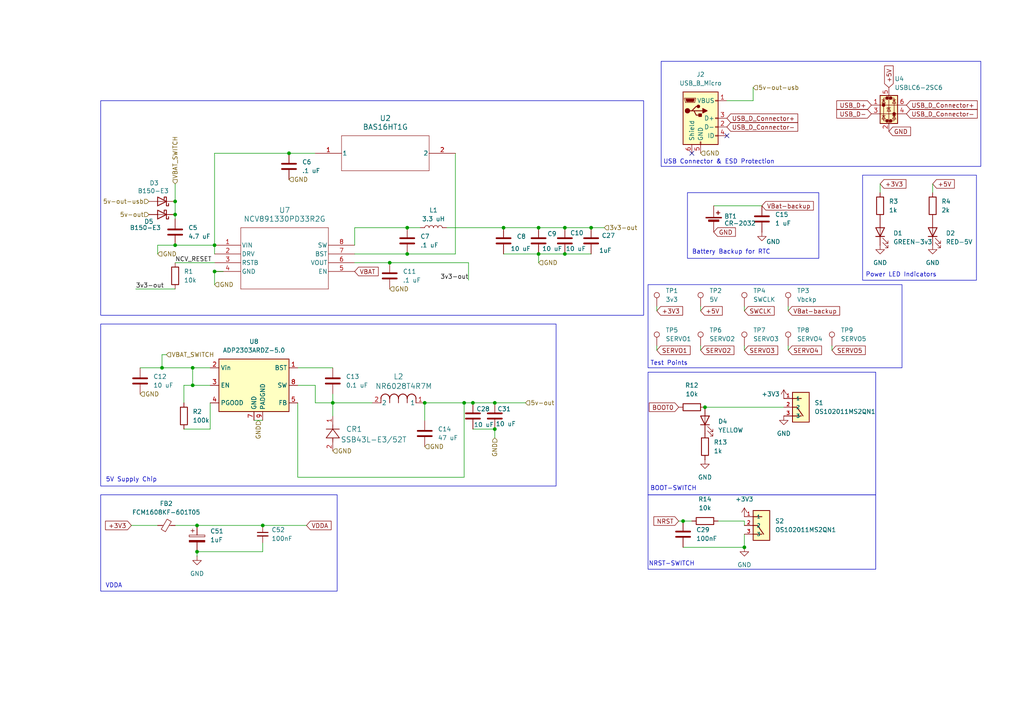
<source format=kicad_sch>
(kicad_sch
	(version 20231120)
	(generator "eeschema")
	(generator_version "8.0")
	(uuid "ce9ed2b1-af87-4278-b617-216042fc5e42")
	(paper "A4")
	(title_block
		(title "H.A.V.O.C.")
		(rev "1")
	)
	(lib_symbols
		(symbol "5v power supply diode:SSB43L-E3_52T"
			(pin_names
				(offset 0.254)
			)
			(exclude_from_sim no)
			(in_bom yes)
			(on_board yes)
			(property "Reference" "CR"
				(at 5.08 4.445 0)
				(effects
					(font
						(size 1.524 1.524)
					)
				)
			)
			(property "Value" "SSB43L-E3/52T"
				(at 5.08 -3.81 0)
				(effects
					(font
						(size 1.524 1.524)
					)
				)
			)
			(property "Footprint" "DIODE_DO214AA_MBRS"
				(at 0 0 0)
				(effects
					(font
						(size 1.27 1.27)
						(italic yes)
					)
					(hide yes)
				)
			)
			(property "Datasheet" "SSB43L-E3/52T"
				(at 0 0 0)
				(effects
					(font
						(size 1.27 1.27)
						(italic yes)
					)
					(hide yes)
				)
			)
			(property "Description" ""
				(at 0 0 0)
				(effects
					(font
						(size 1.27 1.27)
					)
					(hide yes)
				)
			)
			(property "ki_locked" ""
				(at 0 0 0)
				(effects
					(font
						(size 1.27 1.27)
					)
				)
			)
			(property "ki_keywords" "SSB43L-E3/52T"
				(at 0 0 0)
				(effects
					(font
						(size 1.27 1.27)
					)
					(hide yes)
				)
			)
			(property "ki_fp_filters" "DIODE_DO214AA_MBRS DIODE_DO214AA_MBRS-M DIODE_DO214AA_MBRS-L"
				(at 0 0 0)
				(effects
					(font
						(size 1.27 1.27)
					)
					(hide yes)
				)
			)
			(symbol "SSB43L-E3_52T_1_1"
				(polyline
					(pts
						(xy 2.54 0) (xy 3.4798 0)
					)
					(stroke
						(width 0.2032)
						(type default)
					)
					(fill
						(type none)
					)
				)
				(polyline
					(pts
						(xy 3.175 0) (xy 3.81 0)
					)
					(stroke
						(width 0.2032)
						(type default)
					)
					(fill
						(type none)
					)
				)
				(polyline
					(pts
						(xy 3.81 -1.905) (xy 6.35 0)
					)
					(stroke
						(width 0.2032)
						(type default)
					)
					(fill
						(type none)
					)
				)
				(polyline
					(pts
						(xy 3.81 1.905) (xy 3.81 -1.905)
					)
					(stroke
						(width 0.2032)
						(type default)
					)
					(fill
						(type none)
					)
				)
				(polyline
					(pts
						(xy 6.35 -1.905) (xy 6.35 1.905)
					)
					(stroke
						(width 0.2032)
						(type default)
					)
					(fill
						(type none)
					)
				)
				(polyline
					(pts
						(xy 6.35 0) (xy 3.81 1.905)
					)
					(stroke
						(width 0.2032)
						(type default)
					)
					(fill
						(type none)
					)
				)
				(polyline
					(pts
						(xy 6.35 0) (xy 7.62 0)
					)
					(stroke
						(width 0.2032)
						(type default)
					)
					(fill
						(type none)
					)
				)
				(pin unspecified line
					(at 10.16 0 180)
					(length 2.54)
					(name ""
						(effects
							(font
								(size 1.27 1.27)
							)
						)
					)
					(number "1"
						(effects
							(font
								(size 1.27 1.27)
							)
						)
					)
				)
				(pin unspecified line
					(at 0 0 0)
					(length 2.54)
					(name ""
						(effects
							(font
								(size 1.27 1.27)
							)
						)
					)
					(number "2"
						(effects
							(font
								(size 1.27 1.27)
							)
						)
					)
				)
			)
			(symbol "SSB43L-E3_52T_1_2"
				(polyline
					(pts
						(xy -1.905 3.81) (xy 1.905 3.81)
					)
					(stroke
						(width 0.2032)
						(type default)
					)
					(fill
						(type none)
					)
				)
				(polyline
					(pts
						(xy 0 2.54) (xy 0 3.4798)
					)
					(stroke
						(width 0.2032)
						(type default)
					)
					(fill
						(type none)
					)
				)
				(polyline
					(pts
						(xy 0 3.175) (xy 0 3.81)
					)
					(stroke
						(width 0.2032)
						(type default)
					)
					(fill
						(type none)
					)
				)
				(polyline
					(pts
						(xy 0 6.35) (xy -1.905 3.81)
					)
					(stroke
						(width 0.2032)
						(type default)
					)
					(fill
						(type none)
					)
				)
				(polyline
					(pts
						(xy 0 6.35) (xy 0 7.62)
					)
					(stroke
						(width 0.2032)
						(type default)
					)
					(fill
						(type none)
					)
				)
				(polyline
					(pts
						(xy 1.905 3.81) (xy 0 6.35)
					)
					(stroke
						(width 0.2032)
						(type default)
					)
					(fill
						(type none)
					)
				)
				(polyline
					(pts
						(xy 1.905 6.35) (xy -1.905 6.35)
					)
					(stroke
						(width 0.2032)
						(type default)
					)
					(fill
						(type none)
					)
				)
				(pin unspecified line
					(at 0 10.16 270)
					(length 2.54)
					(name ""
						(effects
							(font
								(size 1.27 1.27)
							)
						)
					)
					(number "1"
						(effects
							(font
								(size 1.27 1.27)
							)
						)
					)
				)
				(pin unspecified line
					(at 0 0 90)
					(length 2.54)
					(name ""
						(effects
							(font
								(size 1.27 1.27)
							)
						)
					)
					(number "2"
						(effects
							(font
								(size 1.27 1.27)
							)
						)
					)
				)
			)
		)
		(symbol "BAS16HT1G:BAS16HT1G"
			(pin_names
				(offset 0.254)
			)
			(exclude_from_sim no)
			(in_bom yes)
			(on_board yes)
			(property "Reference" "U"
				(at 20.32 10.16 0)
				(effects
					(font
						(size 1.524 1.524)
					)
				)
			)
			(property "Value" "BAS16HT1G"
				(at 20.32 7.62 0)
				(effects
					(font
						(size 1.524 1.524)
					)
				)
			)
			(property "Footprint" "SOD_16HT1G_ONS"
				(at 0 0 0)
				(effects
					(font
						(size 1.27 1.27)
						(italic yes)
					)
					(hide yes)
				)
			)
			(property "Datasheet" "BAS16HT1G"
				(at 0 0 0)
				(effects
					(font
						(size 1.27 1.27)
						(italic yes)
					)
					(hide yes)
				)
			)
			(property "Description" ""
				(at 0 0 0)
				(effects
					(font
						(size 1.27 1.27)
					)
					(hide yes)
				)
			)
			(property "ki_locked" ""
				(at 0 0 0)
				(effects
					(font
						(size 1.27 1.27)
					)
				)
			)
			(property "ki_keywords" "BAS16HT1G"
				(at 0 0 0)
				(effects
					(font
						(size 1.27 1.27)
					)
					(hide yes)
				)
			)
			(property "ki_fp_filters" "SOD_16HT1G_ONS SOD_16HT1G_ONS-M SOD_16HT1G_ONS-L"
				(at 0 0 0)
				(effects
					(font
						(size 1.27 1.27)
					)
					(hide yes)
				)
			)
			(symbol "BAS16HT1G_0_1"
				(polyline
					(pts
						(xy 7.62 -5.08) (xy 33.02 -5.08)
					)
					(stroke
						(width 0.127)
						(type default)
					)
					(fill
						(type none)
					)
				)
				(polyline
					(pts
						(xy 7.62 5.08) (xy 7.62 -5.08)
					)
					(stroke
						(width 0.127)
						(type default)
					)
					(fill
						(type none)
					)
				)
				(polyline
					(pts
						(xy 33.02 -5.08) (xy 33.02 5.08)
					)
					(stroke
						(width 0.127)
						(type default)
					)
					(fill
						(type none)
					)
				)
				(polyline
					(pts
						(xy 33.02 5.08) (xy 7.62 5.08)
					)
					(stroke
						(width 0.127)
						(type default)
					)
					(fill
						(type none)
					)
				)
				(pin unspecified line
					(at 0 0 0)
					(length 7.62)
					(name "1"
						(effects
							(font
								(size 1.27 1.27)
							)
						)
					)
					(number "1"
						(effects
							(font
								(size 1.27 1.27)
							)
						)
					)
				)
				(pin unspecified line
					(at 40.64 0 180)
					(length 7.62)
					(name "2"
						(effects
							(font
								(size 1.27 1.27)
							)
						)
					)
					(number "2"
						(effects
							(font
								(size 1.27 1.27)
							)
						)
					)
				)
			)
		)
		(symbol "Connector:TestPoint"
			(pin_numbers hide)
			(pin_names
				(offset 0.762) hide)
			(exclude_from_sim no)
			(in_bom yes)
			(on_board yes)
			(property "Reference" "TP"
				(at 0 6.858 0)
				(effects
					(font
						(size 1.27 1.27)
					)
				)
			)
			(property "Value" "TestPoint"
				(at 0 5.08 0)
				(effects
					(font
						(size 1.27 1.27)
					)
				)
			)
			(property "Footprint" ""
				(at 5.08 0 0)
				(effects
					(font
						(size 1.27 1.27)
					)
					(hide yes)
				)
			)
			(property "Datasheet" "~"
				(at 5.08 0 0)
				(effects
					(font
						(size 1.27 1.27)
					)
					(hide yes)
				)
			)
			(property "Description" "test point"
				(at 0 0 0)
				(effects
					(font
						(size 1.27 1.27)
					)
					(hide yes)
				)
			)
			(property "ki_keywords" "test point tp"
				(at 0 0 0)
				(effects
					(font
						(size 1.27 1.27)
					)
					(hide yes)
				)
			)
			(property "ki_fp_filters" "Pin* Test*"
				(at 0 0 0)
				(effects
					(font
						(size 1.27 1.27)
					)
					(hide yes)
				)
			)
			(symbol "TestPoint_0_1"
				(circle
					(center 0 3.302)
					(radius 0.762)
					(stroke
						(width 0)
						(type default)
					)
					(fill
						(type none)
					)
				)
			)
			(symbol "TestPoint_1_1"
				(pin passive line
					(at 0 0 90)
					(length 2.54)
					(name "1"
						(effects
							(font
								(size 1.27 1.27)
							)
						)
					)
					(number "1"
						(effects
							(font
								(size 1.27 1.27)
							)
						)
					)
				)
			)
		)
		(symbol "Connector:USB_B_Micro"
			(pin_names
				(offset 1.016)
			)
			(exclude_from_sim no)
			(in_bom yes)
			(on_board yes)
			(property "Reference" "J"
				(at -5.08 11.43 0)
				(effects
					(font
						(size 1.27 1.27)
					)
					(justify left)
				)
			)
			(property "Value" "USB_B_Micro"
				(at -5.08 8.89 0)
				(effects
					(font
						(size 1.27 1.27)
					)
					(justify left)
				)
			)
			(property "Footprint" ""
				(at 3.81 -1.27 0)
				(effects
					(font
						(size 1.27 1.27)
					)
					(hide yes)
				)
			)
			(property "Datasheet" "~"
				(at 3.81 -1.27 0)
				(effects
					(font
						(size 1.27 1.27)
					)
					(hide yes)
				)
			)
			(property "Description" "USB Micro Type B connector"
				(at 0 0 0)
				(effects
					(font
						(size 1.27 1.27)
					)
					(hide yes)
				)
			)
			(property "ki_keywords" "connector USB micro"
				(at 0 0 0)
				(effects
					(font
						(size 1.27 1.27)
					)
					(hide yes)
				)
			)
			(property "ki_fp_filters" "USB*"
				(at 0 0 0)
				(effects
					(font
						(size 1.27 1.27)
					)
					(hide yes)
				)
			)
			(symbol "USB_B_Micro_0_1"
				(rectangle
					(start -5.08 -7.62)
					(end 5.08 7.62)
					(stroke
						(width 0.254)
						(type default)
					)
					(fill
						(type background)
					)
				)
				(circle
					(center -3.81 2.159)
					(radius 0.635)
					(stroke
						(width 0.254)
						(type default)
					)
					(fill
						(type outline)
					)
				)
				(circle
					(center -0.635 3.429)
					(radius 0.381)
					(stroke
						(width 0.254)
						(type default)
					)
					(fill
						(type outline)
					)
				)
				(rectangle
					(start -0.127 -7.62)
					(end 0.127 -6.858)
					(stroke
						(width 0)
						(type default)
					)
					(fill
						(type none)
					)
				)
				(polyline
					(pts
						(xy -1.905 2.159) (xy 0.635 2.159)
					)
					(stroke
						(width 0.254)
						(type default)
					)
					(fill
						(type none)
					)
				)
				(polyline
					(pts
						(xy -3.175 2.159) (xy -2.54 2.159) (xy -1.27 3.429) (xy -0.635 3.429)
					)
					(stroke
						(width 0.254)
						(type default)
					)
					(fill
						(type none)
					)
				)
				(polyline
					(pts
						(xy -2.54 2.159) (xy -1.905 2.159) (xy -1.27 0.889) (xy 0 0.889)
					)
					(stroke
						(width 0.254)
						(type default)
					)
					(fill
						(type none)
					)
				)
				(polyline
					(pts
						(xy 0.635 2.794) (xy 0.635 1.524) (xy 1.905 2.159) (xy 0.635 2.794)
					)
					(stroke
						(width 0.254)
						(type default)
					)
					(fill
						(type outline)
					)
				)
				(polyline
					(pts
						(xy -4.318 5.588) (xy -1.778 5.588) (xy -2.032 4.826) (xy -4.064 4.826) (xy -4.318 5.588)
					)
					(stroke
						(width 0)
						(type default)
					)
					(fill
						(type outline)
					)
				)
				(polyline
					(pts
						(xy -4.699 5.842) (xy -4.699 5.588) (xy -4.445 4.826) (xy -4.445 4.572) (xy -1.651 4.572) (xy -1.651 4.826)
						(xy -1.397 5.588) (xy -1.397 5.842) (xy -4.699 5.842)
					)
					(stroke
						(width 0)
						(type default)
					)
					(fill
						(type none)
					)
				)
				(rectangle
					(start 0.254 1.27)
					(end -0.508 0.508)
					(stroke
						(width 0.254)
						(type default)
					)
					(fill
						(type outline)
					)
				)
				(rectangle
					(start 5.08 -5.207)
					(end 4.318 -4.953)
					(stroke
						(width 0)
						(type default)
					)
					(fill
						(type none)
					)
				)
				(rectangle
					(start 5.08 -2.667)
					(end 4.318 -2.413)
					(stroke
						(width 0)
						(type default)
					)
					(fill
						(type none)
					)
				)
				(rectangle
					(start 5.08 -0.127)
					(end 4.318 0.127)
					(stroke
						(width 0)
						(type default)
					)
					(fill
						(type none)
					)
				)
				(rectangle
					(start 5.08 4.953)
					(end 4.318 5.207)
					(stroke
						(width 0)
						(type default)
					)
					(fill
						(type none)
					)
				)
			)
			(symbol "USB_B_Micro_1_1"
				(pin power_out line
					(at 7.62 5.08 180)
					(length 2.54)
					(name "VBUS"
						(effects
							(font
								(size 1.27 1.27)
							)
						)
					)
					(number "1"
						(effects
							(font
								(size 1.27 1.27)
							)
						)
					)
				)
				(pin bidirectional line
					(at 7.62 -2.54 180)
					(length 2.54)
					(name "D-"
						(effects
							(font
								(size 1.27 1.27)
							)
						)
					)
					(number "2"
						(effects
							(font
								(size 1.27 1.27)
							)
						)
					)
				)
				(pin bidirectional line
					(at 7.62 0 180)
					(length 2.54)
					(name "D+"
						(effects
							(font
								(size 1.27 1.27)
							)
						)
					)
					(number "3"
						(effects
							(font
								(size 1.27 1.27)
							)
						)
					)
				)
				(pin passive line
					(at 7.62 -5.08 180)
					(length 2.54)
					(name "ID"
						(effects
							(font
								(size 1.27 1.27)
							)
						)
					)
					(number "4"
						(effects
							(font
								(size 1.27 1.27)
							)
						)
					)
				)
				(pin power_out line
					(at 0 -10.16 90)
					(length 2.54)
					(name "GND"
						(effects
							(font
								(size 1.27 1.27)
							)
						)
					)
					(number "5"
						(effects
							(font
								(size 1.27 1.27)
							)
						)
					)
				)
				(pin passive line
					(at -2.54 -10.16 90)
					(length 2.54)
					(name "Shield"
						(effects
							(font
								(size 1.27 1.27)
							)
						)
					)
					(number "6"
						(effects
							(font
								(size 1.27 1.27)
							)
						)
					)
				)
			)
		)
		(symbol "Device:C"
			(pin_numbers hide)
			(pin_names
				(offset 0.254)
			)
			(exclude_from_sim no)
			(in_bom yes)
			(on_board yes)
			(property "Reference" "C"
				(at 0.635 2.54 0)
				(effects
					(font
						(size 1.27 1.27)
					)
					(justify left)
				)
			)
			(property "Value" "C"
				(at 0.635 -2.54 0)
				(effects
					(font
						(size 1.27 1.27)
					)
					(justify left)
				)
			)
			(property "Footprint" ""
				(at 0.9652 -3.81 0)
				(effects
					(font
						(size 1.27 1.27)
					)
					(hide yes)
				)
			)
			(property "Datasheet" "~"
				(at 0 0 0)
				(effects
					(font
						(size 1.27 1.27)
					)
					(hide yes)
				)
			)
			(property "Description" "Unpolarized capacitor"
				(at 0 0 0)
				(effects
					(font
						(size 1.27 1.27)
					)
					(hide yes)
				)
			)
			(property "ki_keywords" "cap capacitor"
				(at 0 0 0)
				(effects
					(font
						(size 1.27 1.27)
					)
					(hide yes)
				)
			)
			(property "ki_fp_filters" "C_*"
				(at 0 0 0)
				(effects
					(font
						(size 1.27 1.27)
					)
					(hide yes)
				)
			)
			(symbol "C_0_1"
				(polyline
					(pts
						(xy -2.032 -0.762) (xy 2.032 -0.762)
					)
					(stroke
						(width 0.508)
						(type default)
					)
					(fill
						(type none)
					)
				)
				(polyline
					(pts
						(xy -2.032 0.762) (xy 2.032 0.762)
					)
					(stroke
						(width 0.508)
						(type default)
					)
					(fill
						(type none)
					)
				)
			)
			(symbol "C_1_1"
				(pin passive line
					(at 0 3.81 270)
					(length 2.794)
					(name "~"
						(effects
							(font
								(size 1.27 1.27)
							)
						)
					)
					(number "1"
						(effects
							(font
								(size 1.27 1.27)
							)
						)
					)
				)
				(pin passive line
					(at 0 -3.81 90)
					(length 2.794)
					(name "~"
						(effects
							(font
								(size 1.27 1.27)
							)
						)
					)
					(number "2"
						(effects
							(font
								(size 1.27 1.27)
							)
						)
					)
				)
			)
		)
		(symbol "Device:L"
			(pin_numbers hide)
			(pin_names
				(offset 1.016) hide)
			(exclude_from_sim no)
			(in_bom yes)
			(on_board yes)
			(property "Reference" "L"
				(at -1.27 0 90)
				(effects
					(font
						(size 1.27 1.27)
					)
				)
			)
			(property "Value" "L"
				(at 1.905 0 90)
				(effects
					(font
						(size 1.27 1.27)
					)
				)
			)
			(property "Footprint" ""
				(at 0 0 0)
				(effects
					(font
						(size 1.27 1.27)
					)
					(hide yes)
				)
			)
			(property "Datasheet" "~"
				(at 0 0 0)
				(effects
					(font
						(size 1.27 1.27)
					)
					(hide yes)
				)
			)
			(property "Description" "Inductor"
				(at 0 0 0)
				(effects
					(font
						(size 1.27 1.27)
					)
					(hide yes)
				)
			)
			(property "ki_keywords" "inductor choke coil reactor magnetic"
				(at 0 0 0)
				(effects
					(font
						(size 1.27 1.27)
					)
					(hide yes)
				)
			)
			(property "ki_fp_filters" "Choke_* *Coil* Inductor_* L_*"
				(at 0 0 0)
				(effects
					(font
						(size 1.27 1.27)
					)
					(hide yes)
				)
			)
			(symbol "L_0_1"
				(arc
					(start 0 -2.54)
					(mid 0.6323 -1.905)
					(end 0 -1.27)
					(stroke
						(width 0)
						(type default)
					)
					(fill
						(type none)
					)
				)
				(arc
					(start 0 -1.27)
					(mid 0.6323 -0.635)
					(end 0 0)
					(stroke
						(width 0)
						(type default)
					)
					(fill
						(type none)
					)
				)
				(arc
					(start 0 0)
					(mid 0.6323 0.635)
					(end 0 1.27)
					(stroke
						(width 0)
						(type default)
					)
					(fill
						(type none)
					)
				)
				(arc
					(start 0 1.27)
					(mid 0.6323 1.905)
					(end 0 2.54)
					(stroke
						(width 0)
						(type default)
					)
					(fill
						(type none)
					)
				)
			)
			(symbol "L_1_1"
				(pin passive line
					(at 0 3.81 270)
					(length 1.27)
					(name "1"
						(effects
							(font
								(size 1.27 1.27)
							)
						)
					)
					(number "1"
						(effects
							(font
								(size 1.27 1.27)
							)
						)
					)
				)
				(pin passive line
					(at 0 -3.81 90)
					(length 1.27)
					(name "2"
						(effects
							(font
								(size 1.27 1.27)
							)
						)
					)
					(number "2"
						(effects
							(font
								(size 1.27 1.27)
							)
						)
					)
				)
			)
		)
		(symbol "Device:R"
			(pin_numbers hide)
			(pin_names
				(offset 0)
			)
			(exclude_from_sim no)
			(in_bom yes)
			(on_board yes)
			(property "Reference" "R"
				(at 2.032 0 90)
				(effects
					(font
						(size 1.27 1.27)
					)
				)
			)
			(property "Value" "R"
				(at 0 0 90)
				(effects
					(font
						(size 1.27 1.27)
					)
				)
			)
			(property "Footprint" ""
				(at -1.778 0 90)
				(effects
					(font
						(size 1.27 1.27)
					)
					(hide yes)
				)
			)
			(property "Datasheet" "~"
				(at 0 0 0)
				(effects
					(font
						(size 1.27 1.27)
					)
					(hide yes)
				)
			)
			(property "Description" "Resistor"
				(at 0 0 0)
				(effects
					(font
						(size 1.27 1.27)
					)
					(hide yes)
				)
			)
			(property "ki_keywords" "R res resistor"
				(at 0 0 0)
				(effects
					(font
						(size 1.27 1.27)
					)
					(hide yes)
				)
			)
			(property "ki_fp_filters" "R_*"
				(at 0 0 0)
				(effects
					(font
						(size 1.27 1.27)
					)
					(hide yes)
				)
			)
			(symbol "R_0_1"
				(rectangle
					(start -1.016 -2.54)
					(end 1.016 2.54)
					(stroke
						(width 0.254)
						(type default)
					)
					(fill
						(type none)
					)
				)
			)
			(symbol "R_1_1"
				(pin passive line
					(at 0 3.81 270)
					(length 1.27)
					(name "~"
						(effects
							(font
								(size 1.27 1.27)
							)
						)
					)
					(number "1"
						(effects
							(font
								(size 1.27 1.27)
							)
						)
					)
				)
				(pin passive line
					(at 0 -3.81 90)
					(length 1.27)
					(name "~"
						(effects
							(font
								(size 1.27 1.27)
							)
						)
					)
					(number "2"
						(effects
							(font
								(size 1.27 1.27)
							)
						)
					)
				)
			)
		)
		(symbol "Diode:B150-E3"
			(pin_numbers hide)
			(pin_names hide)
			(exclude_from_sim no)
			(in_bom yes)
			(on_board yes)
			(property "Reference" "D"
				(at 0 2.54 0)
				(effects
					(font
						(size 1.27 1.27)
					)
				)
			)
			(property "Value" "B150-E3"
				(at 0 -2.54 0)
				(effects
					(font
						(size 1.27 1.27)
					)
				)
			)
			(property "Footprint" "Diode_SMD:D_SMA"
				(at 0 -4.445 0)
				(effects
					(font
						(size 1.27 1.27)
					)
					(hide yes)
				)
			)
			(property "Datasheet" "http://www.vishay.com/docs/88946/b120.pdf"
				(at 0 0 0)
				(effects
					(font
						(size 1.27 1.27)
					)
					(hide yes)
				)
			)
			(property "Description" "50V 1A Schottky Barrier Rectifier Diode, SMA(DO-214AC)"
				(at 0 0 0)
				(effects
					(font
						(size 1.27 1.27)
					)
					(hide yes)
				)
			)
			(property "ki_keywords" "diode Schottky"
				(at 0 0 0)
				(effects
					(font
						(size 1.27 1.27)
					)
					(hide yes)
				)
			)
			(property "ki_fp_filters" "D*SMA*"
				(at 0 0 0)
				(effects
					(font
						(size 1.27 1.27)
					)
					(hide yes)
				)
			)
			(symbol "B150-E3_0_1"
				(polyline
					(pts
						(xy 1.27 0) (xy -1.27 0)
					)
					(stroke
						(width 0)
						(type default)
					)
					(fill
						(type none)
					)
				)
				(polyline
					(pts
						(xy 1.27 1.27) (xy 1.27 -1.27) (xy -1.27 0) (xy 1.27 1.27)
					)
					(stroke
						(width 0.254)
						(type default)
					)
					(fill
						(type none)
					)
				)
				(polyline
					(pts
						(xy -1.905 0.635) (xy -1.905 1.27) (xy -1.27 1.27) (xy -1.27 -1.27) (xy -0.635 -1.27) (xy -0.635 -0.635)
					)
					(stroke
						(width 0.254)
						(type default)
					)
					(fill
						(type none)
					)
				)
			)
			(symbol "B150-E3_1_1"
				(pin passive line
					(at -3.81 0 0)
					(length 2.54)
					(name "K"
						(effects
							(font
								(size 1.27 1.27)
							)
						)
					)
					(number "1"
						(effects
							(font
								(size 1.27 1.27)
							)
						)
					)
				)
				(pin passive line
					(at 3.81 0 180)
					(length 2.54)
					(name "A"
						(effects
							(font
								(size 1.27 1.27)
							)
						)
					)
					(number "2"
						(effects
							(font
								(size 1.27 1.27)
							)
						)
					)
				)
			)
		)
		(symbol "HAVOC Power IC:NCV891330PD33R2G"
			(pin_names
				(offset 0.254)
			)
			(exclude_from_sim no)
			(in_bom yes)
			(on_board yes)
			(property "Reference" "U"
				(at 20.32 10.16 0)
				(effects
					(font
						(size 1.524 1.524)
					)
				)
			)
			(property "Value" "NCV891330PD33R2G"
				(at 20.32 7.62 0)
				(effects
					(font
						(size 1.524 1.524)
					)
				)
			)
			(property "Footprint" "SOIC8_3P9X4P9_ONS"
				(at 0 0 0)
				(effects
					(font
						(size 1.27 1.27)
						(italic yes)
					)
					(hide yes)
				)
			)
			(property "Datasheet" "NCV891330PD33R2G"
				(at 0 0 0)
				(effects
					(font
						(size 1.27 1.27)
						(italic yes)
					)
					(hide yes)
				)
			)
			(property "Description" ""
				(at 0 0 0)
				(effects
					(font
						(size 1.27 1.27)
					)
					(hide yes)
				)
			)
			(property "ki_locked" ""
				(at 0 0 0)
				(effects
					(font
						(size 1.27 1.27)
					)
				)
			)
			(property "ki_keywords" "NCV891330PD33R2G"
				(at 0 0 0)
				(effects
					(font
						(size 1.27 1.27)
					)
					(hide yes)
				)
			)
			(property "ki_fp_filters" "SOIC8_3P9X4P9_ONS SOIC8_3P9X4P9_ONS-M SOIC8_3P9X4P9_ONS-L"
				(at 0 0 0)
				(effects
					(font
						(size 1.27 1.27)
					)
					(hide yes)
				)
			)
			(symbol "NCV891330PD33R2G_0_1"
				(polyline
					(pts
						(xy 7.62 -12.7) (xy 33.02 -12.7)
					)
					(stroke
						(width 0.127)
						(type default)
					)
					(fill
						(type none)
					)
				)
				(polyline
					(pts
						(xy 7.62 5.08) (xy 7.62 -12.7)
					)
					(stroke
						(width 0.127)
						(type default)
					)
					(fill
						(type none)
					)
				)
				(polyline
					(pts
						(xy 33.02 -12.7) (xy 33.02 5.08)
					)
					(stroke
						(width 0.127)
						(type default)
					)
					(fill
						(type none)
					)
				)
				(polyline
					(pts
						(xy 33.02 5.08) (xy 7.62 5.08)
					)
					(stroke
						(width 0.127)
						(type default)
					)
					(fill
						(type none)
					)
				)
				(pin input line
					(at 0 0 0)
					(length 7.62)
					(name "VIN"
						(effects
							(font
								(size 1.27 1.27)
							)
						)
					)
					(number "1"
						(effects
							(font
								(size 1.27 1.27)
							)
						)
					)
				)
				(pin output line
					(at 0 -2.54 0)
					(length 7.62)
					(name "DRV"
						(effects
							(font
								(size 1.27 1.27)
							)
						)
					)
					(number "2"
						(effects
							(font
								(size 1.27 1.27)
							)
						)
					)
				)
				(pin output line
					(at 0 -5.08 0)
					(length 7.62)
					(name "RSTB"
						(effects
							(font
								(size 1.27 1.27)
							)
						)
					)
					(number "3"
						(effects
							(font
								(size 1.27 1.27)
							)
						)
					)
				)
				(pin power_in line
					(at 0 -7.62 0)
					(length 7.62)
					(name "GND"
						(effects
							(font
								(size 1.27 1.27)
							)
						)
					)
					(number "4"
						(effects
							(font
								(size 1.27 1.27)
							)
						)
					)
				)
				(pin input line
					(at 40.64 -7.62 180)
					(length 7.62)
					(name "EN"
						(effects
							(font
								(size 1.27 1.27)
							)
						)
					)
					(number "5"
						(effects
							(font
								(size 1.27 1.27)
							)
						)
					)
				)
				(pin output line
					(at 40.64 -5.08 180)
					(length 7.62)
					(name "VOUT"
						(effects
							(font
								(size 1.27 1.27)
							)
						)
					)
					(number "6"
						(effects
							(font
								(size 1.27 1.27)
							)
						)
					)
				)
				(pin input line
					(at 40.64 -2.54 180)
					(length 7.62)
					(name "BST"
						(effects
							(font
								(size 1.27 1.27)
							)
						)
					)
					(number "7"
						(effects
							(font
								(size 1.27 1.27)
							)
						)
					)
				)
				(pin output line
					(at 40.64 0 180)
					(length 7.62)
					(name "SW"
						(effects
							(font
								(size 1.27 1.27)
							)
						)
					)
					(number "8"
						(effects
							(font
								(size 1.27 1.27)
							)
						)
					)
				)
			)
		)
		(symbol "NR6028T4R7M:NR6028T4R7M"
			(pin_names
				(offset 0.254)
			)
			(exclude_from_sim no)
			(in_bom yes)
			(on_board yes)
			(property "Reference" "L"
				(at 6.985 5.08 0)
				(effects
					(font
						(size 1.524 1.524)
					)
				)
			)
			(property "Value" "NR6028T4R7M"
				(at 6.985 -2.54 0)
				(effects
					(font
						(size 1.524 1.524)
					)
				)
			)
			(property "Footprint" "IND_TAIYO_NR6028_TAY"
				(at 0 0 0)
				(effects
					(font
						(size 1.27 1.27)
						(italic yes)
					)
					(hide yes)
				)
			)
			(property "Datasheet" "NR6028T4R7M"
				(at 0 0 0)
				(effects
					(font
						(size 1.27 1.27)
						(italic yes)
					)
					(hide yes)
				)
			)
			(property "Description" ""
				(at 0 0 0)
				(effects
					(font
						(size 1.27 1.27)
					)
					(hide yes)
				)
			)
			(property "ki_locked" ""
				(at 0 0 0)
				(effects
					(font
						(size 1.27 1.27)
					)
				)
			)
			(property "ki_keywords" "NR6028T4R7M"
				(at 0 0 0)
				(effects
					(font
						(size 1.27 1.27)
					)
					(hide yes)
				)
			)
			(property "ki_fp_filters" "IND_TAIYO_NR6028_TAY"
				(at 0 0 0)
				(effects
					(font
						(size 1.27 1.27)
					)
					(hide yes)
				)
			)
			(symbol "NR6028T4R7M_1_1"
				(polyline
					(pts
						(xy 2.54 0) (xy 2.54 1.27)
					)
					(stroke
						(width 0.2032)
						(type default)
					)
					(fill
						(type none)
					)
				)
				(polyline
					(pts
						(xy 5.08 0) (xy 5.08 1.27)
					)
					(stroke
						(width 0.2032)
						(type default)
					)
					(fill
						(type none)
					)
				)
				(polyline
					(pts
						(xy 7.62 0) (xy 7.62 1.27)
					)
					(stroke
						(width 0.2032)
						(type default)
					)
					(fill
						(type none)
					)
				)
				(polyline
					(pts
						(xy 10.16 0) (xy 10.16 1.27)
					)
					(stroke
						(width 0.2032)
						(type default)
					)
					(fill
						(type none)
					)
				)
				(polyline
					(pts
						(xy 12.7 0) (xy 12.7 1.27)
					)
					(stroke
						(width 0.2032)
						(type default)
					)
					(fill
						(type none)
					)
				)
				(arc
					(start 5.08 1.27)
					(mid 3.81 2.5344)
					(end 2.54 1.27)
					(stroke
						(width 0.254)
						(type default)
					)
					(fill
						(type none)
					)
				)
				(arc
					(start 7.62 1.27)
					(mid 6.35 2.5344)
					(end 5.08 1.27)
					(stroke
						(width 0.254)
						(type default)
					)
					(fill
						(type none)
					)
				)
				(arc
					(start 10.16 1.27)
					(mid 8.89 2.5344)
					(end 7.62 1.27)
					(stroke
						(width 0.254)
						(type default)
					)
					(fill
						(type none)
					)
				)
				(arc
					(start 12.7 1.27)
					(mid 11.43 2.5344)
					(end 10.16 1.27)
					(stroke
						(width 0.254)
						(type default)
					)
					(fill
						(type none)
					)
				)
				(pin unspecified line
					(at 15.24 0 180)
					(length 2.54)
					(name "1"
						(effects
							(font
								(size 1.27 1.27)
							)
						)
					)
					(number "1"
						(effects
							(font
								(size 1.27 1.27)
							)
						)
					)
				)
				(pin unspecified line
					(at 0 0 0)
					(length 2.54)
					(name "2"
						(effects
							(font
								(size 1.27 1.27)
							)
						)
					)
					(number "2"
						(effects
							(font
								(size 1.27 1.27)
							)
						)
					)
				)
			)
			(symbol "NR6028T4R7M_1_2"
				(arc
					(start -1.27 5.08)
					(mid -2.5344 3.81)
					(end -1.27 2.54)
					(stroke
						(width 0.254)
						(type default)
					)
					(fill
						(type none)
					)
				)
				(arc
					(start -1.27 7.62)
					(mid -2.5344 6.35)
					(end -1.27 5.08)
					(stroke
						(width 0.254)
						(type default)
					)
					(fill
						(type none)
					)
				)
				(arc
					(start -1.27 10.16)
					(mid -2.5344 8.89)
					(end -1.27 7.62)
					(stroke
						(width 0.254)
						(type default)
					)
					(fill
						(type none)
					)
				)
				(arc
					(start -1.27 12.7)
					(mid -2.5344 11.43)
					(end -1.27 10.16)
					(stroke
						(width 0.254)
						(type default)
					)
					(fill
						(type none)
					)
				)
				(polyline
					(pts
						(xy 0 2.54) (xy -1.27 2.54)
					)
					(stroke
						(width 0.2032)
						(type default)
					)
					(fill
						(type none)
					)
				)
				(polyline
					(pts
						(xy 0 5.08) (xy -1.27 5.08)
					)
					(stroke
						(width 0.2032)
						(type default)
					)
					(fill
						(type none)
					)
				)
				(polyline
					(pts
						(xy 0 7.62) (xy -1.27 7.62)
					)
					(stroke
						(width 0.2032)
						(type default)
					)
					(fill
						(type none)
					)
				)
				(polyline
					(pts
						(xy 0 10.16) (xy -1.27 10.16)
					)
					(stroke
						(width 0.2032)
						(type default)
					)
					(fill
						(type none)
					)
				)
				(polyline
					(pts
						(xy 0 12.7) (xy -1.27 12.7)
					)
					(stroke
						(width 0.2032)
						(type default)
					)
					(fill
						(type none)
					)
				)
				(pin unspecified line
					(at 0 15.24 270)
					(length 2.54)
					(name "1"
						(effects
							(font
								(size 1.27 1.27)
							)
						)
					)
					(number "1"
						(effects
							(font
								(size 1.27 1.27)
							)
						)
					)
				)
				(pin unspecified line
					(at 0 0 90)
					(length 2.54)
					(name "2"
						(effects
							(font
								(size 1.27 1.27)
							)
						)
					)
					(number "2"
						(effects
							(font
								(size 1.27 1.27)
							)
						)
					)
				)
			)
		)
		(symbol "OS102011MS2QN1:OS102011MS2QN1"
			(pin_names
				(offset 1.016)
			)
			(exclude_from_sim no)
			(in_bom yes)
			(on_board yes)
			(property "Reference" "S"
				(at -2.5411 5.0822 0)
				(effects
					(font
						(size 1.27 1.27)
					)
					(justify left bottom)
				)
			)
			(property "Value" "OS102011MS2QN1"
				(at -2.544 -7.6319 0)
				(effects
					(font
						(size 1.27 1.27)
					)
					(justify left bottom)
				)
			)
			(property "Footprint" "OS102011MS2QN1:SW_OS102011MS2QN1"
				(at 0 0 0)
				(effects
					(font
						(size 1.27 1.27)
					)
					(justify bottom)
					(hide yes)
				)
			)
			(property "Datasheet" ""
				(at 0 0 0)
				(effects
					(font
						(size 1.27 1.27)
					)
					(hide yes)
				)
			)
			(property "Description" ""
				(at 0 0 0)
				(effects
					(font
						(size 1.27 1.27)
					)
					(hide yes)
				)
			)
			(property "DigiKey_Part_Number" "CKN9565-ND"
				(at 0 0 0)
				(effects
					(font
						(size 1.27 1.27)
					)
					(justify bottom)
					(hide yes)
				)
			)
			(property "SnapEDA_Link" "https://www.snapeda.com/parts/OS102011MS2QN1/C%2526K/view-part/?ref=snap"
				(at 0 0 0)
				(effects
					(font
						(size 1.27 1.27)
					)
					(justify bottom)
					(hide yes)
				)
			)
			(property "Description_1" "\nSwitch,Slide,Mini,SPDT,ON-ON,Non-Shorting(BBM),100mA,12VDC,ThruHole,PC Pin | C&K OS102011MS2QN1\n"
				(at 0 0 0)
				(effects
					(font
						(size 1.27 1.27)
					)
					(justify bottom)
					(hide yes)
				)
			)
			(property "Package" "None"
				(at 0 0 0)
				(effects
					(font
						(size 1.27 1.27)
					)
					(justify bottom)
					(hide yes)
				)
			)
			(property "Check_prices" "https://www.snapeda.com/parts/OS102011MS2QN1/C%2526K/view-part/?ref=eda"
				(at 0 0 0)
				(effects
					(font
						(size 1.27 1.27)
					)
					(justify bottom)
					(hide yes)
				)
			)
			(property "STANDARD" "MANUFACTURER RECOMMENDATIONS"
				(at 0 0 0)
				(effects
					(font
						(size 1.27 1.27)
					)
					(justify bottom)
					(hide yes)
				)
			)
			(property "MF" "C&K"
				(at 0 0 0)
				(effects
					(font
						(size 1.27 1.27)
					)
					(justify bottom)
					(hide yes)
				)
			)
			(property "MP" "OS102011MS2QN1"
				(at 0 0 0)
				(effects
					(font
						(size 1.27 1.27)
					)
					(justify bottom)
					(hide yes)
				)
			)
			(property "MANUFACTURER" "C&K"
				(at 0 0 0)
				(effects
					(font
						(size 1.27 1.27)
					)
					(justify bottom)
					(hide yes)
				)
			)
			(symbol "OS102011MS2QN1_0_0"
				(rectangle
					(start -2.54 -4.318)
					(end 2.286 4.318)
					(stroke
						(width 0.254)
						(type default)
					)
					(fill
						(type background)
					)
				)
				(polyline
					(pts
						(xy -2.54 -2.54) (xy 0 -2.54)
					)
					(stroke
						(width 0.254)
						(type default)
					)
					(fill
						(type none)
					)
				)
				(polyline
					(pts
						(xy -2.54 0) (xy -1.27 0)
					)
					(stroke
						(width 0.254)
						(type default)
					)
					(fill
						(type none)
					)
				)
				(polyline
					(pts
						(xy -2.54 2.54) (xy 0 2.54)
					)
					(stroke
						(width 0.254)
						(type default)
					)
					(fill
						(type none)
					)
				)
				(polyline
					(pts
						(xy -1.27 0) (xy 0.508 -2.54)
					)
					(stroke
						(width 0.254)
						(type default)
					)
					(fill
						(type none)
					)
				)
				(pin passive line
					(at -5.08 2.54 0)
					(length 2.54)
					(name "1"
						(effects
							(font
								(size 1.016 1.016)
							)
						)
					)
					(number "1"
						(effects
							(font
								(size 1.016 1.016)
							)
						)
					)
				)
				(pin passive line
					(at -5.08 0 0)
					(length 2.54)
					(name "2"
						(effects
							(font
								(size 1.016 1.016)
							)
						)
					)
					(number "2"
						(effects
							(font
								(size 1.016 1.016)
							)
						)
					)
				)
				(pin passive line
					(at -5.08 -2.54 0)
					(length 2.54)
					(name "3"
						(effects
							(font
								(size 1.016 1.016)
							)
						)
					)
					(number "3"
						(effects
							(font
								(size 1.016 1.016)
							)
						)
					)
				)
			)
		)
		(symbol "Power_Protection:USBLC6-2SC6"
			(pin_names hide)
			(exclude_from_sim no)
			(in_bom yes)
			(on_board yes)
			(property "Reference" "U"
				(at 0.635 5.715 0)
				(effects
					(font
						(size 1.27 1.27)
					)
					(justify left)
				)
			)
			(property "Value" "USBLC6-2SC6"
				(at 0.635 3.81 0)
				(effects
					(font
						(size 1.27 1.27)
					)
					(justify left)
				)
			)
			(property "Footprint" "Package_TO_SOT_SMD:SOT-23-6"
				(at 1.27 -6.35 0)
				(effects
					(font
						(size 1.27 1.27)
						(italic yes)
					)
					(justify left)
					(hide yes)
				)
			)
			(property "Datasheet" "https://www.st.com/resource/en/datasheet/usblc6-2.pdf"
				(at 1.27 -8.255 0)
				(effects
					(font
						(size 1.27 1.27)
					)
					(justify left)
					(hide yes)
				)
			)
			(property "Description" "Very low capacitance ESD protection diode, 2 data-line, SOT-23-6"
				(at 0 0 0)
				(effects
					(font
						(size 1.27 1.27)
					)
					(hide yes)
				)
			)
			(property "ki_keywords" "usb ethernet video"
				(at 0 0 0)
				(effects
					(font
						(size 1.27 1.27)
					)
					(hide yes)
				)
			)
			(property "ki_fp_filters" "SOT?23*"
				(at 0 0 0)
				(effects
					(font
						(size 1.27 1.27)
					)
					(hide yes)
				)
			)
			(symbol "USBLC6-2SC6_0_0"
				(circle
					(center -1.524 0)
					(radius 0.0001)
					(stroke
						(width 0.508)
						(type default)
					)
					(fill
						(type none)
					)
				)
				(circle
					(center -0.508 -4.572)
					(radius 0.0001)
					(stroke
						(width 0.508)
						(type default)
					)
					(fill
						(type none)
					)
				)
				(circle
					(center -0.508 2.032)
					(radius 0.0001)
					(stroke
						(width 0.508)
						(type default)
					)
					(fill
						(type none)
					)
				)
				(circle
					(center 0.508 -4.572)
					(radius 0.0001)
					(stroke
						(width 0.508)
						(type default)
					)
					(fill
						(type none)
					)
				)
				(circle
					(center 0.508 2.032)
					(radius 0.0001)
					(stroke
						(width 0.508)
						(type default)
					)
					(fill
						(type none)
					)
				)
				(circle
					(center 1.524 -2.54)
					(radius 0.0001)
					(stroke
						(width 0.508)
						(type default)
					)
					(fill
						(type none)
					)
				)
			)
			(symbol "USBLC6-2SC6_0_1"
				(polyline
					(pts
						(xy -2.54 -2.54) (xy 2.54 -2.54)
					)
					(stroke
						(width 0)
						(type default)
					)
					(fill
						(type none)
					)
				)
				(polyline
					(pts
						(xy -2.54 0) (xy 2.54 0)
					)
					(stroke
						(width 0)
						(type default)
					)
					(fill
						(type none)
					)
				)
				(polyline
					(pts
						(xy -2.032 -3.048) (xy -1.016 -3.048)
					)
					(stroke
						(width 0)
						(type default)
					)
					(fill
						(type none)
					)
				)
				(polyline
					(pts
						(xy -1.016 1.524) (xy -2.032 1.524)
					)
					(stroke
						(width 0)
						(type default)
					)
					(fill
						(type none)
					)
				)
				(polyline
					(pts
						(xy 1.016 -3.048) (xy 2.032 -3.048)
					)
					(stroke
						(width 0)
						(type default)
					)
					(fill
						(type none)
					)
				)
				(polyline
					(pts
						(xy 1.016 1.524) (xy 2.032 1.524)
					)
					(stroke
						(width 0)
						(type default)
					)
					(fill
						(type none)
					)
				)
				(polyline
					(pts
						(xy -0.508 -1.143) (xy -0.508 -0.762) (xy 0.508 -0.762)
					)
					(stroke
						(width 0)
						(type default)
					)
					(fill
						(type none)
					)
				)
				(polyline
					(pts
						(xy -2.032 0.508) (xy -1.016 0.508) (xy -1.524 1.524) (xy -2.032 0.508)
					)
					(stroke
						(width 0)
						(type default)
					)
					(fill
						(type none)
					)
				)
				(polyline
					(pts
						(xy -1.016 -4.064) (xy -2.032 -4.064) (xy -1.524 -3.048) (xy -1.016 -4.064)
					)
					(stroke
						(width 0)
						(type default)
					)
					(fill
						(type none)
					)
				)
				(polyline
					(pts
						(xy 0.508 -1.778) (xy -0.508 -1.778) (xy 0 -0.762) (xy 0.508 -1.778)
					)
					(stroke
						(width 0)
						(type default)
					)
					(fill
						(type none)
					)
				)
				(polyline
					(pts
						(xy 2.032 -4.064) (xy 1.016 -4.064) (xy 1.524 -3.048) (xy 2.032 -4.064)
					)
					(stroke
						(width 0)
						(type default)
					)
					(fill
						(type none)
					)
				)
				(polyline
					(pts
						(xy 2.032 0.508) (xy 1.016 0.508) (xy 1.524 1.524) (xy 2.032 0.508)
					)
					(stroke
						(width 0)
						(type default)
					)
					(fill
						(type none)
					)
				)
				(polyline
					(pts
						(xy 0 2.54) (xy -0.508 2.032) (xy 0.508 2.032) (xy 0 1.524) (xy 0 -4.064) (xy -0.508 -4.572) (xy 0.508 -4.572)
						(xy 0 -5.08)
					)
					(stroke
						(width 0)
						(type default)
					)
					(fill
						(type none)
					)
				)
			)
			(symbol "USBLC6-2SC6_1_1"
				(rectangle
					(start -2.54 2.794)
					(end 2.54 -5.334)
					(stroke
						(width 0.254)
						(type default)
					)
					(fill
						(type background)
					)
				)
				(polyline
					(pts
						(xy -0.508 2.032) (xy -1.524 2.032) (xy -1.524 -4.572) (xy -0.508 -4.572)
					)
					(stroke
						(width 0)
						(type default)
					)
					(fill
						(type none)
					)
				)
				(polyline
					(pts
						(xy 0.508 -4.572) (xy 1.524 -4.572) (xy 1.524 2.032) (xy 0.508 2.032)
					)
					(stroke
						(width 0)
						(type default)
					)
					(fill
						(type none)
					)
				)
				(pin passive line
					(at -5.08 0 0)
					(length 2.54)
					(name "I/O1"
						(effects
							(font
								(size 1.27 1.27)
							)
						)
					)
					(number "1"
						(effects
							(font
								(size 1.27 1.27)
							)
						)
					)
				)
				(pin passive line
					(at 0 -7.62 90)
					(length 2.54)
					(name "GND"
						(effects
							(font
								(size 1.27 1.27)
							)
						)
					)
					(number "2"
						(effects
							(font
								(size 1.27 1.27)
							)
						)
					)
				)
				(pin passive line
					(at -5.08 -2.54 0)
					(length 2.54)
					(name "I/O2"
						(effects
							(font
								(size 1.27 1.27)
							)
						)
					)
					(number "3"
						(effects
							(font
								(size 1.27 1.27)
							)
						)
					)
				)
				(pin passive line
					(at 5.08 -2.54 180)
					(length 2.54)
					(name "I/O2"
						(effects
							(font
								(size 1.27 1.27)
							)
						)
					)
					(number "4"
						(effects
							(font
								(size 1.27 1.27)
							)
						)
					)
				)
				(pin passive line
					(at 0 5.08 270)
					(length 2.54)
					(name "VBUS"
						(effects
							(font
								(size 1.27 1.27)
							)
						)
					)
					(number "5"
						(effects
							(font
								(size 1.27 1.27)
							)
						)
					)
				)
				(pin passive line
					(at 5.08 0 180)
					(length 2.54)
					(name "I/O1"
						(effects
							(font
								(size 1.27 1.27)
							)
						)
					)
					(number "6"
						(effects
							(font
								(size 1.27 1.27)
							)
						)
					)
				)
			)
		)
		(symbol "Regulator_Switching:ADP2303ARDZ-5.0"
			(exclude_from_sim no)
			(in_bom yes)
			(on_board yes)
			(property "Reference" "U"
				(at -10.16 8.89 0)
				(effects
					(font
						(size 1.27 1.27)
					)
					(justify left)
				)
			)
			(property "Value" "ADP2303ARDZ-5.0"
				(at -3.81 8.89 0)
				(effects
					(font
						(size 1.27 1.27)
					)
					(justify left)
				)
			)
			(property "Footprint" "Package_SO:SOIC-8-1EP_3.9x4.9mm_P1.27mm_EP2.29x3mm"
				(at 3.81 -8.89 0)
				(effects
					(font
						(size 1.27 1.27)
					)
					(justify left)
					(hide yes)
				)
			)
			(property "Datasheet" "https://www.analog.com/media/en/technical-documentation/data-sheets/ADP2302_2303.pdf"
				(at -5.08 15.24 0)
				(effects
					(font
						(size 1.27 1.27)
					)
					(hide yes)
				)
			)
			(property "Description" "Nonsynchronous Step-Down Regulator 3 Amp Vout 5.0v SOIC-8"
				(at 0 0 0)
				(effects
					(font
						(size 1.27 1.27)
					)
					(hide yes)
				)
			)
			(property "ki_keywords" "Step-Down Regulator"
				(at 0 0 0)
				(effects
					(font
						(size 1.27 1.27)
					)
					(hide yes)
				)
			)
			(property "ki_fp_filters" "SOIC*1EP*3.9x4.9mm*P1.27mm*"
				(at 0 0 0)
				(effects
					(font
						(size 1.27 1.27)
					)
					(hide yes)
				)
			)
			(symbol "ADP2303ARDZ-5.0_0_1"
				(rectangle
					(start -10.16 7.62)
					(end 10.16 -7.62)
					(stroke
						(width 0.254)
						(type default)
					)
					(fill
						(type background)
					)
				)
			)
			(symbol "ADP2303ARDZ-5.0_1_1"
				(pin input line
					(at 12.7 5.08 180)
					(length 2.54)
					(name "BST"
						(effects
							(font
								(size 1.27 1.27)
							)
						)
					)
					(number "1"
						(effects
							(font
								(size 1.27 1.27)
							)
						)
					)
				)
				(pin power_in line
					(at -12.7 5.08 0)
					(length 2.54)
					(name "Vin"
						(effects
							(font
								(size 1.27 1.27)
							)
						)
					)
					(number "2"
						(effects
							(font
								(size 1.27 1.27)
							)
						)
					)
				)
				(pin input line
					(at -12.7 0 0)
					(length 2.54)
					(name "EN"
						(effects
							(font
								(size 1.27 1.27)
							)
						)
					)
					(number "3"
						(effects
							(font
								(size 1.27 1.27)
							)
						)
					)
				)
				(pin output line
					(at -12.7 -5.08 0)
					(length 2.54)
					(name "PGOOD"
						(effects
							(font
								(size 1.27 1.27)
							)
						)
					)
					(number "4"
						(effects
							(font
								(size 1.27 1.27)
							)
						)
					)
				)
				(pin input line
					(at 12.7 -5.08 180)
					(length 2.54)
					(name "FB"
						(effects
							(font
								(size 1.27 1.27)
							)
						)
					)
					(number "5"
						(effects
							(font
								(size 1.27 1.27)
							)
						)
					)
				)
				(pin no_connect line
					(at -10.16 2.54 0)
					(length 2.54) hide
					(name "NC"
						(effects
							(font
								(size 1.27 1.27)
							)
						)
					)
					(number "6"
						(effects
							(font
								(size 1.27 1.27)
							)
						)
					)
				)
				(pin power_in line
					(at 0 -10.16 90)
					(length 2.54)
					(name "GND"
						(effects
							(font
								(size 1.27 1.27)
							)
						)
					)
					(number "7"
						(effects
							(font
								(size 1.27 1.27)
							)
						)
					)
				)
				(pin power_out line
					(at 12.7 0 180)
					(length 2.54)
					(name "SW"
						(effects
							(font
								(size 1.27 1.27)
							)
						)
					)
					(number "8"
						(effects
							(font
								(size 1.27 1.27)
							)
						)
					)
				)
				(pin power_in line
					(at 2.54 -10.16 90)
					(length 2.54)
					(name "PADGND"
						(effects
							(font
								(size 1.27 1.27)
							)
						)
					)
					(number "9"
						(effects
							(font
								(size 1.27 1.27)
							)
						)
					)
				)
			)
		)
		(symbol "cr-2032:CR-2032"
			(pin_numbers hide)
			(pin_names
				(offset 0) hide)
			(exclude_from_sim no)
			(in_bom yes)
			(on_board yes)
			(property "Reference" "BT"
				(at 2.54 2.54 0)
				(effects
					(font
						(size 1.27 1.27)
					)
					(justify left)
				)
			)
			(property "Value" "CR-2032"
				(at 2.54 0 0)
				(effects
					(font
						(size 1.27 1.27)
					)
					(justify left)
				)
			)
			(property "Footprint" ""
				(at 0 1.524 90)
				(effects
					(font
						(size 1.27 1.27)
					)
					(hide yes)
				)
			)
			(property "Datasheet" "~"
				(at 0 1.524 90)
				(effects
					(font
						(size 1.27 1.27)
					)
					(hide yes)
				)
			)
			(property "Description" "CR-2032"
				(at -7.366 1.016 0)
				(effects
					(font
						(size 1.27 1.27)
					)
					(hide yes)
				)
			)
			(property "ki_keywords" "battery cell"
				(at 0 0 0)
				(effects
					(font
						(size 1.27 1.27)
					)
					(hide yes)
				)
			)
			(symbol "CR-2032_0_1"
				(rectangle
					(start -2.286 1.778)
					(end 2.286 1.524)
					(stroke
						(width 0)
						(type default)
					)
					(fill
						(type outline)
					)
				)
				(rectangle
					(start -1.524 1.016)
					(end 1.524 0.508)
					(stroke
						(width 0)
						(type default)
					)
					(fill
						(type outline)
					)
				)
				(polyline
					(pts
						(xy 0 0.762) (xy 0 0)
					)
					(stroke
						(width 0)
						(type default)
					)
					(fill
						(type none)
					)
				)
				(polyline
					(pts
						(xy 0 1.778) (xy 0 2.54)
					)
					(stroke
						(width 0)
						(type default)
					)
					(fill
						(type none)
					)
				)
				(polyline
					(pts
						(xy 0.762 3.048) (xy 1.778 3.048)
					)
					(stroke
						(width 0.254)
						(type default)
					)
					(fill
						(type none)
					)
				)
				(polyline
					(pts
						(xy 1.27 3.556) (xy 1.27 2.54)
					)
					(stroke
						(width 0.254)
						(type default)
					)
					(fill
						(type none)
					)
				)
			)
			(symbol "CR-2032_1_1"
				(pin passive line
					(at 0 5.08 270)
					(length 2.54)
					(name "+"
						(effects
							(font
								(size 1.27 1.27)
							)
						)
					)
					(number "1"
						(effects
							(font
								(size 1.27 1.27)
							)
						)
					)
				)
				(pin passive line
					(at 0 -2.54 90)
					(length 2.54)
					(name "-"
						(effects
							(font
								(size 1.27 1.27)
							)
						)
					)
					(number "2"
						(effects
							(font
								(size 1.27 1.27)
							)
						)
					)
				)
			)
		)
		(symbol "cr-2032:C_Polarized"
			(pin_numbers hide)
			(pin_names
				(offset 0.254)
			)
			(exclude_from_sim no)
			(in_bom yes)
			(on_board yes)
			(property "Reference" "C"
				(at 0.635 2.54 0)
				(effects
					(font
						(size 1.27 1.27)
					)
					(justify left)
				)
			)
			(property "Value" "C_Polarized"
				(at 0.635 -2.54 0)
				(effects
					(font
						(size 1.27 1.27)
					)
					(justify left)
				)
			)
			(property "Footprint" ""
				(at 0.9652 -3.81 0)
				(effects
					(font
						(size 1.27 1.27)
					)
					(hide yes)
				)
			)
			(property "Datasheet" "~"
				(at 0 0 0)
				(effects
					(font
						(size 1.27 1.27)
					)
					(hide yes)
				)
			)
			(property "Description" "Polarized capacitor"
				(at 0 0 0)
				(effects
					(font
						(size 1.27 1.27)
					)
					(hide yes)
				)
			)
			(property "ki_keywords" "cap capacitor"
				(at 0 0 0)
				(effects
					(font
						(size 1.27 1.27)
					)
					(hide yes)
				)
			)
			(property "ki_fp_filters" "CP_*"
				(at 0 0 0)
				(effects
					(font
						(size 1.27 1.27)
					)
					(hide yes)
				)
			)
			(symbol "C_Polarized_0_1"
				(rectangle
					(start -2.286 0.508)
					(end 2.286 1.016)
					(stroke
						(width 0)
						(type default)
					)
					(fill
						(type none)
					)
				)
				(polyline
					(pts
						(xy -1.778 2.286) (xy -0.762 2.286)
					)
					(stroke
						(width 0)
						(type default)
					)
					(fill
						(type none)
					)
				)
				(polyline
					(pts
						(xy -1.27 2.794) (xy -1.27 1.778)
					)
					(stroke
						(width 0)
						(type default)
					)
					(fill
						(type none)
					)
				)
				(rectangle
					(start 2.286 -0.508)
					(end -2.286 -1.016)
					(stroke
						(width 0)
						(type default)
					)
					(fill
						(type outline)
					)
				)
			)
			(symbol "C_Polarized_1_1"
				(pin passive line
					(at 0 3.81 270)
					(length 2.794)
					(name "~"
						(effects
							(font
								(size 1.27 1.27)
							)
						)
					)
					(number "1"
						(effects
							(font
								(size 1.27 1.27)
							)
						)
					)
				)
				(pin passive line
					(at 0 -3.81 90)
					(length 2.794)
					(name "~"
						(effects
							(font
								(size 1.27 1.27)
							)
						)
					)
					(number "2"
						(effects
							(font
								(size 1.27 1.27)
							)
						)
					)
				)
			)
		)
		(symbol "cr-2032:C_Small"
			(pin_numbers hide)
			(pin_names
				(offset 0.254) hide)
			(exclude_from_sim no)
			(in_bom yes)
			(on_board yes)
			(property "Reference" "C"
				(at 0.254 1.778 0)
				(effects
					(font
						(size 1.27 1.27)
					)
					(justify left)
				)
			)
			(property "Value" "C_Small"
				(at 0.254 -2.032 0)
				(effects
					(font
						(size 1.27 1.27)
					)
					(justify left)
				)
			)
			(property "Footprint" ""
				(at 0 0 0)
				(effects
					(font
						(size 1.27 1.27)
					)
					(hide yes)
				)
			)
			(property "Datasheet" "~"
				(at 0 0 0)
				(effects
					(font
						(size 1.27 1.27)
					)
					(hide yes)
				)
			)
			(property "Description" "Unpolarized capacitor, small symbol"
				(at 0 0 0)
				(effects
					(font
						(size 1.27 1.27)
					)
					(hide yes)
				)
			)
			(property "ki_keywords" "capacitor cap"
				(at 0 0 0)
				(effects
					(font
						(size 1.27 1.27)
					)
					(hide yes)
				)
			)
			(property "ki_fp_filters" "C_*"
				(at 0 0 0)
				(effects
					(font
						(size 1.27 1.27)
					)
					(hide yes)
				)
			)
			(symbol "C_Small_0_1"
				(polyline
					(pts
						(xy -1.524 -0.508) (xy 1.524 -0.508)
					)
					(stroke
						(width 0.3302)
						(type default)
					)
					(fill
						(type none)
					)
				)
				(polyline
					(pts
						(xy -1.524 0.508) (xy 1.524 0.508)
					)
					(stroke
						(width 0.3048)
						(type default)
					)
					(fill
						(type none)
					)
				)
			)
			(symbol "C_Small_1_1"
				(pin passive line
					(at 0 2.54 270)
					(length 2.032)
					(name "~"
						(effects
							(font
								(size 1.27 1.27)
							)
						)
					)
					(number "1"
						(effects
							(font
								(size 1.27 1.27)
							)
						)
					)
				)
				(pin passive line
					(at 0 -2.54 90)
					(length 2.032)
					(name "~"
						(effects
							(font
								(size 1.27 1.27)
							)
						)
					)
					(number "2"
						(effects
							(font
								(size 1.27 1.27)
							)
						)
					)
				)
			)
		)
		(symbol "cr-2032:FerriteBead_Small"
			(pin_numbers hide)
			(pin_names
				(offset 0)
			)
			(exclude_from_sim no)
			(in_bom yes)
			(on_board yes)
			(property "Reference" "FB"
				(at 1.905 1.27 0)
				(effects
					(font
						(size 1.27 1.27)
					)
					(justify left)
				)
			)
			(property "Value" "FerriteBead_Small"
				(at 1.905 -1.27 0)
				(effects
					(font
						(size 1.27 1.27)
					)
					(justify left)
				)
			)
			(property "Footprint" ""
				(at -1.778 0 90)
				(effects
					(font
						(size 1.27 1.27)
					)
					(hide yes)
				)
			)
			(property "Datasheet" "~"
				(at 0 0 0)
				(effects
					(font
						(size 1.27 1.27)
					)
					(hide yes)
				)
			)
			(property "Description" "Ferrite bead, small symbol"
				(at 0 0 0)
				(effects
					(font
						(size 1.27 1.27)
					)
					(hide yes)
				)
			)
			(property "ki_keywords" "L ferrite bead inductor filter"
				(at 0 0 0)
				(effects
					(font
						(size 1.27 1.27)
					)
					(hide yes)
				)
			)
			(property "ki_fp_filters" "Inductor_* L_* *Ferrite*"
				(at 0 0 0)
				(effects
					(font
						(size 1.27 1.27)
					)
					(hide yes)
				)
			)
			(symbol "FerriteBead_Small_0_1"
				(polyline
					(pts
						(xy 0 -1.27) (xy 0 -0.7874)
					)
					(stroke
						(width 0)
						(type default)
					)
					(fill
						(type none)
					)
				)
				(polyline
					(pts
						(xy 0 0.889) (xy 0 1.2954)
					)
					(stroke
						(width 0)
						(type default)
					)
					(fill
						(type none)
					)
				)
				(polyline
					(pts
						(xy -1.8288 0.2794) (xy -1.1176 1.4986) (xy 1.8288 -0.2032) (xy 1.1176 -1.4224) (xy -1.8288 0.2794)
					)
					(stroke
						(width 0)
						(type default)
					)
					(fill
						(type none)
					)
				)
			)
			(symbol "FerriteBead_Small_1_1"
				(pin passive line
					(at 0 2.54 270)
					(length 1.27)
					(name "~"
						(effects
							(font
								(size 1.27 1.27)
							)
						)
					)
					(number "1"
						(effects
							(font
								(size 1.27 1.27)
							)
						)
					)
				)
				(pin passive line
					(at 0 -2.54 90)
					(length 1.27)
					(name "~"
						(effects
							(font
								(size 1.27 1.27)
							)
						)
					)
					(number "2"
						(effects
							(font
								(size 1.27 1.27)
							)
						)
					)
				)
			)
		)
		(symbol "cr-2032:LED"
			(pin_numbers hide)
			(pin_names
				(offset 1.016) hide)
			(exclude_from_sim no)
			(in_bom yes)
			(on_board yes)
			(property "Reference" "D"
				(at 0 2.54 0)
				(effects
					(font
						(size 1.27 1.27)
					)
				)
			)
			(property "Value" "LED"
				(at 0 -2.54 0)
				(effects
					(font
						(size 1.27 1.27)
					)
				)
			)
			(property "Footprint" ""
				(at 0 0 0)
				(effects
					(font
						(size 1.27 1.27)
					)
					(hide yes)
				)
			)
			(property "Datasheet" "~"
				(at 0 0 0)
				(effects
					(font
						(size 1.27 1.27)
					)
					(hide yes)
				)
			)
			(property "Description" "Light emitting diode"
				(at 0 0 0)
				(effects
					(font
						(size 1.27 1.27)
					)
					(hide yes)
				)
			)
			(property "ki_keywords" "LED diode"
				(at 0 0 0)
				(effects
					(font
						(size 1.27 1.27)
					)
					(hide yes)
				)
			)
			(property "ki_fp_filters" "LED* LED_SMD:* LED_THT:*"
				(at 0 0 0)
				(effects
					(font
						(size 1.27 1.27)
					)
					(hide yes)
				)
			)
			(symbol "LED_0_1"
				(polyline
					(pts
						(xy -1.27 -1.27) (xy -1.27 1.27)
					)
					(stroke
						(width 0.254)
						(type default)
					)
					(fill
						(type none)
					)
				)
				(polyline
					(pts
						(xy -1.27 0) (xy 1.27 0)
					)
					(stroke
						(width 0)
						(type default)
					)
					(fill
						(type none)
					)
				)
				(polyline
					(pts
						(xy 1.27 -1.27) (xy 1.27 1.27) (xy -1.27 0) (xy 1.27 -1.27)
					)
					(stroke
						(width 0.254)
						(type default)
					)
					(fill
						(type none)
					)
				)
				(polyline
					(pts
						(xy -3.048 -0.762) (xy -4.572 -2.286) (xy -3.81 -2.286) (xy -4.572 -2.286) (xy -4.572 -1.524)
					)
					(stroke
						(width 0)
						(type default)
					)
					(fill
						(type none)
					)
				)
				(polyline
					(pts
						(xy -1.778 -0.762) (xy -3.302 -2.286) (xy -2.54 -2.286) (xy -3.302 -2.286) (xy -3.302 -1.524)
					)
					(stroke
						(width 0)
						(type default)
					)
					(fill
						(type none)
					)
				)
			)
			(symbol "LED_1_1"
				(pin passive line
					(at -3.81 0 0)
					(length 2.54)
					(name "K"
						(effects
							(font
								(size 1.27 1.27)
							)
						)
					)
					(number "1"
						(effects
							(font
								(size 1.27 1.27)
							)
						)
					)
				)
				(pin passive line
					(at 3.81 0 180)
					(length 2.54)
					(name "A"
						(effects
							(font
								(size 1.27 1.27)
							)
						)
					)
					(number "2"
						(effects
							(font
								(size 1.27 1.27)
							)
						)
					)
				)
			)
		)
		(symbol "power:+3V3"
			(power)
			(pin_numbers hide)
			(pin_names
				(offset 0) hide)
			(exclude_from_sim no)
			(in_bom yes)
			(on_board yes)
			(property "Reference" "#PWR"
				(at 0 -3.81 0)
				(effects
					(font
						(size 1.27 1.27)
					)
					(hide yes)
				)
			)
			(property "Value" "+3V3"
				(at 0 3.556 0)
				(effects
					(font
						(size 1.27 1.27)
					)
				)
			)
			(property "Footprint" ""
				(at 0 0 0)
				(effects
					(font
						(size 1.27 1.27)
					)
					(hide yes)
				)
			)
			(property "Datasheet" ""
				(at 0 0 0)
				(effects
					(font
						(size 1.27 1.27)
					)
					(hide yes)
				)
			)
			(property "Description" "Power symbol creates a global label with name \"+3V3\""
				(at 0 0 0)
				(effects
					(font
						(size 1.27 1.27)
					)
					(hide yes)
				)
			)
			(property "ki_keywords" "global power"
				(at 0 0 0)
				(effects
					(font
						(size 1.27 1.27)
					)
					(hide yes)
				)
			)
			(symbol "+3V3_0_1"
				(polyline
					(pts
						(xy -0.762 1.27) (xy 0 2.54)
					)
					(stroke
						(width 0)
						(type default)
					)
					(fill
						(type none)
					)
				)
				(polyline
					(pts
						(xy 0 0) (xy 0 2.54)
					)
					(stroke
						(width 0)
						(type default)
					)
					(fill
						(type none)
					)
				)
				(polyline
					(pts
						(xy 0 2.54) (xy 0.762 1.27)
					)
					(stroke
						(width 0)
						(type default)
					)
					(fill
						(type none)
					)
				)
			)
			(symbol "+3V3_1_1"
				(pin power_in line
					(at 0 0 90)
					(length 0)
					(name "~"
						(effects
							(font
								(size 1.27 1.27)
							)
						)
					)
					(number "1"
						(effects
							(font
								(size 1.27 1.27)
							)
						)
					)
				)
			)
		)
		(symbol "power:GND"
			(power)
			(pin_numbers hide)
			(pin_names
				(offset 0) hide)
			(exclude_from_sim no)
			(in_bom yes)
			(on_board yes)
			(property "Reference" "#PWR"
				(at 0 -6.35 0)
				(effects
					(font
						(size 1.27 1.27)
					)
					(hide yes)
				)
			)
			(property "Value" "GND"
				(at 0 -3.81 0)
				(effects
					(font
						(size 1.27 1.27)
					)
				)
			)
			(property "Footprint" ""
				(at 0 0 0)
				(effects
					(font
						(size 1.27 1.27)
					)
					(hide yes)
				)
			)
			(property "Datasheet" ""
				(at 0 0 0)
				(effects
					(font
						(size 1.27 1.27)
					)
					(hide yes)
				)
			)
			(property "Description" "Power symbol creates a global label with name \"GND\" , ground"
				(at 0 0 0)
				(effects
					(font
						(size 1.27 1.27)
					)
					(hide yes)
				)
			)
			(property "ki_keywords" "global power"
				(at 0 0 0)
				(effects
					(font
						(size 1.27 1.27)
					)
					(hide yes)
				)
			)
			(symbol "GND_0_1"
				(polyline
					(pts
						(xy 0 0) (xy 0 -1.27) (xy 1.27 -1.27) (xy 0 -2.54) (xy -1.27 -1.27) (xy 0 -1.27)
					)
					(stroke
						(width 0)
						(type default)
					)
					(fill
						(type none)
					)
				)
			)
			(symbol "GND_1_1"
				(pin power_in line
					(at 0 0 270)
					(length 0)
					(name "~"
						(effects
							(font
								(size 1.27 1.27)
							)
						)
					)
					(number "1"
						(effects
							(font
								(size 1.27 1.27)
							)
						)
					)
				)
			)
		)
	)
	(junction
		(at 118.11 66.04)
		(diameter 0)
		(color 0 0 0 0)
		(uuid "15cb257b-047c-41dc-b5b9-02dbe10e7225")
	)
	(junction
		(at 204.47 118.11)
		(diameter 0)
		(color 0 0 0 0)
		(uuid "343f1980-bf31-464e-b961-783a7316b3cc")
	)
	(junction
		(at 55.88 106.68)
		(diameter 0)
		(color 0 0 0 0)
		(uuid "421fbf11-cc02-42e0-967b-b381b0a0942e")
	)
	(junction
		(at 215.9 158.75)
		(diameter 0)
		(color 0 0 0 0)
		(uuid "443787a8-9c5b-49d6-b8a1-655769fef683")
	)
	(junction
		(at 143.51 116.84)
		(diameter 0)
		(color 0 0 0 0)
		(uuid "4ce85c05-00d3-4747-af5f-85cb052b897d")
	)
	(junction
		(at 50.8 71.12)
		(diameter 0)
		(color 0 0 0 0)
		(uuid "509b11e7-c04a-48b3-8e72-335534cc7543")
	)
	(junction
		(at 163.83 66.04)
		(diameter 0)
		(color 0 0 0 0)
		(uuid "56c47bf4-0cfe-49c8-b285-4c496c8ca716")
	)
	(junction
		(at 171.45 66.04)
		(diameter 0)
		(color 0 0 0 0)
		(uuid "5daa32ca-9e5a-45e1-8a7b-0b9c07f64a3a")
	)
	(junction
		(at 83.82 44.45)
		(diameter 0)
		(color 0 0 0 0)
		(uuid "5f741c6b-09a1-46e0-a002-b4f58d7dfed8")
	)
	(junction
		(at 123.19 116.84)
		(diameter 0)
		(color 0 0 0 0)
		(uuid "6cff6f58-6fc2-4170-aa62-1e7efaaff11e")
	)
	(junction
		(at 50.8 62.23)
		(diameter 0)
		(color 0 0 0 0)
		(uuid "6ddf8998-a415-46ea-be09-ccad25f04025")
	)
	(junction
		(at 76.2 152.4)
		(diameter 0)
		(color 0 0 0 0)
		(uuid "7b339630-a48e-43f1-bdc6-e05a8a23b6bb")
	)
	(junction
		(at 62.23 71.12)
		(diameter 0)
		(color 0 0 0 0)
		(uuid "804fa434-1ed1-4dd7-9f95-f7da45269fc8")
	)
	(junction
		(at 46.99 106.68)
		(diameter 0)
		(color 0 0 0 0)
		(uuid "81aa489f-cbf6-42bd-8de4-748920a196d7")
	)
	(junction
		(at 156.21 73.66)
		(diameter 0)
		(color 0 0 0 0)
		(uuid "8252aba8-10b5-4356-9781-08372c411156")
	)
	(junction
		(at 137.16 116.84)
		(diameter 0)
		(color 0 0 0 0)
		(uuid "8b1b7dcc-05c8-46cc-b789-519cfa27abe6")
	)
	(junction
		(at 156.21 66.04)
		(diameter 0)
		(color 0 0 0 0)
		(uuid "932d6d6c-6e2d-40f4-9e5c-9754bd7f79d7")
	)
	(junction
		(at 57.15 160.02)
		(diameter 0)
		(color 0 0 0 0)
		(uuid "aae8a45e-3569-462b-abc6-b15fa0f3834b")
	)
	(junction
		(at 118.11 73.66)
		(diameter 0)
		(color 0 0 0 0)
		(uuid "abad4cae-aa94-4a42-88fc-5e98149bcf75")
	)
	(junction
		(at 134.62 116.84)
		(diameter 0)
		(color 0 0 0 0)
		(uuid "b4d0d00a-f03e-460a-8cde-8991ea17673b")
	)
	(junction
		(at 163.83 73.66)
		(diameter 0)
		(color 0 0 0 0)
		(uuid "bd3bdf40-9359-490a-bc40-833aa02b0398")
	)
	(junction
		(at 55.88 111.76)
		(diameter 0)
		(color 0 0 0 0)
		(uuid "c5d467a4-7ea0-47dc-b58d-37d5bd67af38")
	)
	(junction
		(at 146.05 66.04)
		(diameter 0)
		(color 0 0 0 0)
		(uuid "c927e038-89b6-4bfc-b219-e3c0733936e3")
	)
	(junction
		(at 57.15 152.4)
		(diameter 0)
		(color 0 0 0 0)
		(uuid "cb3c65ac-c119-45aa-a6d5-04e983bddc52")
	)
	(junction
		(at 113.03 76.2)
		(diameter 0)
		(color 0 0 0 0)
		(uuid "da08ab8f-6776-41eb-ab58-384a60d8252e")
	)
	(junction
		(at 50.8 58.42)
		(diameter 0)
		(color 0 0 0 0)
		(uuid "e5a501e1-9e25-4e43-81c4-8ccd01e53acb")
	)
	(junction
		(at 62.23 78.74)
		(diameter 0)
		(color 0 0 0 0)
		(uuid "f1913c62-82d2-46f5-8d71-26e98c007825")
	)
	(junction
		(at 198.12 151.13)
		(diameter 0)
		(color 0 0 0 0)
		(uuid "f88fdf48-5f3a-4045-9e94-22baf308e36e")
	)
	(junction
		(at 96.52 116.84)
		(diameter 0)
		(color 0 0 0 0)
		(uuid "f8b1e07b-b816-4801-a62f-ecd70b2a7762")
	)
	(junction
		(at 143.51 124.46)
		(diameter 0)
		(color 0 0 0 0)
		(uuid "fa6a95b2-e099-4633-bba0-b95bec8c1096")
	)
	(no_connect
		(at 210.82 39.37)
		(uuid "0f9e84a5-b579-476d-8958-c51acde0cca8")
	)
	(no_connect
		(at 200.66 44.45)
		(uuid "867b40e5-da93-4692-add0-35667e5e4acc")
	)
	(wire
		(pts
			(xy 208.28 151.13) (xy 215.9 151.13)
		)
		(stroke
			(width 0)
			(type default)
		)
		(uuid "01546196-9e8a-45cb-abf2-750f1357efac")
	)
	(wire
		(pts
			(xy 38.1 152.4) (xy 45.72 152.4)
		)
		(stroke
			(width 0)
			(type default)
		)
		(uuid "02a88d17-0a38-46fc-84f7-747069209fed")
	)
	(wire
		(pts
			(xy 113.03 76.2) (xy 135.89 76.2)
		)
		(stroke
			(width 0)
			(type default)
		)
		(uuid "02af38f3-f98c-4bf4-99a2-fed07f9e14b6")
	)
	(wire
		(pts
			(xy 255.27 55.88) (xy 255.27 53.34)
		)
		(stroke
			(width 0)
			(type default)
		)
		(uuid "04113d5d-be3e-4560-8475-7b658f6efe86")
	)
	(wire
		(pts
			(xy 118.11 66.04) (xy 102.87 66.04)
		)
		(stroke
			(width 0)
			(type default)
		)
		(uuid "04c80011-aa78-434d-ae24-b4c64565aeac")
	)
	(wire
		(pts
			(xy 62.23 78.74) (xy 64.77 78.74)
		)
		(stroke
			(width 0)
			(type default)
		)
		(uuid "0539b3ea-1dc0-4094-91b5-d93873702ed9")
	)
	(wire
		(pts
			(xy 55.88 106.68) (xy 55.88 111.76)
		)
		(stroke
			(width 0)
			(type default)
		)
		(uuid "07eb6c80-81eb-4cd6-806a-3c5636ad0710")
	)
	(wire
		(pts
			(xy 86.36 106.68) (xy 96.52 106.68)
		)
		(stroke
			(width 0)
			(type default)
		)
		(uuid "0921859c-02b6-452a-935a-6a3a9d382524")
	)
	(wire
		(pts
			(xy 96.52 116.84) (xy 96.52 120.65)
		)
		(stroke
			(width 0)
			(type default)
		)
		(uuid "0cc65521-0683-447b-8ed4-cf2493c83135")
	)
	(wire
		(pts
			(xy 40.64 106.68) (xy 46.99 106.68)
		)
		(stroke
			(width 0)
			(type default)
		)
		(uuid "0e22de98-bb59-44a2-9878-223af90a5a4d")
	)
	(wire
		(pts
			(xy 241.3 101.6) (xy 241.3 100.33)
		)
		(stroke
			(width 0)
			(type default)
		)
		(uuid "10950b33-ef65-44e7-98e9-947e269368f7")
	)
	(wire
		(pts
			(xy 55.88 106.68) (xy 60.96 106.68)
		)
		(stroke
			(width 0)
			(type default)
		)
		(uuid "18816d5e-45ec-40fc-a2ee-53025a39344f")
	)
	(wire
		(pts
			(xy 156.21 76.2) (xy 156.21 73.66)
		)
		(stroke
			(width 0)
			(type default)
		)
		(uuid "19c44366-dd62-4fc9-a4d8-61e870ce13fd")
	)
	(wire
		(pts
			(xy 203.2 101.6) (xy 203.2 100.33)
		)
		(stroke
			(width 0)
			(type default)
		)
		(uuid "1ef7e806-909e-483c-9ce6-bd90479e25d0")
	)
	(wire
		(pts
			(xy 50.8 58.42) (xy 50.8 62.23)
		)
		(stroke
			(width 0)
			(type default)
		)
		(uuid "1f79c098-313d-4d39-9bc6-020d376c7c3d")
	)
	(wire
		(pts
			(xy 46.99 106.68) (xy 55.88 106.68)
		)
		(stroke
			(width 0)
			(type default)
		)
		(uuid "22beb509-d3ae-4935-8a28-f805ffdd5f34")
	)
	(wire
		(pts
			(xy 76.2 157.48) (xy 76.2 160.02)
		)
		(stroke
			(width 0)
			(type default)
		)
		(uuid "239f8240-2216-40ed-a0e6-312ce03273e1")
	)
	(wire
		(pts
			(xy 171.45 66.04) (xy 175.26 66.04)
		)
		(stroke
			(width 0)
			(type default)
		)
		(uuid "28265d31-15a6-41e3-bb9b-ff8efa5b960b")
	)
	(wire
		(pts
			(xy 62.23 44.45) (xy 83.82 44.45)
		)
		(stroke
			(width 0)
			(type default)
		)
		(uuid "2826b90f-9e8a-4453-bfd6-fe8d4734da47")
	)
	(wire
		(pts
			(xy 132.08 44.45) (xy 132.08 73.66)
		)
		(stroke
			(width 0)
			(type default)
		)
		(uuid "2868e3f1-ea35-40b0-84ad-c9126ad28f54")
	)
	(wire
		(pts
			(xy 76.2 160.02) (xy 57.15 160.02)
		)
		(stroke
			(width 0)
			(type default)
		)
		(uuid "28bf8cd1-e8f5-429b-9d1a-8a3cd2f4e25b")
	)
	(wire
		(pts
			(xy 57.15 152.4) (xy 76.2 152.4)
		)
		(stroke
			(width 0)
			(type default)
		)
		(uuid "28de3c81-76c0-468d-848d-1526168dc992")
	)
	(wire
		(pts
			(xy 156.21 73.66) (xy 163.83 73.66)
		)
		(stroke
			(width 0)
			(type default)
		)
		(uuid "2c30c237-927c-4a02-a952-bae2b401a11a")
	)
	(wire
		(pts
			(xy 55.88 111.76) (xy 60.96 111.76)
		)
		(stroke
			(width 0)
			(type default)
		)
		(uuid "2f5c8b29-8b47-4d0d-8977-5bb1aae5768d")
	)
	(wire
		(pts
			(xy 129.54 66.04) (xy 146.05 66.04)
		)
		(stroke
			(width 0)
			(type default)
		)
		(uuid "3b4a7cec-6abb-4a82-8f72-cc8a658fd1ba")
	)
	(wire
		(pts
			(xy 46.99 102.87) (xy 46.99 106.68)
		)
		(stroke
			(width 0)
			(type default)
		)
		(uuid "3d6ba7b0-6619-4af0-8d07-23e414461ad9")
	)
	(wire
		(pts
			(xy 53.34 111.76) (xy 55.88 111.76)
		)
		(stroke
			(width 0)
			(type default)
		)
		(uuid "42886bd6-5af5-473a-90dd-84b3030d678e")
	)
	(wire
		(pts
			(xy 62.23 78.74) (xy 62.23 82.55)
		)
		(stroke
			(width 0)
			(type default)
		)
		(uuid "42f2bd4a-4f51-4d20-920c-416deb9f2e28")
	)
	(wire
		(pts
			(xy 215.9 151.13) (xy 215.9 152.4)
		)
		(stroke
			(width 0)
			(type default)
		)
		(uuid "45685456-3da7-4340-8879-ea0e1fd7d9d6")
	)
	(wire
		(pts
			(xy 73.66 121.92) (xy 76.2 121.92)
		)
		(stroke
			(width 0)
			(type default)
		)
		(uuid "4b7a559f-8d07-4643-84eb-667b22c3fab9")
	)
	(wire
		(pts
			(xy 196.85 151.13) (xy 198.12 151.13)
		)
		(stroke
			(width 0)
			(type default)
		)
		(uuid "4c60cd9d-3e44-4211-8e82-2d148c3fe2e0")
	)
	(wire
		(pts
			(xy 118.11 73.66) (xy 102.87 73.66)
		)
		(stroke
			(width 0)
			(type default)
		)
		(uuid "4d988a07-0732-48f8-bbf0-313f12643741")
	)
	(wire
		(pts
			(xy 228.6 90.17) (xy 228.6 88.9)
		)
		(stroke
			(width 0)
			(type default)
		)
		(uuid "4dfb100e-6deb-450e-a7de-00eeb6f0854b")
	)
	(wire
		(pts
			(xy 39.37 83.82) (xy 50.8 83.82)
		)
		(stroke
			(width 0)
			(type default)
		)
		(uuid "5066c244-06e0-492e-94e2-1b3be1a8ce80")
	)
	(wire
		(pts
			(xy 215.9 90.17) (xy 215.9 88.9)
		)
		(stroke
			(width 0)
			(type default)
		)
		(uuid "52103dc0-66d0-4670-b6b5-eca91efb0875")
	)
	(wire
		(pts
			(xy 215.9 158.75) (xy 215.9 154.94)
		)
		(stroke
			(width 0)
			(type default)
		)
		(uuid "54bb4e8c-3c61-450b-8395-3f5a4b51ba41")
	)
	(wire
		(pts
			(xy 102.87 76.2) (xy 113.03 76.2)
		)
		(stroke
			(width 0)
			(type default)
		)
		(uuid "59969898-767e-4117-8457-9dcfb4ccaa2f")
	)
	(wire
		(pts
			(xy 203.2 90.17) (xy 203.2 88.9)
		)
		(stroke
			(width 0)
			(type default)
		)
		(uuid "618be348-d243-47fa-ae31-762e071bb547")
	)
	(wire
		(pts
			(xy 218.44 25.4) (xy 218.44 29.21)
		)
		(stroke
			(width 0)
			(type default)
		)
		(uuid "64e9fa65-9fee-4820-b324-eadecb2f0156")
	)
	(wire
		(pts
			(xy 50.8 53.34) (xy 50.8 58.42)
		)
		(stroke
			(width 0)
			(type default)
		)
		(uuid "679c42ce-144a-469c-840b-25132f4bea80")
	)
	(wire
		(pts
			(xy 91.44 44.45) (xy 83.82 44.45)
		)
		(stroke
			(width 0)
			(type default)
		)
		(uuid "67beeda2-e584-44b6-9efd-2579e39bfd3a")
	)
	(wire
		(pts
			(xy 132.08 73.66) (xy 118.11 73.66)
		)
		(stroke
			(width 0)
			(type default)
		)
		(uuid "67f1b2a3-e5d9-4fb9-ab31-3ced77ea8eaf")
	)
	(wire
		(pts
			(xy 210.82 29.21) (xy 218.44 29.21)
		)
		(stroke
			(width 0)
			(type default)
		)
		(uuid "697c3290-cecd-4d22-b32a-b8aa4da13975")
	)
	(wire
		(pts
			(xy 45.72 73.66) (xy 45.72 71.12)
		)
		(stroke
			(width 0)
			(type default)
		)
		(uuid "7537d09d-708b-48cc-8ff7-d24f11f2f724")
	)
	(wire
		(pts
			(xy 91.44 116.84) (xy 96.52 116.84)
		)
		(stroke
			(width 0)
			(type default)
		)
		(uuid "799aa9b8-2ca2-4c60-83bf-1ed92ce3e83b")
	)
	(wire
		(pts
			(xy 57.15 161.29) (xy 57.15 160.02)
		)
		(stroke
			(width 0)
			(type default)
		)
		(uuid "7f297391-265a-414b-8ac2-18a1e0cdb608")
	)
	(wire
		(pts
			(xy 96.52 116.84) (xy 107.95 116.84)
		)
		(stroke
			(width 0)
			(type default)
		)
		(uuid "813924e1-50e2-45bb-b796-326bd3631ecb")
	)
	(wire
		(pts
			(xy 135.89 76.2) (xy 135.89 81.28)
		)
		(stroke
			(width 0)
			(type default)
		)
		(uuid "84454da8-7d03-47e9-bbc5-d5122ae2d5f5")
	)
	(wire
		(pts
			(xy 134.62 138.43) (xy 134.62 116.84)
		)
		(stroke
			(width 0)
			(type default)
		)
		(uuid "84ce3d90-dce3-47e4-a984-a58477b23063")
	)
	(wire
		(pts
			(xy 118.11 66.04) (xy 121.92 66.04)
		)
		(stroke
			(width 0)
			(type default)
		)
		(uuid "8ae16074-47a4-425a-898e-ea22ef2ed137")
	)
	(wire
		(pts
			(xy 143.51 116.84) (xy 152.4 116.84)
		)
		(stroke
			(width 0)
			(type default)
		)
		(uuid "8c95f9ac-f737-4dbe-be00-203afbdac332")
	)
	(wire
		(pts
			(xy 134.62 116.84) (xy 137.16 116.84)
		)
		(stroke
			(width 0)
			(type default)
		)
		(uuid "8d01f66b-8025-40e8-9a04-d6e86544cf34")
	)
	(wire
		(pts
			(xy 134.62 116.84) (xy 123.19 116.84)
		)
		(stroke
			(width 0)
			(type default)
		)
		(uuid "8ff273ab-af72-4180-963d-a986c6e3adc3")
	)
	(wire
		(pts
			(xy 50.8 71.12) (xy 62.23 71.12)
		)
		(stroke
			(width 0)
			(type default)
		)
		(uuid "913645e0-c488-4824-b4ad-b192eca9aa03")
	)
	(wire
		(pts
			(xy 86.36 111.76) (xy 91.44 111.76)
		)
		(stroke
			(width 0)
			(type default)
		)
		(uuid "914a458f-d432-42d2-b88e-d30a3a1688e5")
	)
	(wire
		(pts
			(xy 270.51 55.88) (xy 270.51 53.34)
		)
		(stroke
			(width 0)
			(type default)
		)
		(uuid "968c696f-bda2-4530-a9f1-39469c175da9")
	)
	(wire
		(pts
			(xy 146.05 73.66) (xy 156.21 73.66)
		)
		(stroke
			(width 0)
			(type default)
		)
		(uuid "980ac26d-1aa3-4d34-91b1-bc286c053161")
	)
	(wire
		(pts
			(xy 102.87 66.04) (xy 102.87 71.12)
		)
		(stroke
			(width 0)
			(type default)
		)
		(uuid "99ee9b48-b6f5-4a2a-9e81-3a9331378f91")
	)
	(wire
		(pts
			(xy 190.5 90.17) (xy 190.5 88.9)
		)
		(stroke
			(width 0)
			(type default)
		)
		(uuid "a127ebc9-86b3-4097-96f4-c5bf9e67a0d1")
	)
	(wire
		(pts
			(xy 228.6 101.6) (xy 228.6 100.33)
		)
		(stroke
			(width 0)
			(type default)
		)
		(uuid "a2092761-2de9-4354-8645-80ccd95ea951")
	)
	(wire
		(pts
			(xy 96.52 114.3) (xy 96.52 116.84)
		)
		(stroke
			(width 0)
			(type default)
		)
		(uuid "a37f4efa-a734-4f85-85eb-820073a8a5a1")
	)
	(wire
		(pts
			(xy 123.19 121.92) (xy 123.19 116.84)
		)
		(stroke
			(width 0)
			(type default)
		)
		(uuid "a5f42f36-943c-47b5-97aa-63fa5f07cf1d")
	)
	(wire
		(pts
			(xy 62.23 73.66) (xy 62.23 71.12)
		)
		(stroke
			(width 0)
			(type default)
		)
		(uuid "a719380c-68f3-43df-8607-cb11732b13dc")
	)
	(wire
		(pts
			(xy 45.72 71.12) (xy 50.8 71.12)
		)
		(stroke
			(width 0)
			(type default)
		)
		(uuid "aa97eb21-bf60-4b53-b947-aebb36c94497")
	)
	(wire
		(pts
			(xy 215.9 101.6) (xy 215.9 100.33)
		)
		(stroke
			(width 0)
			(type default)
		)
		(uuid "aaa5e974-f58d-4890-9a58-535f38fa9a1c")
	)
	(wire
		(pts
			(xy 60.96 124.46) (xy 60.96 116.84)
		)
		(stroke
			(width 0)
			(type default)
		)
		(uuid "ac216f33-57b9-4174-9162-2aa08fe3c6c9")
	)
	(wire
		(pts
			(xy 156.21 66.04) (xy 163.83 66.04)
		)
		(stroke
			(width 0)
			(type default)
		)
		(uuid "acec2266-3f02-4a77-87b2-58b4e589a7e1")
	)
	(wire
		(pts
			(xy 146.05 66.04) (xy 156.21 66.04)
		)
		(stroke
			(width 0)
			(type default)
		)
		(uuid "b037a0b3-7e88-4ff7-bc24-8ff7f7ac6ffc")
	)
	(wire
		(pts
			(xy 62.23 71.12) (xy 62.23 44.45)
		)
		(stroke
			(width 0)
			(type default)
		)
		(uuid "b063fa32-616a-422d-9d9d-9c5ff3fba492")
	)
	(wire
		(pts
			(xy 163.83 73.66) (xy 171.45 73.66)
		)
		(stroke
			(width 0)
			(type default)
		)
		(uuid "b4ba6d6c-ae58-45fb-b482-4a4752412ac0")
	)
	(wire
		(pts
			(xy 53.34 116.84) (xy 53.34 111.76)
		)
		(stroke
			(width 0)
			(type default)
		)
		(uuid "b5e55f95-d6c0-4d53-a9a6-14688f42bbc1")
	)
	(wire
		(pts
			(xy 143.51 124.46) (xy 143.51 127)
		)
		(stroke
			(width 0)
			(type default)
		)
		(uuid "b8d0e8fa-7f6c-4db1-bf9a-5d955800ca3f")
	)
	(wire
		(pts
			(xy 86.36 138.43) (xy 134.62 138.43)
		)
		(stroke
			(width 0)
			(type default)
		)
		(uuid "b9864e10-7def-42d4-824b-6a2c636d9a4d")
	)
	(wire
		(pts
			(xy 137.16 124.46) (xy 143.51 124.46)
		)
		(stroke
			(width 0)
			(type default)
		)
		(uuid "bee5e97e-eae4-435d-9533-93126eb37851")
	)
	(wire
		(pts
			(xy 137.16 116.84) (xy 143.51 116.84)
		)
		(stroke
			(width 0)
			(type default)
		)
		(uuid "c5621e70-2ec4-44e9-86f4-5201a507bbc6")
	)
	(wire
		(pts
			(xy 198.12 151.13) (xy 200.66 151.13)
		)
		(stroke
			(width 0)
			(type default)
		)
		(uuid "cb9540c7-f2cb-41f6-a138-737017c57b28")
	)
	(wire
		(pts
			(xy 53.34 124.46) (xy 60.96 124.46)
		)
		(stroke
			(width 0)
			(type default)
		)
		(uuid "d0fd942f-348c-496e-ad00-bdd25af50767")
	)
	(wire
		(pts
			(xy 48.26 102.87) (xy 46.99 102.87)
		)
		(stroke
			(width 0)
			(type default)
		)
		(uuid "d1bcbd7a-498f-43ef-a8b7-ef6e5f0243aa")
	)
	(wire
		(pts
			(xy 50.8 152.4) (xy 57.15 152.4)
		)
		(stroke
			(width 0)
			(type default)
		)
		(uuid "d5caec06-9a98-4d29-ba26-5dc817acdf45")
	)
	(wire
		(pts
			(xy 50.8 62.23) (xy 50.8 63.5)
		)
		(stroke
			(width 0)
			(type default)
		)
		(uuid "d67ade2f-4ac2-4375-a2e5-489298aaecaf")
	)
	(wire
		(pts
			(xy 207.01 59.69) (xy 220.98 59.69)
		)
		(stroke
			(width 0)
			(type default)
		)
		(uuid "d9f3f318-1f65-405b-82f6-02a397316010")
	)
	(wire
		(pts
			(xy 50.8 76.2) (xy 62.23 76.2)
		)
		(stroke
			(width 0)
			(type default)
		)
		(uuid "da83d65c-e63b-4003-958a-34150f5f9c59")
	)
	(wire
		(pts
			(xy 91.44 111.76) (xy 91.44 116.84)
		)
		(stroke
			(width 0)
			(type default)
		)
		(uuid "eddc7ec9-c314-4f20-bb47-9e734f733443")
	)
	(wire
		(pts
			(xy 163.83 66.04) (xy 171.45 66.04)
		)
		(stroke
			(width 0)
			(type default)
		)
		(uuid "efec5440-bed1-4d7e-bb3f-52fe84c530af")
	)
	(wire
		(pts
			(xy 86.36 116.84) (xy 86.36 138.43)
		)
		(stroke
			(width 0)
			(type default)
		)
		(uuid "f3dbc901-c857-40e0-8507-dc330060f50d")
	)
	(wire
		(pts
			(xy 190.5 101.6) (xy 190.5 100.33)
		)
		(stroke
			(width 0)
			(type default)
		)
		(uuid "f87ce724-6032-4a8d-9ce2-1793204c8ef1")
	)
	(wire
		(pts
			(xy 76.2 152.4) (xy 88.9 152.4)
		)
		(stroke
			(width 0)
			(type default)
		)
		(uuid "f8adff14-565c-4ac2-b7dc-2e8063c3e300")
	)
	(wire
		(pts
			(xy 198.12 158.75) (xy 215.9 158.75)
		)
		(stroke
			(width 0)
			(type default)
		)
		(uuid "faeb038d-2f41-42a5-bbdf-a97952c7b16e")
	)
	(wire
		(pts
			(xy 204.47 118.11) (xy 227.33 118.11)
		)
		(stroke
			(width 0)
			(type default)
		)
		(uuid "fc5dfd5a-c464-4da1-a3c4-4075c771d405")
	)
	(rectangle
		(start 187.96 82.55)
		(end 261.62 106.68)
		(stroke
			(width 0)
			(type default)
		)
		(fill
			(type none)
		)
		(uuid 10748d8e-a32b-469a-ac3f-83e4fc39d00e)
	)
	(rectangle
		(start 187.96 107.95)
		(end 254 143.51)
		(stroke
			(width 0)
			(type default)
		)
		(fill
			(type none)
		)
		(uuid 23bbcd59-61c1-4ef0-aa85-ec7902e9e0c3)
	)
	(rectangle
		(start 250.19 50.8)
		(end 283.21 81.28)
		(stroke
			(width 0)
			(type default)
		)
		(fill
			(type none)
		)
		(uuid 2e068c48-291d-4120-94ea-6058cbc9252f)
	)
	(rectangle
		(start 187.96 143.51)
		(end 254 165.1)
		(stroke
			(width 0)
			(type default)
		)
		(fill
			(type none)
		)
		(uuid 46f8bb7b-5ab0-4feb-a1c3-148c252aa21f)
	)
	(rectangle
		(start 29.21 143.51)
		(end 97.79 171.45)
		(stroke
			(width 0)
			(type default)
		)
		(fill
			(type none)
		)
		(uuid 4e3199c7-a041-4512-ba79-c4432da067d5)
	)
	(rectangle
		(start 199.39 55.88)
		(end 237.49 74.93)
		(stroke
			(width 0)
			(type default)
		)
		(fill
			(type none)
		)
		(uuid 720eb8a1-9f7f-42c0-a61e-2c6e9c355550)
	)
	(rectangle
		(start 29.21 93.98)
		(end 161.29 140.97)
		(stroke
			(width 0)
			(type default)
		)
		(fill
			(type none)
		)
		(uuid 80d8346d-2d09-44b7-98fc-b6938eb8eb01)
	)
	(rectangle
		(start 29.21 29.21)
		(end 186.69 91.44)
		(stroke
			(width 0)
			(type default)
		)
		(fill
			(type none)
		)
		(uuid 9c99e7f1-8d05-4b1b-9cec-0a83f2f953fd)
	)
	(rectangle
		(start 191.77 17.78)
		(end 284.48 48.26)
		(stroke
			(width 0)
			(type default)
		)
		(fill
			(type none)
		)
		(uuid e997c432-312a-48fa-a101-6a5cb2166cb5)
	)
	(text "Test Points\n"
		(exclude_from_sim no)
		(at 194.056 105.41 0)
		(effects
			(font
				(size 1.27 1.27)
			)
		)
		(uuid "110bfa8b-c7e4-41c8-afe1-7fc1e1ee98a5")
	)
	(text "USB Connector & ESD Protection"
		(exclude_from_sim no)
		(at 208.534 46.99 0)
		(effects
			(font
				(size 1.27 1.27)
			)
		)
		(uuid "115f3f5b-a2e9-4976-83fb-64a7b81e5b8f")
	)
	(text "5V Supply Chip"
		(exclude_from_sim no)
		(at 38.1 139.192 0)
		(effects
			(font
				(size 1.27 1.27)
			)
		)
		(uuid "2c5cffc1-6b24-4970-860c-c5baf731bba5")
	)
	(text "NRST-SWITCH\n"
		(exclude_from_sim no)
		(at 194.818 163.576 0)
		(effects
			(font
				(size 1.27 1.27)
			)
		)
		(uuid "94099b60-4518-4b52-87d7-7814090c0173")
	)
	(text "BOOT-SWITCH\n"
		(exclude_from_sim no)
		(at 195.326 141.732 0)
		(effects
			(font
				(size 1.27 1.27)
			)
		)
		(uuid "a45eece7-d29c-4f8a-9f01-c5ec93c7dcc8")
	)
	(text "VDDA\n"
		(exclude_from_sim no)
		(at 33.02 169.926 0)
		(effects
			(font
				(size 1.27 1.27)
			)
		)
		(uuid "d8f45eb7-1f19-453e-ba88-7ad35f0d3c22")
	)
	(text "Power LED Indicators"
		(exclude_from_sim no)
		(at 261.366 79.756 0)
		(effects
			(font
				(size 1.27 1.27)
			)
		)
		(uuid "e5a6187d-c8ef-4607-a742-5c0bd28c30c5")
	)
	(text "Battery Backup for RTC\n"
		(exclude_from_sim no)
		(at 212.09 73.152 0)
		(effects
			(font
				(size 1.27 1.27)
			)
		)
		(uuid "fec4b7b9-d7c7-43be-a6d1-50fca13111f5")
	)
	(label "3v3-out"
		(at 39.37 83.82 0)
		(fields_autoplaced yes)
		(effects
			(font
				(size 1.27 1.27)
			)
			(justify left bottom)
		)
		(uuid "365d4e77-d16d-4f1b-9b7f-e380ad26fd8b")
	)
	(label "NCV_RESET"
		(at 50.8 76.2 0)
		(fields_autoplaced yes)
		(effects
			(font
				(size 1.27 1.27)
			)
			(justify left bottom)
		)
		(uuid "464af235-4f0c-4cce-9e40-42376a847f54")
	)
	(label "3v3-out"
		(at 135.89 81.28 180)
		(fields_autoplaced yes)
		(effects
			(font
				(size 1.27 1.27)
			)
			(justify right bottom)
		)
		(uuid "e04284f9-5b7e-4d91-bb9c-3e762a31e8c3")
	)
	(global_label "GND"
		(shape input)
		(at 207.01 67.31 0)
		(fields_autoplaced yes)
		(effects
			(font
				(size 1.27 1.27)
			)
			(justify left)
		)
		(uuid "19d5480e-b10e-4bae-9920-197b33da5af3")
		(property "Intersheetrefs" "${INTERSHEET_REFS}"
			(at 213.8657 67.31 0)
			(effects
				(font
					(size 1.27 1.27)
				)
				(justify left)
				(hide yes)
			)
		)
	)
	(global_label "SWCLK"
		(shape input)
		(at 215.9 90.17 0)
		(fields_autoplaced yes)
		(effects
			(font
				(size 1.27 1.27)
			)
			(justify left)
		)
		(uuid "1ae9f8fa-393e-4d95-a680-c4233beecbbe")
		(property "Intersheetrefs" "${INTERSHEET_REFS}"
			(at 225.1142 90.17 0)
			(effects
				(font
					(size 1.27 1.27)
				)
				(justify left)
				(hide yes)
			)
		)
	)
	(global_label "SERVO3"
		(shape input)
		(at 215.9 101.6 0)
		(fields_autoplaced yes)
		(effects
			(font
				(size 1.27 1.27)
			)
			(justify left)
		)
		(uuid "24cb2254-aa09-4dd2-9cc8-e571ff754885")
		(property "Intersheetrefs" "${INTERSHEET_REFS}"
			(at 226.1423 101.6 0)
			(effects
				(font
					(size 1.27 1.27)
				)
				(justify left)
				(hide yes)
			)
		)
	)
	(global_label "+5V"
		(shape input)
		(at 257.81 25.4 90)
		(fields_autoplaced yes)
		(effects
			(font
				(size 1.27 1.27)
			)
			(justify left)
		)
		(uuid "2e815236-594c-44ff-9c03-a20ba8c360b2")
		(property "Intersheetrefs" "${INTERSHEET_REFS}"
			(at 257.81 18.5443 90)
			(effects
				(font
					(size 1.27 1.27)
				)
				(justify left)
				(hide yes)
			)
		)
	)
	(global_label "NRST"
		(shape input)
		(at 196.85 151.13 180)
		(fields_autoplaced yes)
		(effects
			(font
				(size 1.27 1.27)
			)
			(justify right)
		)
		(uuid "3279675c-6f03-4a97-ba08-3a400857da06")
		(property "Intersheetrefs" "${INTERSHEET_REFS}"
			(at 189.0872 151.13 0)
			(effects
				(font
					(size 1.27 1.27)
				)
				(justify right)
				(hide yes)
			)
		)
	)
	(global_label "+5V"
		(shape input)
		(at 270.51 53.34 0)
		(fields_autoplaced yes)
		(effects
			(font
				(size 1.27 1.27)
			)
			(justify left)
		)
		(uuid "4129bc3e-cc9f-43e9-9a55-256262b4e6a2")
		(property "Intersheetrefs" "${INTERSHEET_REFS}"
			(at 277.3657 53.34 0)
			(effects
				(font
					(size 1.27 1.27)
				)
				(justify left)
				(hide yes)
			)
		)
	)
	(global_label "USB_D-"
		(shape input)
		(at 252.73 33.02 180)
		(fields_autoplaced yes)
		(effects
			(font
				(size 1.27 1.27)
			)
			(justify right)
		)
		(uuid "4b0b77a0-1019-41b1-a17c-77f02d32bee8")
		(property "Intersheetrefs" "${INTERSHEET_REFS}"
			(at 242.1248 33.02 0)
			(effects
				(font
					(size 1.27 1.27)
				)
				(justify right)
				(hide yes)
			)
		)
	)
	(global_label "BOOT0"
		(shape input)
		(at 196.85 118.11 180)
		(fields_autoplaced yes)
		(effects
			(font
				(size 1.27 1.27)
			)
			(justify right)
		)
		(uuid "4e70f594-3b08-4445-8d1e-e1d150709a94")
		(property "Intersheetrefs" "${INTERSHEET_REFS}"
			(at 187.7567 118.11 0)
			(effects
				(font
					(size 1.27 1.27)
				)
				(justify right)
				(hide yes)
			)
		)
	)
	(global_label "VBat-backup"
		(shape input)
		(at 228.6 90.17 0)
		(fields_autoplaced yes)
		(effects
			(font
				(size 1.27 1.27)
			)
			(justify left)
		)
		(uuid "6343ae26-1bd1-45ba-8974-a23b4d4454a1")
		(property "Intersheetrefs" "${INTERSHEET_REFS}"
			(at 244.1036 90.17 0)
			(effects
				(font
					(size 1.27 1.27)
				)
				(justify left)
				(hide yes)
			)
		)
	)
	(global_label "USB_D_Connector-"
		(shape input)
		(at 210.82 36.83 0)
		(fields_autoplaced yes)
		(effects
			(font
				(size 1.27 1.27)
			)
			(justify left)
		)
		(uuid "6eaf95e4-5356-4eb1-bd82-9027dec11095")
		(property "Intersheetrefs" "${INTERSHEET_REFS}"
			(at 231.9479 36.83 0)
			(effects
				(font
					(size 1.27 1.27)
				)
				(justify left)
				(hide yes)
			)
		)
	)
	(global_label "SERVO1"
		(shape input)
		(at 190.5 101.6 0)
		(fields_autoplaced yes)
		(effects
			(font
				(size 1.27 1.27)
			)
			(justify left)
		)
		(uuid "768e1b00-8842-420e-8639-5774e96e5941")
		(property "Intersheetrefs" "${INTERSHEET_REFS}"
			(at 200.7423 101.6 0)
			(effects
				(font
					(size 1.27 1.27)
				)
				(justify left)
				(hide yes)
			)
		)
	)
	(global_label "GND"
		(shape input)
		(at 257.81 38.1 0)
		(fields_autoplaced yes)
		(effects
			(font
				(size 1.27 1.27)
			)
			(justify left)
		)
		(uuid "7a6a08f9-9df7-4270-b2e1-35b3dae1ba5a")
		(property "Intersheetrefs" "${INTERSHEET_REFS}"
			(at 264.6657 38.1 0)
			(effects
				(font
					(size 1.27 1.27)
				)
				(justify left)
				(hide yes)
			)
		)
	)
	(global_label "USB_D+"
		(shape input)
		(at 252.73 30.48 180)
		(fields_autoplaced yes)
		(effects
			(font
				(size 1.27 1.27)
			)
			(justify right)
		)
		(uuid "7ac3d1b2-eb61-4c73-b0cc-faefb6817139")
		(property "Intersheetrefs" "${INTERSHEET_REFS}"
			(at 242.1248 30.48 0)
			(effects
				(font
					(size 1.27 1.27)
				)
				(justify right)
				(hide yes)
			)
		)
	)
	(global_label "USB_D_Connector+"
		(shape input)
		(at 210.82 34.29 0)
		(fields_autoplaced yes)
		(effects
			(font
				(size 1.27 1.27)
			)
			(justify left)
		)
		(uuid "8e2745a6-7570-46a2-a3ce-5cfdb925008c")
		(property "Intersheetrefs" "${INTERSHEET_REFS}"
			(at 231.9479 34.29 0)
			(effects
				(font
					(size 1.27 1.27)
				)
				(justify left)
				(hide yes)
			)
		)
	)
	(global_label "VBat-backup"
		(shape input)
		(at 220.98 59.69 0)
		(fields_autoplaced yes)
		(effects
			(font
				(size 1.27 1.27)
			)
			(justify left)
		)
		(uuid "9683b34c-c7ec-4ac0-8265-80e723ffe608")
		(property "Intersheetrefs" "${INTERSHEET_REFS}"
			(at 236.4836 59.69 0)
			(effects
				(font
					(size 1.27 1.27)
				)
				(justify left)
				(hide yes)
			)
		)
	)
	(global_label "+3V3"
		(shape input)
		(at 190.5 90.17 0)
		(fields_autoplaced yes)
		(effects
			(font
				(size 1.27 1.27)
			)
			(justify left)
		)
		(uuid "aaba6eb7-9d34-48d7-9c69-fbb1c69e1374")
		(property "Intersheetrefs" "${INTERSHEET_REFS}"
			(at 198.5652 90.17 0)
			(effects
				(font
					(size 1.27 1.27)
				)
				(justify left)
				(hide yes)
			)
		)
	)
	(global_label "SERVO4"
		(shape input)
		(at 228.6 101.6 0)
		(fields_autoplaced yes)
		(effects
			(font
				(size 1.27 1.27)
			)
			(justify left)
		)
		(uuid "b9781cef-45fb-477f-b248-342df361671a")
		(property "Intersheetrefs" "${INTERSHEET_REFS}"
			(at 238.8423 101.6 0)
			(effects
				(font
					(size 1.27 1.27)
				)
				(justify left)
				(hide yes)
			)
		)
	)
	(global_label "USB_D_Connector-"
		(shape input)
		(at 262.89 33.02 0)
		(fields_autoplaced yes)
		(effects
			(font
				(size 1.27 1.27)
			)
			(justify left)
		)
		(uuid "cb3f8b6d-9f87-48d2-a261-2f03f7f7e8ab")
		(property "Intersheetrefs" "${INTERSHEET_REFS}"
			(at 284.0179 33.02 0)
			(effects
				(font
					(size 1.27 1.27)
				)
				(justify left)
				(hide yes)
			)
		)
	)
	(global_label "SERVO2"
		(shape input)
		(at 203.2 101.6 0)
		(fields_autoplaced yes)
		(effects
			(font
				(size 1.27 1.27)
			)
			(justify left)
		)
		(uuid "cb4cb458-78ae-4d51-a0f9-f167610798c3")
		(property "Intersheetrefs" "${INTERSHEET_REFS}"
			(at 213.4423 101.6 0)
			(effects
				(font
					(size 1.27 1.27)
				)
				(justify left)
				(hide yes)
			)
		)
	)
	(global_label "VBAT"
		(shape input)
		(at 102.87 78.74 0)
		(fields_autoplaced yes)
		(effects
			(font
				(size 1.27 1.27)
			)
			(justify left)
		)
		(uuid "d96c194a-7f48-495c-b6d9-ef3b42f370eb")
		(property "Intersheetrefs" "${INTERSHEET_REFS}"
			(at 110.27 78.74 0)
			(effects
				(font
					(size 1.27 1.27)
				)
				(justify left)
				(hide yes)
			)
		)
	)
	(global_label "SERVO5"
		(shape input)
		(at 241.3 101.6 0)
		(fields_autoplaced yes)
		(effects
			(font
				(size 1.27 1.27)
			)
			(justify left)
		)
		(uuid "da38fdab-35d6-4dc1-b4d2-70edf56c7ec5")
		(property "Intersheetrefs" "${INTERSHEET_REFS}"
			(at 251.5423 101.6 0)
			(effects
				(font
					(size 1.27 1.27)
				)
				(justify left)
				(hide yes)
			)
		)
	)
	(global_label "+5V"
		(shape input)
		(at 203.2 90.17 0)
		(fields_autoplaced yes)
		(effects
			(font
				(size 1.27 1.27)
			)
			(justify left)
		)
		(uuid "e441d30f-e369-4642-a495-e620570a7a34")
		(property "Intersheetrefs" "${INTERSHEET_REFS}"
			(at 210.0557 90.17 0)
			(effects
				(font
					(size 1.27 1.27)
				)
				(justify left)
				(hide yes)
			)
		)
	)
	(global_label "USB_D_Connector+"
		(shape input)
		(at 262.89 30.48 0)
		(fields_autoplaced yes)
		(effects
			(font
				(size 1.27 1.27)
			)
			(justify left)
		)
		(uuid "f6f404d2-685d-499e-94db-d93adc8345d1")
		(property "Intersheetrefs" "${INTERSHEET_REFS}"
			(at 284.0179 30.48 0)
			(effects
				(font
					(size 1.27 1.27)
				)
				(justify left)
				(hide yes)
			)
		)
	)
	(global_label "+3V3"
		(shape input)
		(at 255.27 53.34 0)
		(fields_autoplaced yes)
		(effects
			(font
				(size 1.27 1.27)
			)
			(justify left)
		)
		(uuid "f979ac31-f43e-462e-b08b-4178f4d4b1ff")
		(property "Intersheetrefs" "${INTERSHEET_REFS}"
			(at 263.3352 53.34 0)
			(effects
				(font
					(size 1.27 1.27)
				)
				(justify left)
				(hide yes)
			)
		)
	)
	(global_label "+3V3"
		(shape input)
		(at 38.1 152.4 180)
		(fields_autoplaced yes)
		(effects
			(font
				(size 1.27 1.27)
			)
			(justify right)
		)
		(uuid "fdcf3948-0c5a-4a3a-9ac3-89d8dca097b1")
		(property "Intersheetrefs" "${INTERSHEET_REFS}"
			(at 30.0348 152.4 0)
			(effects
				(font
					(size 1.27 1.27)
				)
				(justify right)
				(hide yes)
			)
		)
	)
	(global_label "VDDA"
		(shape input)
		(at 88.9 152.4 0)
		(fields_autoplaced yes)
		(effects
			(font
				(size 1.27 1.27)
			)
			(justify left)
		)
		(uuid "ff8577bd-500a-498b-a89f-7e691d167284")
		(property "Intersheetrefs" "${INTERSHEET_REFS}"
			(at 96.6024 152.4 0)
			(effects
				(font
					(size 1.27 1.27)
				)
				(justify left)
				(hide yes)
			)
		)
	)
	(hierarchical_label "GND"
		(shape input)
		(at 143.51 127 270)
		(fields_autoplaced yes)
		(effects
			(font
				(size 1.27 1.27)
			)
			(justify right)
		)
		(uuid "0452f989-cfc0-4e2d-9361-be23f00fb899")
	)
	(hierarchical_label "GND"
		(shape input)
		(at 156.21 76.2 0)
		(fields_autoplaced yes)
		(effects
			(font
				(size 1.27 1.27)
			)
			(justify left)
		)
		(uuid "0e496aa0-d1be-42b7-8328-96cdfa79c2d5")
	)
	(hierarchical_label "5v-out"
		(shape input)
		(at 152.4 116.84 0)
		(fields_autoplaced yes)
		(effects
			(font
				(size 1.27 1.27)
			)
			(justify left)
		)
		(uuid "0fee4b40-9d53-41e7-8809-dce24e5f3ce4")
	)
	(hierarchical_label "5v-out-usb"
		(shape input)
		(at 43.18 58.42 180)
		(fields_autoplaced yes)
		(effects
			(font
				(size 1.27 1.27)
			)
			(justify right)
		)
		(uuid "10f5b8bd-34fc-4760-b4de-bbb52abf2a09")
	)
	(hierarchical_label "VBAT_SWITCH"
		(shape input)
		(at 50.8 53.34 90)
		(fields_autoplaced yes)
		(effects
			(font
				(size 1.27 1.27)
			)
			(justify left)
		)
		(uuid "3f942463-9ac0-4f38-8878-0f101d79487e")
	)
	(hierarchical_label "3v3-out"
		(shape input)
		(at 175.26 66.04 0)
		(fields_autoplaced yes)
		(effects
			(font
				(size 1.27 1.27)
			)
			(justify left)
		)
		(uuid "51235523-10f7-44bb-aab2-63c36d805782")
	)
	(hierarchical_label "GND"
		(shape input)
		(at 203.2 44.45 0)
		(fields_autoplaced yes)
		(effects
			(font
				(size 1.27 1.27)
			)
			(justify left)
		)
		(uuid "51c67b2e-cb92-4280-970b-fac363ce84ec")
	)
	(hierarchical_label "GND"
		(shape input)
		(at 40.64 114.3 0)
		(fields_autoplaced yes)
		(effects
			(font
				(size 1.27 1.27)
			)
			(justify left)
		)
		(uuid "773b4e5a-ab9a-41ea-8230-21be790b4051")
	)
	(hierarchical_label "GND"
		(shape input)
		(at 96.52 130.81 0)
		(fields_autoplaced yes)
		(effects
			(font
				(size 1.27 1.27)
			)
			(justify left)
		)
		(uuid "7bf3534d-c661-4443-abbe-e586738ee101")
	)
	(hierarchical_label "GND"
		(shape input)
		(at 113.03 83.82 0)
		(fields_autoplaced yes)
		(effects
			(font
				(size 1.27 1.27)
			)
			(justify left)
		)
		(uuid "aeebd971-ea54-49cf-bed6-8468308a14f8")
	)
	(hierarchical_label "VBAT_SWITCH"
		(shape input)
		(at 48.26 102.87 0)
		(fields_autoplaced yes)
		(effects
			(font
				(size 1.27 1.27)
			)
			(justify left)
		)
		(uuid "b1130387-d90f-4b34-ac5f-e33815caf910")
	)
	(hierarchical_label "GND"
		(shape input)
		(at 62.23 82.55 0)
		(fields_autoplaced yes)
		(effects
			(font
				(size 1.27 1.27)
			)
			(justify left)
		)
		(uuid "b339f470-8745-4616-ab43-64cf9813c24e")
	)
	(hierarchical_label "5v-out"
		(shape input)
		(at 43.18 62.23 180)
		(fields_autoplaced yes)
		(effects
			(font
				(size 1.27 1.27)
			)
			(justify right)
		)
		(uuid "c06b7769-616a-4585-aa15-dcb314096d17")
	)
	(hierarchical_label "GND"
		(shape input)
		(at 74.93 121.92 270)
		(fields_autoplaced yes)
		(effects
			(font
				(size 1.27 1.27)
			)
			(justify right)
		)
		(uuid "c358efc1-44f5-4a63-9f53-2812147ad178")
	)
	(hierarchical_label "GND"
		(shape input)
		(at 45.72 73.66 0)
		(fields_autoplaced yes)
		(effects
			(font
				(size 1.27 1.27)
			)
			(justify left)
		)
		(uuid "c3ceb2df-1654-4302-87bf-62cf8308e840")
	)
	(hierarchical_label "5v-out-usb"
		(shape input)
		(at 218.44 25.4 0)
		(fields_autoplaced yes)
		(effects
			(font
				(size 1.27 1.27)
			)
			(justify left)
		)
		(uuid "dca854ea-77ce-48e5-9418-25d1cc6dd54e")
	)
	(hierarchical_label "GND"
		(shape input)
		(at 83.82 52.07 0)
		(fields_autoplaced yes)
		(effects
			(font
				(size 1.27 1.27)
			)
			(justify left)
		)
		(uuid "e45b8d7b-70b6-4c48-92ae-ab75894e6cf4")
	)
	(hierarchical_label "GND"
		(shape input)
		(at 123.19 129.54 0)
		(fields_autoplaced yes)
		(effects
			(font
				(size 1.27 1.27)
			)
			(justify left)
		)
		(uuid "f8d24f26-669a-44c4-b305-ae46265ae973")
	)
	(symbol
		(lib_id "5v power supply diode:SSB43L-E3_52T")
		(at 96.52 130.81 90)
		(unit 1)
		(exclude_from_sim no)
		(in_bom yes)
		(on_board yes)
		(dnp no)
		(uuid "134db0fe-febb-46b0-8084-797a7b1f939d")
		(property "Reference" "CR1"
			(at 100.33 124.4599 90)
			(effects
				(font
					(size 1.524 1.524)
				)
				(justify right)
			)
		)
		(property "Value" "SSB43L-E3/52T"
			(at 98.806 127.508 90)
			(effects
				(font
					(size 1.524 1.524)
				)
				(justify right)
			)
		)
		(property "Footprint" "5V-power-diode:DIODE_DO214AA_MBRS"
			(at 96.52 130.81 0)
			(effects
				(font
					(size 1.27 1.27)
					(italic yes)
				)
				(hide yes)
			)
		)
		(property "Datasheet" "SSB43L-E3/52T"
			(at 96.52 130.81 0)
			(effects
				(font
					(size 1.27 1.27)
					(italic yes)
				)
				(hide yes)
			)
		)
		(property "Description" ""
			(at 96.52 130.81 0)
			(effects
				(font
					(size 1.27 1.27)
				)
				(hide yes)
			)
		)
		(pin "2"
			(uuid "4f199547-a1f2-43db-8d86-5ddc9d860135")
		)
		(pin "1"
			(uuid "0444417b-57a1-430a-b4d5-70b5048d3c2e")
		)
		(instances
			(project ""
				(path "/7b1790e4-8951-4c4b-a8fd-ab4c07c82847/0c617fae-8d37-4ea3-8f60-d2bffb3e9268"
					(reference "CR1")
					(unit 1)
				)
			)
		)
	)
	(symbol
		(lib_id "Device:C")
		(at 83.82 48.26 0)
		(unit 1)
		(exclude_from_sim no)
		(in_bom yes)
		(on_board yes)
		(dnp no)
		(fields_autoplaced yes)
		(uuid "158bfba3-f5e1-463c-8d60-31dec7ad47a9")
		(property "Reference" "C6"
			(at 87.63 46.9899 0)
			(effects
				(font
					(size 1.27 1.27)
				)
				(justify left)
			)
		)
		(property "Value" ".1 uF"
			(at 87.63 49.5299 0)
			(effects
				(font
					(size 1.27 1.27)
				)
				(justify left)
			)
		)
		(property "Footprint" "Capacitor_SMD:C_0805_2012Metric"
			(at 84.7852 52.07 0)
			(effects
				(font
					(size 1.27 1.27)
				)
				(hide yes)
			)
		)
		(property "Datasheet" "~"
			(at 83.82 48.26 0)
			(effects
				(font
					(size 1.27 1.27)
				)
				(hide yes)
			)
		)
		(property "Description" "Unpolarized capacitor"
			(at 83.82 48.26 0)
			(effects
				(font
					(size 1.27 1.27)
				)
				(hide yes)
			)
		)
		(pin "1"
			(uuid "752130f6-4794-4ee6-8ec9-1aea56529681")
		)
		(pin "2"
			(uuid "0fd4abe2-ec38-46b9-8171-22cfe4606aec")
		)
		(instances
			(project ""
				(path "/7b1790e4-8951-4c4b-a8fd-ab4c07c82847/0c617fae-8d37-4ea3-8f60-d2bffb3e9268"
					(reference "C6")
					(unit 1)
				)
			)
		)
	)
	(symbol
		(lib_id "Diode:B150-E3")
		(at 46.99 62.23 180)
		(unit 1)
		(exclude_from_sim no)
		(in_bom yes)
		(on_board yes)
		(dnp no)
		(uuid "1bdb0ef9-0989-4cfa-b0df-89356431161e")
		(property "Reference" "D5"
			(at 43.18 64.262 0)
			(effects
				(font
					(size 1.27 1.27)
				)
			)
		)
		(property "Value" "B150-E3"
			(at 42.164 66.04 0)
			(effects
				(font
					(size 1.27 1.27)
				)
			)
		)
		(property "Footprint" "Diode_SMD:D_SMA"
			(at 46.99 57.785 0)
			(effects
				(font
					(size 1.27 1.27)
				)
				(hide yes)
			)
		)
		(property "Datasheet" "http://www.vishay.com/docs/88946/b120.pdf"
			(at 46.99 62.23 0)
			(effects
				(font
					(size 1.27 1.27)
				)
				(hide yes)
			)
		)
		(property "Description" "50V 1A Schottky Barrier Rectifier Diode, SMA(DO-214AC)"
			(at 46.99 62.23 0)
			(effects
				(font
					(size 1.27 1.27)
				)
				(hide yes)
			)
		)
		(pin "2"
			(uuid "706367bf-3e0e-48d4-b127-e9119974a7ea")
		)
		(pin "1"
			(uuid "a79c73c3-40e1-4378-a8fa-756a543a33d9")
		)
		(instances
			(project "H.A.V.O.C. PCB V 1.0"
				(path "/7b1790e4-8951-4c4b-a8fd-ab4c07c82847/0c617fae-8d37-4ea3-8f60-d2bffb3e9268"
					(reference "D5")
					(unit 1)
				)
			)
		)
	)
	(symbol
		(lib_id "cr-2032:C_Small")
		(at 76.2 154.94 0)
		(unit 1)
		(exclude_from_sim no)
		(in_bom yes)
		(on_board yes)
		(dnp no)
		(fields_autoplaced yes)
		(uuid "1f5a6a16-c6a0-4430-8783-66bd82154cd8")
		(property "Reference" "C52"
			(at 78.74 153.6762 0)
			(effects
				(font
					(size 1.27 1.27)
				)
				(justify left)
			)
		)
		(property "Value" "100nF"
			(at 78.74 156.2162 0)
			(effects
				(font
					(size 1.27 1.27)
				)
				(justify left)
			)
		)
		(property "Footprint" "Capacitor_SMD:C_0201_0603Metric"
			(at 76.2 154.94 0)
			(effects
				(font
					(size 1.27 1.27)
				)
				(hide yes)
			)
		)
		(property "Datasheet" "~"
			(at 76.2 154.94 0)
			(effects
				(font
					(size 1.27 1.27)
				)
				(hide yes)
			)
		)
		(property "Description" "Unpolarized capacitor, small symbol"
			(at 76.2 154.94 0)
			(effects
				(font
					(size 1.27 1.27)
				)
				(hide yes)
			)
		)
		(pin "1"
			(uuid "957ff372-4146-4135-80b1-da6d88629f43")
		)
		(pin "2"
			(uuid "c436e5ad-e83f-46e9-9b42-b92236e80310")
		)
		(instances
			(project "H.A.V.O.C. PCB V 1.0"
				(path "/7b1790e4-8951-4c4b-a8fd-ab4c07c82847/0c617fae-8d37-4ea3-8f60-d2bffb3e9268"
					(reference "C52")
					(unit 1)
				)
			)
		)
	)
	(symbol
		(lib_id "Device:C")
		(at 163.83 69.85 0)
		(unit 1)
		(exclude_from_sim no)
		(in_bom yes)
		(on_board yes)
		(dnp no)
		(uuid "2256d4a7-a2d4-4a68-bb1b-f85e39eb0c99")
		(property "Reference" "C10"
			(at 165.354 67.564 0)
			(effects
				(font
					(size 1.27 1.27)
				)
				(justify left)
			)
		)
		(property "Value" "10 uF"
			(at 164.084 72.136 0)
			(effects
				(font
					(size 1.27 1.27)
				)
				(justify left)
			)
		)
		(property "Footprint" "Capacitor_SMD:C_0805_2012Metric"
			(at 164.7952 73.66 0)
			(effects
				(font
					(size 1.27 1.27)
				)
				(hide yes)
			)
		)
		(property "Datasheet" "~"
			(at 163.83 69.85 0)
			(effects
				(font
					(size 1.27 1.27)
				)
				(hide yes)
			)
		)
		(property "Description" "Unpolarized capacitor"
			(at 163.83 69.85 0)
			(effects
				(font
					(size 1.27 1.27)
				)
				(hide yes)
			)
		)
		(pin "1"
			(uuid "752130f6-4794-4ee6-8ec9-1aea56529682")
		)
		(pin "2"
			(uuid "0fd4abe2-ec38-46b9-8171-22cfe4606aed")
		)
		(instances
			(project ""
				(path "/7b1790e4-8951-4c4b-a8fd-ab4c07c82847/0c617fae-8d37-4ea3-8f60-d2bffb3e9268"
					(reference "C10")
					(unit 1)
				)
			)
		)
	)
	(symbol
		(lib_id "cr-2032:LED")
		(at 204.47 121.92 90)
		(unit 1)
		(exclude_from_sim no)
		(in_bom yes)
		(on_board yes)
		(dnp no)
		(fields_autoplaced yes)
		(uuid "24cf9265-1671-458c-b6a5-e636ea2d4893")
		(property "Reference" "D4"
			(at 208.28 122.2374 90)
			(effects
				(font
					(size 1.27 1.27)
				)
				(justify right)
			)
		)
		(property "Value" "YELLOW"
			(at 208.28 124.7774 90)
			(effects
				(font
					(size 1.27 1.27)
				)
				(justify right)
			)
		)
		(property "Footprint" "LED_SMD:LED_0805_2012Metric"
			(at 204.47 121.92 0)
			(effects
				(font
					(size 1.27 1.27)
				)
				(hide yes)
			)
		)
		(property "Datasheet" "~"
			(at 204.47 121.92 0)
			(effects
				(font
					(size 1.27 1.27)
				)
				(hide yes)
			)
		)
		(property "Description" "Light emitting diode"
			(at 204.47 121.92 0)
			(effects
				(font
					(size 1.27 1.27)
				)
				(hide yes)
			)
		)
		(pin "2"
			(uuid "e6c9e283-5eca-4a14-92fd-41838bfc7382")
		)
		(pin "1"
			(uuid "2b10e013-4e34-45f0-88b7-90ebebb60160")
		)
		(instances
			(project ""
				(path "/7b1790e4-8951-4c4b-a8fd-ab4c07c82847/0c617fae-8d37-4ea3-8f60-d2bffb3e9268"
					(reference "D4")
					(unit 1)
				)
			)
		)
	)
	(symbol
		(lib_id "OS102011MS2QN1:OS102011MS2QN1")
		(at 232.41 118.11 0)
		(unit 1)
		(exclude_from_sim no)
		(in_bom yes)
		(on_board yes)
		(dnp no)
		(fields_autoplaced yes)
		(uuid "33ce5439-5a90-4555-802c-9455f2972178")
		(property "Reference" "S1"
			(at 236.22 116.8399 0)
			(effects
				(font
					(size 1.27 1.27)
				)
				(justify left)
			)
		)
		(property "Value" "OS102011MS2QN1"
			(at 236.22 119.3799 0)
			(effects
				(font
					(size 1.27 1.27)
				)
				(justify left)
			)
		)
		(property "Footprint" "OS102011MS2QN1:SW_OS102011MS2QN1"
			(at 232.41 118.11 0)
			(effects
				(font
					(size 1.27 1.27)
				)
				(justify bottom)
				(hide yes)
			)
		)
		(property "Datasheet" ""
			(at 232.41 118.11 0)
			(effects
				(font
					(size 1.27 1.27)
				)
				(hide yes)
			)
		)
		(property "Description" ""
			(at 232.41 118.11 0)
			(effects
				(font
					(size 1.27 1.27)
				)
				(hide yes)
			)
		)
		(property "DigiKey_Part_Number" "CKN9565-ND"
			(at 232.41 118.11 0)
			(effects
				(font
					(size 1.27 1.27)
				)
				(justify bottom)
				(hide yes)
			)
		)
		(property "SnapEDA_Link" "https://www.snapeda.com/parts/OS102011MS2QN1/C%2526K/view-part/?ref=snap"
			(at 232.41 118.11 0)
			(effects
				(font
					(size 1.27 1.27)
				)
				(justify bottom)
				(hide yes)
			)
		)
		(property "Description_1" "\nSwitch,Slide,Mini,SPDT,ON-ON,Non-Shorting(BBM),100mA,12VDC,ThruHole,PC Pin | C&K OS102011MS2QN1\n"
			(at 232.41 118.11 0)
			(effects
				(font
					(size 1.27 1.27)
				)
				(justify bottom)
				(hide yes)
			)
		)
		(property "Package" "None"
			(at 232.41 118.11 0)
			(effects
				(font
					(size 1.27 1.27)
				)
				(justify bottom)
				(hide yes)
			)
		)
		(property "Check_prices" "https://www.snapeda.com/parts/OS102011MS2QN1/C%2526K/view-part/?ref=eda"
			(at 232.41 118.11 0)
			(effects
				(font
					(size 1.27 1.27)
				)
				(justify bottom)
				(hide yes)
			)
		)
		(property "STANDARD" "MANUFACTURER RECOMMENDATIONS"
			(at 232.41 118.11 0)
			(effects
				(font
					(size 1.27 1.27)
				)
				(justify bottom)
				(hide yes)
			)
		)
		(property "MF" "C&K"
			(at 232.41 118.11 0)
			(effects
				(font
					(size 1.27 1.27)
				)
				(justify bottom)
				(hide yes)
			)
		)
		(property "MP" "OS102011MS2QN1"
			(at 232.41 118.11 0)
			(effects
				(font
					(size 1.27 1.27)
				)
				(justify bottom)
				(hide yes)
			)
		)
		(property "MANUFACTURER" "C&K"
			(at 232.41 118.11 0)
			(effects
				(font
					(size 1.27 1.27)
				)
				(justify bottom)
				(hide yes)
			)
		)
		(pin "1"
			(uuid "8c8afca4-b55a-4589-a369-61ef6e35e898")
		)
		(pin "3"
			(uuid "42cfe223-d2d0-425f-847a-51b9f1ed892f")
		)
		(pin "2"
			(uuid "f752c7d0-db75-4aeb-bbed-4e7ba811d90d")
		)
		(instances
			(project ""
				(path "/7b1790e4-8951-4c4b-a8fd-ab4c07c82847/0c617fae-8d37-4ea3-8f60-d2bffb3e9268"
					(reference "S1")
					(unit 1)
				)
			)
		)
	)
	(symbol
		(lib_id "Device:C")
		(at 113.03 80.01 0)
		(unit 1)
		(exclude_from_sim no)
		(in_bom yes)
		(on_board yes)
		(dnp no)
		(fields_autoplaced yes)
		(uuid "3a261c29-b930-4147-b96a-b45fbf54e553")
		(property "Reference" "C11"
			(at 116.84 78.7399 0)
			(effects
				(font
					(size 1.27 1.27)
				)
				(justify left)
			)
		)
		(property "Value" ".1 uF"
			(at 116.84 81.2799 0)
			(effects
				(font
					(size 1.27 1.27)
				)
				(justify left)
			)
		)
		(property "Footprint" "Capacitor_SMD:C_0805_2012Metric"
			(at 113.9952 83.82 0)
			(effects
				(font
					(size 1.27 1.27)
				)
				(hide yes)
			)
		)
		(property "Datasheet" "~"
			(at 113.03 80.01 0)
			(effects
				(font
					(size 1.27 1.27)
				)
				(hide yes)
			)
		)
		(property "Description" "Unpolarized capacitor"
			(at 113.03 80.01 0)
			(effects
				(font
					(size 1.27 1.27)
				)
				(hide yes)
			)
		)
		(pin "1"
			(uuid "752130f6-4794-4ee6-8ec9-1aea56529683")
		)
		(pin "2"
			(uuid "0fd4abe2-ec38-46b9-8171-22cfe4606aee")
		)
		(instances
			(project ""
				(path "/7b1790e4-8951-4c4b-a8fd-ab4c07c82847/0c617fae-8d37-4ea3-8f60-d2bffb3e9268"
					(reference "C11")
					(unit 1)
				)
			)
		)
	)
	(symbol
		(lib_id "Connector:TestPoint")
		(at 203.2 88.9 0)
		(unit 1)
		(exclude_from_sim no)
		(in_bom yes)
		(on_board yes)
		(dnp no)
		(fields_autoplaced yes)
		(uuid "3b64b2da-c3d1-45b0-947b-578c4bf7108d")
		(property "Reference" "TP2"
			(at 205.74 84.3279 0)
			(effects
				(font
					(size 1.27 1.27)
				)
				(justify left)
			)
		)
		(property "Value" "5V"
			(at 205.74 86.8679 0)
			(effects
				(font
					(size 1.27 1.27)
				)
				(justify left)
			)
		)
		(property "Footprint" "TestPoint:TestPoint_Pad_1.5x1.5mm"
			(at 208.28 88.9 0)
			(effects
				(font
					(size 1.27 1.27)
				)
				(hide yes)
			)
		)
		(property "Datasheet" "~"
			(at 208.28 88.9 0)
			(effects
				(font
					(size 1.27 1.27)
				)
				(hide yes)
			)
		)
		(property "Description" "test point"
			(at 203.2 88.9 0)
			(effects
				(font
					(size 1.27 1.27)
				)
				(hide yes)
			)
		)
		(pin "1"
			(uuid "1b16ef9a-4730-42b7-8513-27cd8f0d2077")
		)
		(instances
			(project ""
				(path "/7b1790e4-8951-4c4b-a8fd-ab4c07c82847/0c617fae-8d37-4ea3-8f60-d2bffb3e9268"
					(reference "TP2")
					(unit 1)
				)
			)
		)
	)
	(symbol
		(lib_id "Diode:B150-E3")
		(at 46.99 58.42 180)
		(unit 1)
		(exclude_from_sim no)
		(in_bom yes)
		(on_board yes)
		(dnp no)
		(uuid "3be1bff6-c3b7-4802-a0a6-323c731e5e87")
		(property "Reference" "D3"
			(at 44.704 53.086 0)
			(effects
				(font
					(size 1.27 1.27)
				)
			)
		)
		(property "Value" "B150-E3"
			(at 44.45 55.372 0)
			(effects
				(font
					(size 1.27 1.27)
				)
			)
		)
		(property "Footprint" "Diode_SMD:D_SMA"
			(at 46.99 53.975 0)
			(effects
				(font
					(size 1.27 1.27)
				)
				(hide yes)
			)
		)
		(property "Datasheet" "http://www.vishay.com/docs/88946/b120.pdf"
			(at 46.99 58.42 0)
			(effects
				(font
					(size 1.27 1.27)
				)
				(hide yes)
			)
		)
		(property "Description" "50V 1A Schottky Barrier Rectifier Diode, SMA(DO-214AC)"
			(at 46.99 58.42 0)
			(effects
				(font
					(size 1.27 1.27)
				)
				(hide yes)
			)
		)
		(pin "2"
			(uuid "57c3a082-5a1d-42bf-b5ce-e38d8ab58620")
		)
		(pin "1"
			(uuid "944ab75b-b635-4845-b528-48d34118179e")
		)
		(instances
			(project ""
				(path "/7b1790e4-8951-4c4b-a8fd-ab4c07c82847/0c617fae-8d37-4ea3-8f60-d2bffb3e9268"
					(reference "D3")
					(unit 1)
				)
			)
		)
	)
	(symbol
		(lib_id "Device:C")
		(at 50.8 67.31 0)
		(unit 1)
		(exclude_from_sim no)
		(in_bom yes)
		(on_board yes)
		(dnp no)
		(fields_autoplaced yes)
		(uuid "451c56f4-55bd-4541-af61-397d5119ad5a")
		(property "Reference" "C5"
			(at 54.61 66.0399 0)
			(effects
				(font
					(size 1.27 1.27)
				)
				(justify left)
			)
		)
		(property "Value" "4.7 uF"
			(at 54.61 68.5799 0)
			(effects
				(font
					(size 1.27 1.27)
				)
				(justify left)
			)
		)
		(property "Footprint" "Capacitor_SMD:C_0805_2012Metric"
			(at 51.7652 71.12 0)
			(effects
				(font
					(size 1.27 1.27)
				)
				(hide yes)
			)
		)
		(property "Datasheet" "~"
			(at 50.8 67.31 0)
			(effects
				(font
					(size 1.27 1.27)
				)
				(hide yes)
			)
		)
		(property "Description" "Unpolarized capacitor"
			(at 50.8 67.31 0)
			(effects
				(font
					(size 1.27 1.27)
				)
				(hide yes)
			)
		)
		(pin "2"
			(uuid "fba1e273-04b9-4246-b924-f7b9ddb58c05")
		)
		(pin "1"
			(uuid "0572cfb9-5f39-4075-8c38-213c8f7b9556")
		)
		(instances
			(project ""
				(path "/7b1790e4-8951-4c4b-a8fd-ab4c07c82847/0c617fae-8d37-4ea3-8f60-d2bffb3e9268"
					(reference "C5")
					(unit 1)
				)
			)
		)
	)
	(symbol
		(lib_id "power:GND")
		(at 255.27 71.12 0)
		(unit 1)
		(exclude_from_sim no)
		(in_bom yes)
		(on_board yes)
		(dnp no)
		(fields_autoplaced yes)
		(uuid "47b57b92-e727-45bc-86fe-51e78c4e7348")
		(property "Reference" "#PWR06"
			(at 255.27 77.47 0)
			(effects
				(font
					(size 1.27 1.27)
				)
				(hide yes)
			)
		)
		(property "Value" "GND"
			(at 255.27 76.2 0)
			(effects
				(font
					(size 1.27 1.27)
				)
			)
		)
		(property "Footprint" ""
			(at 255.27 71.12 0)
			(effects
				(font
					(size 1.27 1.27)
				)
				(hide yes)
			)
		)
		(property "Datasheet" ""
			(at 255.27 71.12 0)
			(effects
				(font
					(size 1.27 1.27)
				)
				(hide yes)
			)
		)
		(property "Description" "Power symbol creates a global label with name \"GND\" , ground"
			(at 255.27 71.12 0)
			(effects
				(font
					(size 1.27 1.27)
				)
				(hide yes)
			)
		)
		(pin "1"
			(uuid "1bef6420-9de8-4113-9695-5d295cfed870")
		)
		(instances
			(project ""
				(path "/7b1790e4-8951-4c4b-a8fd-ab4c07c82847/0c617fae-8d37-4ea3-8f60-d2bffb3e9268"
					(reference "#PWR06")
					(unit 1)
				)
			)
		)
	)
	(symbol
		(lib_id "Device:C")
		(at 96.52 110.49 0)
		(unit 1)
		(exclude_from_sim no)
		(in_bom yes)
		(on_board yes)
		(dnp no)
		(fields_autoplaced yes)
		(uuid "489b7824-320a-4b58-aae3-d9cd10e28603")
		(property "Reference" "C13"
			(at 100.33 109.2199 0)
			(effects
				(font
					(size 1.27 1.27)
				)
				(justify left)
			)
		)
		(property "Value" "0.1 uF"
			(at 100.33 111.7599 0)
			(effects
				(font
					(size 1.27 1.27)
				)
				(justify left)
			)
		)
		(property "Footprint" "Capacitor_SMD:C_0805_2012Metric"
			(at 97.4852 114.3 0)
			(effects
				(font
					(size 1.27 1.27)
				)
				(hide yes)
			)
		)
		(property "Datasheet" "~"
			(at 96.52 110.49 0)
			(effects
				(font
					(size 1.27 1.27)
				)
				(hide yes)
			)
		)
		(property "Description" "Unpolarized capacitor"
			(at 96.52 110.49 0)
			(effects
				(font
					(size 1.27 1.27)
				)
				(hide yes)
			)
		)
		(pin "1"
			(uuid "0ba69fcd-fe38-4c4f-867d-870c5b4e943e")
		)
		(pin "2"
			(uuid "8ca309b1-1594-415c-9e89-e917b8b4d63e")
		)
		(instances
			(project ""
				(path "/7b1790e4-8951-4c4b-a8fd-ab4c07c82847/0c617fae-8d37-4ea3-8f60-d2bffb3e9268"
					(reference "C13")
					(unit 1)
				)
			)
		)
	)
	(symbol
		(lib_id "Device:C")
		(at 118.11 69.85 0)
		(unit 1)
		(exclude_from_sim no)
		(in_bom yes)
		(on_board yes)
		(dnp no)
		(fields_autoplaced yes)
		(uuid "5504eb60-2ac9-4be6-85f1-3e54e982ca05")
		(property "Reference" "C7"
			(at 121.92 68.5799 0)
			(effects
				(font
					(size 1.27 1.27)
				)
				(justify left)
			)
		)
		(property "Value" ".1 uF"
			(at 121.92 71.1199 0)
			(effects
				(font
					(size 1.27 1.27)
				)
				(justify left)
			)
		)
		(property "Footprint" "Capacitor_SMD:C_0805_2012Metric"
			(at 119.0752 73.66 0)
			(effects
				(font
					(size 1.27 1.27)
				)
				(hide yes)
			)
		)
		(property "Datasheet" "~"
			(at 118.11 69.85 0)
			(effects
				(font
					(size 1.27 1.27)
				)
				(hide yes)
			)
		)
		(property "Description" "Unpolarized capacitor"
			(at 118.11 69.85 0)
			(effects
				(font
					(size 1.27 1.27)
				)
				(hide yes)
			)
		)
		(pin "1"
			(uuid "752130f6-4794-4ee6-8ec9-1aea56529684")
		)
		(pin "2"
			(uuid "0fd4abe2-ec38-46b9-8171-22cfe4606aef")
		)
		(instances
			(project ""
				(path "/7b1790e4-8951-4c4b-a8fd-ab4c07c82847/0c617fae-8d37-4ea3-8f60-d2bffb3e9268"
					(reference "C7")
					(unit 1)
				)
			)
		)
	)
	(symbol
		(lib_id "Device:C")
		(at 171.45 69.85 0)
		(unit 1)
		(exclude_from_sim no)
		(in_bom yes)
		(on_board yes)
		(dnp no)
		(uuid "568bf2b8-33f9-4333-939e-d285cd3577ad")
		(property "Reference" "C27"
			(at 174.498 68.326 0)
			(effects
				(font
					(size 1.27 1.27)
				)
				(justify left)
			)
		)
		(property "Value" "1uF"
			(at 173.736 72.644 0)
			(effects
				(font
					(size 1.27 1.27)
				)
				(justify left)
			)
		)
		(property "Footprint" "Capacitor_SMD:C_0603_1608Metric"
			(at 172.4152 73.66 0)
			(effects
				(font
					(size 1.27 1.27)
				)
				(hide yes)
			)
		)
		(property "Datasheet" "~"
			(at 171.45 69.85 0)
			(effects
				(font
					(size 1.27 1.27)
				)
				(hide yes)
			)
		)
		(property "Description" "Unpolarized capacitor"
			(at 171.45 69.85 0)
			(effects
				(font
					(size 1.27 1.27)
				)
				(hide yes)
			)
		)
		(pin "1"
			(uuid "18ff19d4-e08d-454f-b623-2d1a6158c551")
		)
		(pin "2"
			(uuid "56ec3149-2a02-4297-ae8f-af4de36c4204")
		)
		(instances
			(project ""
				(path "/7b1790e4-8951-4c4b-a8fd-ab4c07c82847/0c617fae-8d37-4ea3-8f60-d2bffb3e9268"
					(reference "C27")
					(unit 1)
				)
			)
		)
	)
	(symbol
		(lib_id "cr-2032:LED")
		(at 270.51 67.31 90)
		(unit 1)
		(exclude_from_sim no)
		(in_bom yes)
		(on_board yes)
		(dnp no)
		(fields_autoplaced yes)
		(uuid "5e51b305-8952-457d-bfe2-984105524d42")
		(property "Reference" "D2"
			(at 274.32 67.6274 90)
			(effects
				(font
					(size 1.27 1.27)
				)
				(justify right)
			)
		)
		(property "Value" "RED-5V"
			(at 274.32 70.1674 90)
			(effects
				(font
					(size 1.27 1.27)
				)
				(justify right)
			)
		)
		(property "Footprint" "LED_SMD:LED_0805_2012Metric"
			(at 270.51 67.31 0)
			(effects
				(font
					(size 1.27 1.27)
				)
				(hide yes)
			)
		)
		(property "Datasheet" "~"
			(at 270.51 67.31 0)
			(effects
				(font
					(size 1.27 1.27)
				)
				(hide yes)
			)
		)
		(property "Description" "Light emitting diode"
			(at 270.51 67.31 0)
			(effects
				(font
					(size 1.27 1.27)
				)
				(hide yes)
			)
		)
		(pin "1"
			(uuid "60b35ce7-40a5-4fe9-9326-361e2141a570")
		)
		(pin "2"
			(uuid "9be6c6c5-09ec-47f3-b5ac-7534cd6fc8cd")
		)
		(instances
			(project "H.A.V.O.C. PCB V 1.0"
				(path "/7b1790e4-8951-4c4b-a8fd-ab4c07c82847/0c617fae-8d37-4ea3-8f60-d2bffb3e9268"
					(reference "D2")
					(unit 1)
				)
			)
		)
	)
	(symbol
		(lib_id "power:GND")
		(at 270.51 71.12 0)
		(unit 1)
		(exclude_from_sim no)
		(in_bom yes)
		(on_board yes)
		(dnp no)
		(fields_autoplaced yes)
		(uuid "61628aa9-08d2-4572-b57f-950894b3ba0b")
		(property "Reference" "#PWR018"
			(at 270.51 77.47 0)
			(effects
				(font
					(size 1.27 1.27)
				)
				(hide yes)
			)
		)
		(property "Value" "GND"
			(at 270.51 76.2 0)
			(effects
				(font
					(size 1.27 1.27)
				)
			)
		)
		(property "Footprint" ""
			(at 270.51 71.12 0)
			(effects
				(font
					(size 1.27 1.27)
				)
				(hide yes)
			)
		)
		(property "Datasheet" ""
			(at 270.51 71.12 0)
			(effects
				(font
					(size 1.27 1.27)
				)
				(hide yes)
			)
		)
		(property "Description" "Power symbol creates a global label with name \"GND\" , ground"
			(at 270.51 71.12 0)
			(effects
				(font
					(size 1.27 1.27)
				)
				(hide yes)
			)
		)
		(pin "1"
			(uuid "5615c1db-c3ec-481e-96c0-2c8b78888dd5")
		)
		(instances
			(project "H.A.V.O.C. PCB V 1.0"
				(path "/7b1790e4-8951-4c4b-a8fd-ab4c07c82847/0c617fae-8d37-4ea3-8f60-d2bffb3e9268"
					(reference "#PWR018")
					(unit 1)
				)
			)
		)
	)
	(symbol
		(lib_id "Device:L")
		(at 125.73 66.04 90)
		(unit 1)
		(exclude_from_sim no)
		(in_bom yes)
		(on_board yes)
		(dnp no)
		(fields_autoplaced yes)
		(uuid "618239b1-8298-4655-860c-6d199a7ac76b")
		(property "Reference" "L1"
			(at 125.73 60.96 90)
			(effects
				(font
					(size 1.27 1.27)
				)
			)
		)
		(property "Value" "3.3 uH"
			(at 125.73 63.5 90)
			(effects
				(font
					(size 1.27 1.27)
				)
			)
		)
		(property "Footprint" "Inductor_SMD:NONSTANDARD-1.2x3.7"
			(at 125.73 66.04 0)
			(effects
				(font
					(size 1.27 1.27)
				)
				(hide yes)
			)
		)
		(property "Datasheet" "~"
			(at 125.73 66.04 0)
			(effects
				(font
					(size 1.27 1.27)
				)
				(hide yes)
			)
		)
		(property "Description" "Inductor"
			(at 125.73 66.04 0)
			(effects
				(font
					(size 1.27 1.27)
				)
				(hide yes)
			)
		)
		(pin "2"
			(uuid "b853ed0e-5b16-418a-b249-ac8ae1dc24c2")
		)
		(pin "1"
			(uuid "44facf64-4d3f-4769-a151-43fe888388f2")
		)
		(instances
			(project ""
				(path "/7b1790e4-8951-4c4b-a8fd-ab4c07c82847/0c617fae-8d37-4ea3-8f60-d2bffb3e9268"
					(reference "L1")
					(unit 1)
				)
			)
		)
	)
	(symbol
		(lib_id "HAVOC Power IC:NCV891330PD33R2G")
		(at 62.23 71.12 0)
		(unit 1)
		(exclude_from_sim no)
		(in_bom yes)
		(on_board yes)
		(dnp no)
		(fields_autoplaced yes)
		(uuid "6608bf6b-c037-4c17-9137-ac7c88245631")
		(property "Reference" "U7"
			(at 82.55 60.96 0)
			(effects
				(font
					(size 1.524 1.524)
				)
			)
		)
		(property "Value" "NCV891330PD33R2G"
			(at 82.55 63.5 0)
			(effects
				(font
					(size 1.524 1.524)
				)
			)
		)
		(property "Footprint" "footprints:SOIC8_3P9X4P9_ONS"
			(at 62.23 71.12 0)
			(effects
				(font
					(size 1.27 1.27)
					(italic yes)
				)
				(hide yes)
			)
		)
		(property "Datasheet" "NCV891330PD33R2G"
			(at 62.23 71.12 0)
			(effects
				(font
					(size 1.27 1.27)
					(italic yes)
				)
				(hide yes)
			)
		)
		(property "Description" ""
			(at 62.23 71.12 0)
			(effects
				(font
					(size 1.27 1.27)
				)
				(hide yes)
			)
		)
		(pin "1"
			(uuid "ecd6f96c-2c6c-4e59-9afc-b462556b6a9e")
		)
		(pin "2"
			(uuid "6433622c-6436-4c66-8734-2564eb166bb1")
		)
		(pin "3"
			(uuid "cfc6867c-f537-42a0-9b59-c359db0e50cb")
		)
		(pin "4"
			(uuid "41545664-c74b-46c9-a223-35dc548a97e5")
		)
		(pin "5"
			(uuid "23a55b44-8032-431f-8b54-9b470c3b6163")
		)
		(pin "6"
			(uuid "133fd394-0d91-4b99-a87d-fce8f9da3a55")
		)
		(pin "7"
			(uuid "af3d5397-2ece-4ffe-827d-3ce55d9c473b")
		)
		(pin "8"
			(uuid "c18abefd-17cc-45ff-ae90-88e7ae779167")
		)
		(instances
			(project "H.A.V.O.C. PCB V 1.0"
				(path "/7b1790e4-8951-4c4b-a8fd-ab4c07c82847/0c617fae-8d37-4ea3-8f60-d2bffb3e9268"
					(reference "U7")
					(unit 1)
				)
			)
		)
	)
	(symbol
		(lib_id "power:GND")
		(at 227.33 120.65 0)
		(unit 1)
		(exclude_from_sim no)
		(in_bom yes)
		(on_board yes)
		(dnp no)
		(fields_autoplaced yes)
		(uuid "6d03ae5c-952e-4859-92e6-e9ad4e098d0b")
		(property "Reference" "#PWR034"
			(at 227.33 127 0)
			(effects
				(font
					(size 1.27 1.27)
				)
				(hide yes)
			)
		)
		(property "Value" "GND"
			(at 227.33 125.73 0)
			(effects
				(font
					(size 1.27 1.27)
				)
			)
		)
		(property "Footprint" ""
			(at 227.33 120.65 0)
			(effects
				(font
					(size 1.27 1.27)
				)
				(hide yes)
			)
		)
		(property "Datasheet" ""
			(at 227.33 120.65 0)
			(effects
				(font
					(size 1.27 1.27)
				)
				(hide yes)
			)
		)
		(property "Description" "Power symbol creates a global label with name \"GND\" , ground"
			(at 227.33 120.65 0)
			(effects
				(font
					(size 1.27 1.27)
				)
				(hide yes)
			)
		)
		(pin "1"
			(uuid "f491f46a-ca20-4f36-b4e1-a2c813f7cee5")
		)
		(instances
			(project "H.A.V.O.C. PCB V 1.0"
				(path "/7b1790e4-8951-4c4b-a8fd-ab4c07c82847/0c617fae-8d37-4ea3-8f60-d2bffb3e9268"
					(reference "#PWR034")
					(unit 1)
				)
			)
		)
	)
	(symbol
		(lib_id "Connector:TestPoint")
		(at 241.3 100.33 0)
		(unit 1)
		(exclude_from_sim no)
		(in_bom yes)
		(on_board yes)
		(dnp no)
		(fields_autoplaced yes)
		(uuid "71991c2b-d0ae-4692-b443-006b8cb72bf8")
		(property "Reference" "TP9"
			(at 243.84 95.7579 0)
			(effects
				(font
					(size 1.27 1.27)
				)
				(justify left)
			)
		)
		(property "Value" "SERVO5"
			(at 243.84 98.2979 0)
			(effects
				(font
					(size 1.27 1.27)
				)
				(justify left)
			)
		)
		(property "Footprint" "TestPoint:TestPoint_Pad_1.5x1.5mm"
			(at 246.38 100.33 0)
			(effects
				(font
					(size 1.27 1.27)
				)
				(hide yes)
			)
		)
		(property "Datasheet" "~"
			(at 246.38 100.33 0)
			(effects
				(font
					(size 1.27 1.27)
				)
				(hide yes)
			)
		)
		(property "Description" "test point"
			(at 241.3 100.33 0)
			(effects
				(font
					(size 1.27 1.27)
				)
				(hide yes)
			)
		)
		(pin "1"
			(uuid "6a9e3dc3-51ff-4b43-b187-7b57ada8b103")
		)
		(instances
			(project "H.A.V.O.C. PCB V 1.0"
				(path "/7b1790e4-8951-4c4b-a8fd-ab4c07c82847/0c617fae-8d37-4ea3-8f60-d2bffb3e9268"
					(reference "TP9")
					(unit 1)
				)
			)
		)
	)
	(symbol
		(lib_id "cr-2032:CR-2032")
		(at 207.01 64.77 0)
		(unit 1)
		(exclude_from_sim no)
		(in_bom yes)
		(on_board yes)
		(dnp no)
		(uuid "7b7e5da1-fc02-4ea6-8475-b69f9586ba9b")
		(property "Reference" "BT1"
			(at 210.058 62.738 0)
			(effects
				(font
					(size 1.27 1.27)
				)
				(justify left)
			)
		)
		(property "Value" "CR-2032"
			(at 210.058 64.77 0)
			(effects
				(font
					(size 1.27 1.27)
				)
				(justify left)
			)
		)
		(property "Footprint" "Battery:cr 2032 holder"
			(at 207.01 63.246 90)
			(effects
				(font
					(size 1.27 1.27)
				)
				(hide yes)
			)
		)
		(property "Datasheet" "~"
			(at 207.01 63.246 90)
			(effects
				(font
					(size 1.27 1.27)
				)
				(hide yes)
			)
		)
		(property "Description" "CR-2032"
			(at 199.644 63.754 0)
			(effects
				(font
					(size 1.27 1.27)
				)
				(hide yes)
			)
		)
		(pin "1"
			(uuid "003ac31c-df5c-4d9e-9fb1-696e94467545")
		)
		(pin "2"
			(uuid "47ff9071-d4b5-455f-ae03-2579eb0cc009")
		)
		(instances
			(project ""
				(path "/7b1790e4-8951-4c4b-a8fd-ab4c07c82847/0c617fae-8d37-4ea3-8f60-d2bffb3e9268"
					(reference "BT1")
					(unit 1)
				)
			)
		)
	)
	(symbol
		(lib_id "power:+3V3")
		(at 227.33 115.57 0)
		(unit 1)
		(exclude_from_sim no)
		(in_bom yes)
		(on_board yes)
		(dnp no)
		(uuid "7e34975b-d407-45f2-b35c-b31f377a8d07")
		(property "Reference" "#PWR036"
			(at 227.33 119.38 0)
			(effects
				(font
					(size 1.27 1.27)
				)
				(hide yes)
			)
		)
		(property "Value" "+3V3"
			(at 223.52 114.3 0)
			(effects
				(font
					(size 1.27 1.27)
				)
			)
		)
		(property "Footprint" ""
			(at 227.33 115.57 0)
			(effects
				(font
					(size 1.27 1.27)
				)
				(hide yes)
			)
		)
		(property "Datasheet" ""
			(at 227.33 115.57 0)
			(effects
				(font
					(size 1.27 1.27)
				)
				(hide yes)
			)
		)
		(property "Description" "Power symbol creates a global label with name \"+3V3\""
			(at 227.33 115.57 0)
			(effects
				(font
					(size 1.27 1.27)
				)
				(hide yes)
			)
		)
		(pin "1"
			(uuid "0664d587-7d77-4e41-9a20-9bec2e4deed2")
		)
		(instances
			(project ""
				(path "/7b1790e4-8951-4c4b-a8fd-ab4c07c82847/0c617fae-8d37-4ea3-8f60-d2bffb3e9268"
					(reference "#PWR036")
					(unit 1)
				)
			)
		)
	)
	(symbol
		(lib_id "NR6028T4R7M:NR6028T4R7M")
		(at 107.95 116.84 0)
		(unit 1)
		(exclude_from_sim no)
		(in_bom yes)
		(on_board yes)
		(dnp no)
		(uuid "80b9b7da-e750-47fd-8be3-791cccc8d78d")
		(property "Reference" "L2"
			(at 115.57 109.22 0)
			(effects
				(font
					(size 1.524 1.524)
				)
			)
		)
		(property "Value" "NR6028T4R7M"
			(at 117.094 112.014 0)
			(effects
				(font
					(size 1.524 1.524)
				)
			)
		)
		(property "Footprint" "NR6028T4R7M:IND_TAIYO_NR6028_TAY"
			(at 107.95 116.84 0)
			(effects
				(font
					(size 1.27 1.27)
					(italic yes)
				)
				(hide yes)
			)
		)
		(property "Datasheet" "NR6028T4R7M"
			(at 107.95 116.84 0)
			(effects
				(font
					(size 1.27 1.27)
					(italic yes)
				)
				(hide yes)
			)
		)
		(property "Description" ""
			(at 107.95 116.84 0)
			(effects
				(font
					(size 1.27 1.27)
				)
				(hide yes)
			)
		)
		(pin "1"
			(uuid "d27774f5-a979-4a53-966f-24992ea75862")
		)
		(pin "2"
			(uuid "a7ad8333-cdce-4268-b84f-fe34bb8cd730")
		)
		(instances
			(project ""
				(path "/7b1790e4-8951-4c4b-a8fd-ab4c07c82847/0c617fae-8d37-4ea3-8f60-d2bffb3e9268"
					(reference "L2")
					(unit 1)
				)
			)
		)
	)
	(symbol
		(lib_id "Device:R")
		(at 270.51 59.69 0)
		(unit 1)
		(exclude_from_sim no)
		(in_bom yes)
		(on_board yes)
		(dnp no)
		(fields_autoplaced yes)
		(uuid "83557322-26f3-46a6-a76b-344593e749b9")
		(property "Reference" "R4"
			(at 273.05 58.4199 0)
			(effects
				(font
					(size 1.27 1.27)
				)
				(justify left)
			)
		)
		(property "Value" "2k"
			(at 273.05 60.9599 0)
			(effects
				(font
					(size 1.27 1.27)
				)
				(justify left)
			)
		)
		(property "Footprint" "Resistor_SMD:R_0603_1608Metric"
			(at 268.732 59.69 90)
			(effects
				(font
					(size 1.27 1.27)
				)
				(hide yes)
			)
		)
		(property "Datasheet" "~"
			(at 270.51 59.69 0)
			(effects
				(font
					(size 1.27 1.27)
				)
				(hide yes)
			)
		)
		(property "Description" "Resistor"
			(at 270.51 59.69 0)
			(effects
				(font
					(size 1.27 1.27)
				)
				(hide yes)
			)
		)
		(pin "1"
			(uuid "0546ebbf-519d-4c25-a95d-2b300a9b89be")
		)
		(pin "2"
			(uuid "e6385bdc-0a3c-4b1a-a081-7e1cb50a83f7")
		)
		(instances
			(project "H.A.V.O.C. PCB V 1.0"
				(path "/7b1790e4-8951-4c4b-a8fd-ab4c07c82847/0c617fae-8d37-4ea3-8f60-d2bffb3e9268"
					(reference "R4")
					(unit 1)
				)
			)
		)
	)
	(symbol
		(lib_id "Device:R")
		(at 53.34 120.65 0)
		(unit 1)
		(exclude_from_sim no)
		(in_bom yes)
		(on_board yes)
		(dnp no)
		(fields_autoplaced yes)
		(uuid "8725c359-14ff-4eec-a295-633a091a77f8")
		(property "Reference" "R2"
			(at 55.88 119.3799 0)
			(effects
				(font
					(size 1.27 1.27)
				)
				(justify left)
			)
		)
		(property "Value" "100k"
			(at 55.88 121.9199 0)
			(effects
				(font
					(size 1.27 1.27)
				)
				(justify left)
			)
		)
		(property "Footprint" "Resistor_SMD:R_0805_2012Metric"
			(at 51.562 120.65 90)
			(effects
				(font
					(size 1.27 1.27)
				)
				(hide yes)
			)
		)
		(property "Datasheet" "~"
			(at 53.34 120.65 0)
			(effects
				(font
					(size 1.27 1.27)
				)
				(hide yes)
			)
		)
		(property "Description" "Resistor"
			(at 53.34 120.65 0)
			(effects
				(font
					(size 1.27 1.27)
				)
				(hide yes)
			)
		)
		(pin "1"
			(uuid "2cf9ff2f-b46c-4fa2-b19f-f6a8ae36fbe6")
		)
		(pin "2"
			(uuid "790ea5ad-00c2-484d-984c-888acb786167")
		)
		(instances
			(project ""
				(path "/7b1790e4-8951-4c4b-a8fd-ab4c07c82847/0c617fae-8d37-4ea3-8f60-d2bffb3e9268"
					(reference "R2")
					(unit 1)
				)
			)
		)
	)
	(symbol
		(lib_id "Power_Protection:USBLC6-2SC6")
		(at 257.81 30.48 0)
		(unit 1)
		(exclude_from_sim no)
		(in_bom yes)
		(on_board yes)
		(dnp no)
		(fields_autoplaced yes)
		(uuid "8a1f8b8e-5a86-43db-abb6-5108c6f8f4ce")
		(property "Reference" "U4"
			(at 259.4611 22.86 0)
			(effects
				(font
					(size 1.27 1.27)
				)
				(justify left)
			)
		)
		(property "Value" "USBLC6-2SC6"
			(at 259.4611 25.4 0)
			(effects
				(font
					(size 1.27 1.27)
				)
				(justify left)
			)
		)
		(property "Footprint" "Package_TO_SOT_SMD:SOT-23-6"
			(at 259.08 36.83 0)
			(effects
				(font
					(size 1.27 1.27)
					(italic yes)
				)
				(justify left)
				(hide yes)
			)
		)
		(property "Datasheet" "https://www.st.com/resource/en/datasheet/usblc6-2.pdf"
			(at 259.08 38.735 0)
			(effects
				(font
					(size 1.27 1.27)
				)
				(justify left)
				(hide yes)
			)
		)
		(property "Description" "Very low capacitance ESD protection diode, 2 data-line, SOT-23-6"
			(at 257.81 30.48 0)
			(effects
				(font
					(size 1.27 1.27)
				)
				(hide yes)
			)
		)
		(pin "2"
			(uuid "5b69b7de-7329-408b-b05e-dfaf90868f08")
		)
		(pin "3"
			(uuid "69055ddd-4dff-42d0-aa8a-3ab193f65512")
		)
		(pin "1"
			(uuid "4e07b115-c3e1-4449-938f-5fbde8820527")
		)
		(pin "5"
			(uuid "792cbbf1-4e02-47a8-9307-c636c29c9a0f")
		)
		(pin "6"
			(uuid "adabe346-515c-4404-8de0-10eec4adbd01")
		)
		(pin "4"
			(uuid "a705c65c-dd0f-4488-8046-91585184fbcf")
		)
		(instances
			(project ""
				(path "/7b1790e4-8951-4c4b-a8fd-ab4c07c82847/0c617fae-8d37-4ea3-8f60-d2bffb3e9268"
					(reference "U4")
					(unit 1)
				)
			)
		)
	)
	(symbol
		(lib_id "power:GND")
		(at 220.98 67.31 0)
		(unit 1)
		(exclude_from_sim no)
		(in_bom yes)
		(on_board yes)
		(dnp no)
		(uuid "958e675e-f06a-4c57-a781-4000e1b82848")
		(property "Reference" "#PWR04"
			(at 220.98 73.66 0)
			(effects
				(font
					(size 1.27 1.27)
				)
				(hide yes)
			)
		)
		(property "Value" "GND"
			(at 224.282 70.104 0)
			(effects
				(font
					(size 1.27 1.27)
				)
			)
		)
		(property "Footprint" ""
			(at 220.98 67.31 0)
			(effects
				(font
					(size 1.27 1.27)
				)
				(hide yes)
			)
		)
		(property "Datasheet" ""
			(at 220.98 67.31 0)
			(effects
				(font
					(size 1.27 1.27)
				)
				(hide yes)
			)
		)
		(property "Description" "Power symbol creates a global label with name \"GND\" , ground"
			(at 220.98 67.31 0)
			(effects
				(font
					(size 1.27 1.27)
				)
				(hide yes)
			)
		)
		(pin "1"
			(uuid "d1bc1575-f808-4b9b-ab2e-30898e5d08d8")
		)
		(instances
			(project ""
				(path "/7b1790e4-8951-4c4b-a8fd-ab4c07c82847/0c617fae-8d37-4ea3-8f60-d2bffb3e9268"
					(reference "#PWR04")
					(unit 1)
				)
			)
		)
	)
	(symbol
		(lib_id "Device:C")
		(at 220.98 63.5 0)
		(unit 1)
		(exclude_from_sim no)
		(in_bom yes)
		(on_board yes)
		(dnp no)
		(fields_autoplaced yes)
		(uuid "96e58648-cc62-46d1-a573-622830cb8785")
		(property "Reference" "C15"
			(at 224.79 62.2299 0)
			(effects
				(font
					(size 1.27 1.27)
				)
				(justify left)
			)
		)
		(property "Value" "1 uF"
			(at 224.79 64.7699 0)
			(effects
				(font
					(size 1.27 1.27)
				)
				(justify left)
			)
		)
		(property "Footprint" "Capacitor_SMD:C_0603_1608Metric"
			(at 221.9452 67.31 0)
			(effects
				(font
					(size 1.27 1.27)
				)
				(hide yes)
			)
		)
		(property "Datasheet" "~"
			(at 220.98 63.5 0)
			(effects
				(font
					(size 1.27 1.27)
				)
				(hide yes)
			)
		)
		(property "Description" "Unpolarized capacitor"
			(at 220.98 63.5 0)
			(effects
				(font
					(size 1.27 1.27)
				)
				(hide yes)
			)
		)
		(pin "2"
			(uuid "8b2ef95b-ff70-4f7f-abc8-48e2d27ddb6c")
		)
		(pin "1"
			(uuid "a282aab5-e175-4792-92f2-5480e0863f5a")
		)
		(instances
			(project ""
				(path "/7b1790e4-8951-4c4b-a8fd-ab4c07c82847/0c617fae-8d37-4ea3-8f60-d2bffb3e9268"
					(reference "C15")
					(unit 1)
				)
			)
		)
	)
	(symbol
		(lib_id "Device:R")
		(at 204.47 129.54 0)
		(unit 1)
		(exclude_from_sim no)
		(in_bom yes)
		(on_board yes)
		(dnp no)
		(fields_autoplaced yes)
		(uuid "9a2ec948-8131-4013-83f7-8d40c89140a1")
		(property "Reference" "R13"
			(at 207.01 128.2699 0)
			(effects
				(font
					(size 1.27 1.27)
				)
				(justify left)
			)
		)
		(property "Value" "1k"
			(at 207.01 130.8099 0)
			(effects
				(font
					(size 1.27 1.27)
				)
				(justify left)
			)
		)
		(property "Footprint" "Resistor_SMD:R_0805_2012Metric"
			(at 202.692 129.54 90)
			(effects
				(font
					(size 1.27 1.27)
				)
				(hide yes)
			)
		)
		(property "Datasheet" "~"
			(at 204.47 129.54 0)
			(effects
				(font
					(size 1.27 1.27)
				)
				(hide yes)
			)
		)
		(property "Description" "Resistor"
			(at 204.47 129.54 0)
			(effects
				(font
					(size 1.27 1.27)
				)
				(hide yes)
			)
		)
		(pin "2"
			(uuid "e5421739-0aa9-4557-85f9-50d4d3397ab8")
		)
		(pin "1"
			(uuid "83c18c63-e632-4ea5-a4a1-cdb1340b44b2")
		)
		(instances
			(project ""
				(path "/7b1790e4-8951-4c4b-a8fd-ab4c07c82847/0c617fae-8d37-4ea3-8f60-d2bffb3e9268"
					(reference "R13")
					(unit 1)
				)
			)
		)
	)
	(symbol
		(lib_id "power:+3V3")
		(at 215.9 149.86 0)
		(unit 1)
		(exclude_from_sim no)
		(in_bom yes)
		(on_board yes)
		(dnp no)
		(fields_autoplaced yes)
		(uuid "9e9b8a6b-6ae9-475a-9427-d9f30be562eb")
		(property "Reference" "#PWR038"
			(at 215.9 153.67 0)
			(effects
				(font
					(size 1.27 1.27)
				)
				(hide yes)
			)
		)
		(property "Value" "+3V3"
			(at 215.9 144.78 0)
			(effects
				(font
					(size 1.27 1.27)
				)
			)
		)
		(property "Footprint" ""
			(at 215.9 149.86 0)
			(effects
				(font
					(size 1.27 1.27)
				)
				(hide yes)
			)
		)
		(property "Datasheet" ""
			(at 215.9 149.86 0)
			(effects
				(font
					(size 1.27 1.27)
				)
				(hide yes)
			)
		)
		(property "Description" "Power symbol creates a global label with name \"+3V3\""
			(at 215.9 149.86 0)
			(effects
				(font
					(size 1.27 1.27)
				)
				(hide yes)
			)
		)
		(pin "1"
			(uuid "9d802164-d58a-4c63-a566-bf30bd6bf6be")
		)
		(instances
			(project ""
				(path "/7b1790e4-8951-4c4b-a8fd-ab4c07c82847/0c617fae-8d37-4ea3-8f60-d2bffb3e9268"
					(reference "#PWR038")
					(unit 1)
				)
			)
		)
	)
	(symbol
		(lib_id "BAS16HT1G:BAS16HT1G")
		(at 91.44 44.45 0)
		(unit 1)
		(exclude_from_sim no)
		(in_bom yes)
		(on_board yes)
		(dnp no)
		(fields_autoplaced yes)
		(uuid "9ea14f1c-96d9-4533-a783-6d87c090805f")
		(property "Reference" "U2"
			(at 111.76 34.29 0)
			(effects
				(font
					(size 1.524 1.524)
				)
			)
		)
		(property "Value" "BAS16HT1G"
			(at 111.76 36.83 0)
			(effects
				(font
					(size 1.524 1.524)
				)
			)
		)
		(property "Footprint" "BAS16HT1G:SOD_16HT1G_ONS"
			(at 91.44 44.45 0)
			(effects
				(font
					(size 1.27 1.27)
					(italic yes)
				)
				(hide yes)
			)
		)
		(property "Datasheet" "BAS16HT1G"
			(at 91.44 44.45 0)
			(effects
				(font
					(size 1.27 1.27)
					(italic yes)
				)
				(hide yes)
			)
		)
		(property "Description" ""
			(at 91.44 44.45 0)
			(effects
				(font
					(size 1.27 1.27)
				)
				(hide yes)
			)
		)
		(pin "1"
			(uuid "5f51acdf-d12b-4f58-867f-8003221e6fc6")
		)
		(pin "2"
			(uuid "b9cd368b-d6fe-4932-b5d9-b9775db7fe70")
		)
		(instances
			(project ""
				(path "/7b1790e4-8951-4c4b-a8fd-ab4c07c82847/0c617fae-8d37-4ea3-8f60-d2bffb3e9268"
					(reference "U2")
					(unit 1)
				)
			)
		)
	)
	(symbol
		(lib_id "Device:C")
		(at 40.64 110.49 0)
		(unit 1)
		(exclude_from_sim no)
		(in_bom yes)
		(on_board yes)
		(dnp no)
		(fields_autoplaced yes)
		(uuid "9ffd0745-2c85-4c8e-9f47-03b5db7d7bae")
		(property "Reference" "C12"
			(at 44.45 109.2199 0)
			(effects
				(font
					(size 1.27 1.27)
				)
				(justify left)
			)
		)
		(property "Value" "10 uF"
			(at 44.45 111.7599 0)
			(effects
				(font
					(size 1.27 1.27)
				)
				(justify left)
			)
		)
		(property "Footprint" "Capacitor_SMD:C_0805_2012Metric"
			(at 41.6052 114.3 0)
			(effects
				(font
					(size 1.27 1.27)
				)
				(hide yes)
			)
		)
		(property "Datasheet" "~"
			(at 40.64 110.49 0)
			(effects
				(font
					(size 1.27 1.27)
				)
				(hide yes)
			)
		)
		(property "Description" "Unpolarized capacitor"
			(at 40.64 110.49 0)
			(effects
				(font
					(size 1.27 1.27)
				)
				(hide yes)
			)
		)
		(pin "2"
			(uuid "d8263d18-94c3-4de4-83ff-2f3c61888e7b")
		)
		(pin "1"
			(uuid "703415a9-79a0-4220-b129-2ccaca064d93")
		)
		(instances
			(project ""
				(path "/7b1790e4-8951-4c4b-a8fd-ab4c07c82847/0c617fae-8d37-4ea3-8f60-d2bffb3e9268"
					(reference "C12")
					(unit 1)
				)
			)
		)
	)
	(symbol
		(lib_id "Connector:TestPoint")
		(at 215.9 100.33 0)
		(unit 1)
		(exclude_from_sim no)
		(in_bom yes)
		(on_board yes)
		(dnp no)
		(fields_autoplaced yes)
		(uuid "a0a4d2c4-61dd-47ad-9f17-3d1031532766")
		(property "Reference" "TP7"
			(at 218.44 95.7579 0)
			(effects
				(font
					(size 1.27 1.27)
				)
				(justify left)
			)
		)
		(property "Value" "SERVO3"
			(at 218.44 98.2979 0)
			(effects
				(font
					(size 1.27 1.27)
				)
				(justify left)
			)
		)
		(property "Footprint" "TestPoint:TestPoint_Pad_1.5x1.5mm"
			(at 220.98 100.33 0)
			(effects
				(font
					(size 1.27 1.27)
				)
				(hide yes)
			)
		)
		(property "Datasheet" "~"
			(at 220.98 100.33 0)
			(effects
				(font
					(size 1.27 1.27)
				)
				(hide yes)
			)
		)
		(property "Description" "test point"
			(at 215.9 100.33 0)
			(effects
				(font
					(size 1.27 1.27)
				)
				(hide yes)
			)
		)
		(pin "1"
			(uuid "a948d602-d3b1-4f10-b315-8bad13eaefde")
		)
		(instances
			(project "H.A.V.O.C. PCB V 1.0"
				(path "/7b1790e4-8951-4c4b-a8fd-ab4c07c82847/0c617fae-8d37-4ea3-8f60-d2bffb3e9268"
					(reference "TP7")
					(unit 1)
				)
			)
		)
	)
	(symbol
		(lib_id "Connector:TestPoint")
		(at 190.5 100.33 0)
		(unit 1)
		(exclude_from_sim no)
		(in_bom yes)
		(on_board yes)
		(dnp no)
		(fields_autoplaced yes)
		(uuid "a23bb9c4-97f5-422f-af0f-226d224590b1")
		(property "Reference" "TP5"
			(at 193.04 95.7579 0)
			(effects
				(font
					(size 1.27 1.27)
				)
				(justify left)
			)
		)
		(property "Value" "SERVO1"
			(at 193.04 98.2979 0)
			(effects
				(font
					(size 1.27 1.27)
				)
				(justify left)
			)
		)
		(property "Footprint" "TestPoint:TestPoint_Pad_1.5x1.5mm"
			(at 195.58 100.33 0)
			(effects
				(font
					(size 1.27 1.27)
				)
				(hide yes)
			)
		)
		(property "Datasheet" "~"
			(at 195.58 100.33 0)
			(effects
				(font
					(size 1.27 1.27)
				)
				(hide yes)
			)
		)
		(property "Description" "test point"
			(at 190.5 100.33 0)
			(effects
				(font
					(size 1.27 1.27)
				)
				(hide yes)
			)
		)
		(pin "1"
			(uuid "1b16ef9a-4730-42b7-8513-27cd8f0d2078")
		)
		(instances
			(project ""
				(path "/7b1790e4-8951-4c4b-a8fd-ab4c07c82847/0c617fae-8d37-4ea3-8f60-d2bffb3e9268"
					(reference "TP5")
					(unit 1)
				)
			)
		)
	)
	(symbol
		(lib_id "Device:C")
		(at 137.16 120.65 0)
		(unit 1)
		(exclude_from_sim no)
		(in_bom yes)
		(on_board yes)
		(dnp no)
		(uuid "a5ffe545-a86d-4b1a-bd5f-67d5d26f6104")
		(property "Reference" "C28"
			(at 138.176 118.618 0)
			(effects
				(font
					(size 1.27 1.27)
				)
				(justify left)
			)
		)
		(property "Value" "10 uF"
			(at 137.414 123.19 0)
			(effects
				(font
					(size 1.27 1.27)
				)
				(justify left)
			)
		)
		(property "Footprint" "Capacitor_SMD:C_0805_2012Metric"
			(at 138.1252 124.46 0)
			(effects
				(font
					(size 1.27 1.27)
				)
				(hide yes)
			)
		)
		(property "Datasheet" "~"
			(at 137.16 120.65 0)
			(effects
				(font
					(size 1.27 1.27)
				)
				(hide yes)
			)
		)
		(property "Description" "Unpolarized capacitor"
			(at 137.16 120.65 0)
			(effects
				(font
					(size 1.27 1.27)
				)
				(hide yes)
			)
		)
		(pin "1"
			(uuid "3422c2ce-c816-4fd2-b91a-9edc391d8268")
		)
		(pin "2"
			(uuid "2b9ddafe-8aa6-4f87-9b33-100ef1fdc088")
		)
		(instances
			(project "H.A.V.O.C. PCB V 1.0"
				(path "/7b1790e4-8951-4c4b-a8fd-ab4c07c82847/0c617fae-8d37-4ea3-8f60-d2bffb3e9268"
					(reference "C28")
					(unit 1)
				)
			)
		)
	)
	(symbol
		(lib_id "Device:C")
		(at 123.19 125.73 0)
		(unit 1)
		(exclude_from_sim no)
		(in_bom yes)
		(on_board yes)
		(dnp no)
		(fields_autoplaced yes)
		(uuid "ab8e8dc2-8929-4496-8b9d-4cd7e24292bc")
		(property "Reference" "C14"
			(at 127 124.4599 0)
			(effects
				(font
					(size 1.27 1.27)
				)
				(justify left)
			)
		)
		(property "Value" "47 uF"
			(at 127 126.9999 0)
			(effects
				(font
					(size 1.27 1.27)
				)
				(justify left)
			)
		)
		(property "Footprint" "Capacitor_SMD:C_0805_2012Metric"
			(at 124.1552 129.54 0)
			(effects
				(font
					(size 1.27 1.27)
				)
				(hide yes)
			)
		)
		(property "Datasheet" "~"
			(at 123.19 125.73 0)
			(effects
				(font
					(size 1.27 1.27)
				)
				(hide yes)
			)
		)
		(property "Description" "Unpolarized capacitor"
			(at 123.19 125.73 0)
			(effects
				(font
					(size 1.27 1.27)
				)
				(hide yes)
			)
		)
		(pin "1"
			(uuid "b343494d-6751-4c48-ac37-8e903fb48634")
		)
		(pin "2"
			(uuid "539fe224-ed83-4850-a0e6-acf4947f277a")
		)
		(instances
			(project ""
				(path "/7b1790e4-8951-4c4b-a8fd-ab4c07c82847/0c617fae-8d37-4ea3-8f60-d2bffb3e9268"
					(reference "C14")
					(unit 1)
				)
			)
		)
	)
	(symbol
		(lib_id "Device:R")
		(at 200.66 118.11 90)
		(unit 1)
		(exclude_from_sim no)
		(in_bom yes)
		(on_board yes)
		(dnp no)
		(fields_autoplaced yes)
		(uuid "ac693ca7-26a6-493e-975f-bb433bdd21b2")
		(property "Reference" "R12"
			(at 200.66 111.76 90)
			(effects
				(font
					(size 1.27 1.27)
				)
			)
		)
		(property "Value" "10k"
			(at 200.66 114.3 90)
			(effects
				(font
					(size 1.27 1.27)
				)
			)
		)
		(property "Footprint" "Resistor_SMD:R_0805_2012Metric"
			(at 200.66 119.888 90)
			(effects
				(font
					(size 1.27 1.27)
				)
				(hide yes)
			)
		)
		(property "Datasheet" "~"
			(at 200.66 118.11 0)
			(effects
				(font
					(size 1.27 1.27)
				)
				(hide yes)
			)
		)
		(property "Description" "Resistor"
			(at 200.66 118.11 0)
			(effects
				(font
					(size 1.27 1.27)
				)
				(hide yes)
			)
		)
		(pin "1"
			(uuid "5d0c0ee0-d9f6-4ba8-9bd6-da76803f8bf1")
		)
		(pin "2"
			(uuid "f2edaaa5-c2eb-42ed-9a42-3ca315335d45")
		)
		(instances
			(project ""
				(path "/7b1790e4-8951-4c4b-a8fd-ab4c07c82847/0c617fae-8d37-4ea3-8f60-d2bffb3e9268"
					(reference "R12")
					(unit 1)
				)
			)
		)
	)
	(symbol
		(lib_id "OS102011MS2QN1:OS102011MS2QN1")
		(at 220.98 152.4 0)
		(unit 1)
		(exclude_from_sim no)
		(in_bom yes)
		(on_board yes)
		(dnp no)
		(fields_autoplaced yes)
		(uuid "b5d221b6-9494-4b9d-8522-fd073c4fe238")
		(property "Reference" "S2"
			(at 224.79 151.1299 0)
			(effects
				(font
					(size 1.27 1.27)
				)
				(justify left)
			)
		)
		(property "Value" "OS102011MS2QN1"
			(at 224.79 153.6699 0)
			(effects
				(font
					(size 1.27 1.27)
				)
				(justify left)
			)
		)
		(property "Footprint" "OS102011MS2QN1:SW_OS102011MS2QN1"
			(at 220.98 152.4 0)
			(effects
				(font
					(size 1.27 1.27)
				)
				(justify bottom)
				(hide yes)
			)
		)
		(property "Datasheet" ""
			(at 220.98 152.4 0)
			(effects
				(font
					(size 1.27 1.27)
				)
				(hide yes)
			)
		)
		(property "Description" ""
			(at 220.98 152.4 0)
			(effects
				(font
					(size 1.27 1.27)
				)
				(hide yes)
			)
		)
		(property "DigiKey_Part_Number" "CKN9565-ND"
			(at 220.98 152.4 0)
			(effects
				(font
					(size 1.27 1.27)
				)
				(justify bottom)
				(hide yes)
			)
		)
		(property "SnapEDA_Link" "https://www.snapeda.com/parts/OS102011MS2QN1/C%2526K/view-part/?ref=snap"
			(at 220.98 152.4 0)
			(effects
				(font
					(size 1.27 1.27)
				)
				(justify bottom)
				(hide yes)
			)
		)
		(property "Description_1" "\nSwitch,Slide,Mini,SPDT,ON-ON,Non-Shorting(BBM),100mA,12VDC,ThruHole,PC Pin | C&K OS102011MS2QN1\n"
			(at 220.98 152.4 0)
			(effects
				(font
					(size 1.27 1.27)
				)
				(justify bottom)
				(hide yes)
			)
		)
		(property "Package" "None"
			(at 220.98 152.4 0)
			(effects
				(font
					(size 1.27 1.27)
				)
				(justify bottom)
				(hide yes)
			)
		)
		(property "Check_prices" "https://www.snapeda.com/parts/OS102011MS2QN1/C%2526K/view-part/?ref=eda"
			(at 220.98 152.4 0)
			(effects
				(font
					(size 1.27 1.27)
				)
				(justify bottom)
				(hide yes)
			)
		)
		(property "STANDARD" "MANUFACTURER RECOMMENDATIONS"
			(at 220.98 152.4 0)
			(effects
				(font
					(size 1.27 1.27)
				)
				(justify bottom)
				(hide yes)
			)
		)
		(property "MF" "C&K"
			(at 220.98 152.4 0)
			(effects
				(font
					(size 1.27 1.27)
				)
				(justify bottom)
				(hide yes)
			)
		)
		(property "MP" "OS102011MS2QN1"
			(at 220.98 152.4 0)
			(effects
				(font
					(size 1.27 1.27)
				)
				(justify bottom)
				(hide yes)
			)
		)
		(property "MANUFACTURER" "C&K"
			(at 220.98 152.4 0)
			(effects
				(font
					(size 1.27 1.27)
				)
				(justify bottom)
				(hide yes)
			)
		)
		(pin "1"
			(uuid "bb77c0a0-8dc1-4999-9f75-a296115074f4")
		)
		(pin "3"
			(uuid "3492fb33-06ed-48b0-81f0-92f14e7b4aef")
		)
		(pin "2"
			(uuid "6675e460-42a8-4bd3-b983-7d2262806a59")
		)
		(instances
			(project "H.A.V.O.C. PCB V 1.0"
				(path "/7b1790e4-8951-4c4b-a8fd-ab4c07c82847/0c617fae-8d37-4ea3-8f60-d2bffb3e9268"
					(reference "S2")
					(unit 1)
				)
			)
		)
	)
	(symbol
		(lib_id "cr-2032:FerriteBead_Small")
		(at 48.26 152.4 90)
		(unit 1)
		(exclude_from_sim no)
		(in_bom yes)
		(on_board yes)
		(dnp no)
		(fields_autoplaced yes)
		(uuid "b98bbdae-0b7e-4db2-a778-bfcb0cdd41ec")
		(property "Reference" "FB2"
			(at 48.2219 146.05 90)
			(effects
				(font
					(size 1.27 1.27)
				)
			)
		)
		(property "Value" "FCM1608KF-601T05"
			(at 48.2219 148.59 90)
			(effects
				(font
					(size 1.27 1.27)
				)
			)
		)
		(property "Footprint" "Inductor_SMD:L_0603_1608Metric"
			(at 48.26 154.178 90)
			(effects
				(font
					(size 1.27 1.27)
				)
				(hide yes)
			)
		)
		(property "Datasheet" "~"
			(at 48.26 152.4 0)
			(effects
				(font
					(size 1.27 1.27)
				)
				(hide yes)
			)
		)
		(property "Description" "Ferrite bead, small symbol"
			(at 48.26 152.4 0)
			(effects
				(font
					(size 1.27 1.27)
				)
				(hide yes)
			)
		)
		(pin "1"
			(uuid "1723f3df-fef4-42e0-9205-6bf45023dbe8")
		)
		(pin "2"
			(uuid "86732098-989b-4ed2-a48d-45f37bc587f4")
		)
		(instances
			(project ""
				(path "/7b1790e4-8951-4c4b-a8fd-ab4c07c82847/0c617fae-8d37-4ea3-8f60-d2bffb3e9268"
					(reference "FB2")
					(unit 1)
				)
			)
		)
	)
	(symbol
		(lib_id "power:GND")
		(at 57.15 161.29 0)
		(unit 1)
		(exclude_from_sim no)
		(in_bom yes)
		(on_board yes)
		(dnp no)
		(fields_autoplaced yes)
		(uuid "bdb97583-7f5e-49ab-96d9-0f0df72dc43b")
		(property "Reference" "#PWR051"
			(at 57.15 167.64 0)
			(effects
				(font
					(size 1.27 1.27)
				)
				(hide yes)
			)
		)
		(property "Value" "GND"
			(at 57.15 166.37 0)
			(effects
				(font
					(size 1.27 1.27)
				)
			)
		)
		(property "Footprint" ""
			(at 57.15 161.29 0)
			(effects
				(font
					(size 1.27 1.27)
				)
				(hide yes)
			)
		)
		(property "Datasheet" ""
			(at 57.15 161.29 0)
			(effects
				(font
					(size 1.27 1.27)
				)
				(hide yes)
			)
		)
		(property "Description" "Power symbol creates a global label with name \"GND\" , ground"
			(at 57.15 161.29 0)
			(effects
				(font
					(size 1.27 1.27)
				)
				(hide yes)
			)
		)
		(pin "1"
			(uuid "b9370938-96d4-4dd4-bf1e-d6fac0e093b0")
		)
		(instances
			(project ""
				(path "/7b1790e4-8951-4c4b-a8fd-ab4c07c82847/0c617fae-8d37-4ea3-8f60-d2bffb3e9268"
					(reference "#PWR051")
					(unit 1)
				)
			)
		)
	)
	(symbol
		(lib_id "Device:R")
		(at 50.8 80.01 0)
		(unit 1)
		(exclude_from_sim no)
		(in_bom yes)
		(on_board yes)
		(dnp no)
		(fields_autoplaced yes)
		(uuid "bf1cf1f4-1152-4502-96d1-8593e9747a68")
		(property "Reference" "R1"
			(at 53.34 78.7399 0)
			(effects
				(font
					(size 1.27 1.27)
				)
				(justify left)
			)
		)
		(property "Value" "10k"
			(at 53.34 81.2799 0)
			(effects
				(font
					(size 1.27 1.27)
				)
				(justify left)
			)
		)
		(property "Footprint" "Resistor_SMD:R_0603_1608Metric"
			(at 49.022 80.01 90)
			(effects
				(font
					(size 1.27 1.27)
				)
				(hide yes)
			)
		)
		(property "Datasheet" "~"
			(at 50.8 80.01 0)
			(effects
				(font
					(size 1.27 1.27)
				)
				(hide yes)
			)
		)
		(property "Description" "Resistor"
			(at 50.8 80.01 0)
			(effects
				(font
					(size 1.27 1.27)
				)
				(hide yes)
			)
		)
		(pin "2"
			(uuid "7fd2d8ef-c03c-49be-8642-e73bb5b09f91")
		)
		(pin "1"
			(uuid "0095ec0c-f04f-4f1c-9709-f58de048ceb3")
		)
		(instances
			(project ""
				(path "/7b1790e4-8951-4c4b-a8fd-ab4c07c82847/0c617fae-8d37-4ea3-8f60-d2bffb3e9268"
					(reference "R1")
					(unit 1)
				)
			)
		)
	)
	(symbol
		(lib_id "Device:R")
		(at 204.47 151.13 90)
		(unit 1)
		(exclude_from_sim no)
		(in_bom yes)
		(on_board yes)
		(dnp no)
		(fields_autoplaced yes)
		(uuid "c03494a2-686f-4249-b830-09f6564219fa")
		(property "Reference" "R14"
			(at 204.47 144.78 90)
			(effects
				(font
					(size 1.27 1.27)
				)
			)
		)
		(property "Value" "10k"
			(at 204.47 147.32 90)
			(effects
				(font
					(size 1.27 1.27)
				)
			)
		)
		(property "Footprint" "Resistor_SMD:R_0805_2012Metric"
			(at 204.47 152.908 90)
			(effects
				(font
					(size 1.27 1.27)
				)
				(hide yes)
			)
		)
		(property "Datasheet" "~"
			(at 204.47 151.13 0)
			(effects
				(font
					(size 1.27 1.27)
				)
				(hide yes)
			)
		)
		(property "Description" "Resistor"
			(at 204.47 151.13 0)
			(effects
				(font
					(size 1.27 1.27)
				)
				(hide yes)
			)
		)
		(pin "1"
			(uuid "a5994350-f29f-48b8-bb91-225c699af975")
		)
		(pin "2"
			(uuid "74f2785d-d86a-4a85-9327-a3d8a34a7a2b")
		)
		(instances
			(project ""
				(path "/7b1790e4-8951-4c4b-a8fd-ab4c07c82847/0c617fae-8d37-4ea3-8f60-d2bffb3e9268"
					(reference "R14")
					(unit 1)
				)
			)
		)
	)
	(symbol
		(lib_id "Connector:TestPoint")
		(at 190.5 88.9 0)
		(unit 1)
		(exclude_from_sim no)
		(in_bom yes)
		(on_board yes)
		(dnp no)
		(fields_autoplaced yes)
		(uuid "c271c64e-fda8-4419-928f-cdd236823d4e")
		(property "Reference" "TP1"
			(at 193.04 84.3279 0)
			(effects
				(font
					(size 1.27 1.27)
				)
				(justify left)
			)
		)
		(property "Value" "3v3"
			(at 193.04 86.8679 0)
			(effects
				(font
					(size 1.27 1.27)
				)
				(justify left)
			)
		)
		(property "Footprint" "TestPoint:TestPoint_Pad_1.5x1.5mm"
			(at 195.58 88.9 0)
			(effects
				(font
					(size 1.27 1.27)
				)
				(hide yes)
			)
		)
		(property "Datasheet" "~"
			(at 195.58 88.9 0)
			(effects
				(font
					(size 1.27 1.27)
				)
				(hide yes)
			)
		)
		(property "Description" "test point"
			(at 190.5 88.9 0)
			(effects
				(font
					(size 1.27 1.27)
				)
				(hide yes)
			)
		)
		(pin "1"
			(uuid "1b16ef9a-4730-42b7-8513-27cd8f0d2079")
		)
		(instances
			(project ""
				(path "/7b1790e4-8951-4c4b-a8fd-ab4c07c82847/0c617fae-8d37-4ea3-8f60-d2bffb3e9268"
					(reference "TP1")
					(unit 1)
				)
			)
		)
	)
	(symbol
		(lib_id "Connector:TestPoint")
		(at 203.2 100.33 0)
		(unit 1)
		(exclude_from_sim no)
		(in_bom yes)
		(on_board yes)
		(dnp no)
		(fields_autoplaced yes)
		(uuid "c36c954a-6025-4340-9745-13e60ff9cb5a")
		(property "Reference" "TP6"
			(at 205.74 95.7579 0)
			(effects
				(font
					(size 1.27 1.27)
				)
				(justify left)
			)
		)
		(property "Value" "SERVO2"
			(at 205.74 98.2979 0)
			(effects
				(font
					(size 1.27 1.27)
				)
				(justify left)
			)
		)
		(property "Footprint" "TestPoint:TestPoint_Pad_1.5x1.5mm"
			(at 208.28 100.33 0)
			(effects
				(font
					(size 1.27 1.27)
				)
				(hide yes)
			)
		)
		(property "Datasheet" "~"
			(at 208.28 100.33 0)
			(effects
				(font
					(size 1.27 1.27)
				)
				(hide yes)
			)
		)
		(property "Description" "test point"
			(at 203.2 100.33 0)
			(effects
				(font
					(size 1.27 1.27)
				)
				(hide yes)
			)
		)
		(pin "1"
			(uuid "c208f720-1834-4f4f-8bb8-be8c1ee37e9f")
		)
		(instances
			(project "H.A.V.O.C. PCB V 1.0"
				(path "/7b1790e4-8951-4c4b-a8fd-ab4c07c82847/0c617fae-8d37-4ea3-8f60-d2bffb3e9268"
					(reference "TP6")
					(unit 1)
				)
			)
		)
	)
	(symbol
		(lib_id "power:GND")
		(at 204.47 133.35 0)
		(unit 1)
		(exclude_from_sim no)
		(in_bom yes)
		(on_board yes)
		(dnp no)
		(fields_autoplaced yes)
		(uuid "c48cffc8-7d37-4b43-8eb1-871a17560550")
		(property "Reference" "#PWR035"
			(at 204.47 139.7 0)
			(effects
				(font
					(size 1.27 1.27)
				)
				(hide yes)
			)
		)
		(property "Value" "GND"
			(at 204.47 138.43 0)
			(effects
				(font
					(size 1.27 1.27)
				)
			)
		)
		(property "Footprint" ""
			(at 204.47 133.35 0)
			(effects
				(font
					(size 1.27 1.27)
				)
				(hide yes)
			)
		)
		(property "Datasheet" ""
			(at 204.47 133.35 0)
			(effects
				(font
					(size 1.27 1.27)
				)
				(hide yes)
			)
		)
		(property "Description" "Power symbol creates a global label with name \"GND\" , ground"
			(at 204.47 133.35 0)
			(effects
				(font
					(size 1.27 1.27)
				)
				(hide yes)
			)
		)
		(pin "1"
			(uuid "7eb453c7-8a2d-41dd-b132-d475f4932c99")
		)
		(instances
			(project ""
				(path "/7b1790e4-8951-4c4b-a8fd-ab4c07c82847/0c617fae-8d37-4ea3-8f60-d2bffb3e9268"
					(reference "#PWR035")
					(unit 1)
				)
			)
		)
	)
	(symbol
		(lib_id "Device:C")
		(at 198.12 154.94 0)
		(unit 1)
		(exclude_from_sim no)
		(in_bom yes)
		(on_board yes)
		(dnp no)
		(fields_autoplaced yes)
		(uuid "c4f08869-7d7a-4073-a951-21bd48492c11")
		(property "Reference" "C29"
			(at 201.93 153.6699 0)
			(effects
				(font
					(size 1.27 1.27)
				)
				(justify left)
			)
		)
		(property "Value" "100nF"
			(at 201.93 156.2099 0)
			(effects
				(font
					(size 1.27 1.27)
				)
				(justify left)
			)
		)
		(property "Footprint" "Capacitor_SMD:C_0805_2012Metric"
			(at 199.0852 158.75 0)
			(effects
				(font
					(size 1.27 1.27)
				)
				(hide yes)
			)
		)
		(property "Datasheet" "~"
			(at 198.12 154.94 0)
			(effects
				(font
					(size 1.27 1.27)
				)
				(hide yes)
			)
		)
		(property "Description" "Unpolarized capacitor"
			(at 198.12 154.94 0)
			(effects
				(font
					(size 1.27 1.27)
				)
				(hide yes)
			)
		)
		(pin "1"
			(uuid "e231ab31-9081-4f3c-8cd8-5093dfad4acb")
		)
		(pin "2"
			(uuid "4941ab90-405f-4cf1-8f43-c7bcc554c2b8")
		)
		(instances
			(project ""
				(path "/7b1790e4-8951-4c4b-a8fd-ab4c07c82847/0c617fae-8d37-4ea3-8f60-d2bffb3e9268"
					(reference "C29")
					(unit 1)
				)
			)
		)
	)
	(symbol
		(lib_id "Device:R")
		(at 255.27 59.69 0)
		(unit 1)
		(exclude_from_sim no)
		(in_bom yes)
		(on_board yes)
		(dnp no)
		(fields_autoplaced yes)
		(uuid "c54be883-8fcd-4516-b0ca-fd715475f87b")
		(property "Reference" "R3"
			(at 257.81 58.4199 0)
			(effects
				(font
					(size 1.27 1.27)
				)
				(justify left)
			)
		)
		(property "Value" "1k"
			(at 257.81 60.9599 0)
			(effects
				(font
					(size 1.27 1.27)
				)
				(justify left)
			)
		)
		(property "Footprint" "Resistor_SMD:R_0603_1608Metric"
			(at 253.492 59.69 90)
			(effects
				(font
					(size 1.27 1.27)
				)
				(hide yes)
			)
		)
		(property "Datasheet" "~"
			(at 255.27 59.69 0)
			(effects
				(font
					(size 1.27 1.27)
				)
				(hide yes)
			)
		)
		(property "Description" "Resistor"
			(at 255.27 59.69 0)
			(effects
				(font
					(size 1.27 1.27)
				)
				(hide yes)
			)
		)
		(pin "1"
			(uuid "fa952ca0-2dd3-4e21-a540-dccda5a68619")
		)
		(pin "2"
			(uuid "505db0af-3253-4f65-9360-2dadc59f5c61")
		)
		(instances
			(project ""
				(path "/7b1790e4-8951-4c4b-a8fd-ab4c07c82847/0c617fae-8d37-4ea3-8f60-d2bffb3e9268"
					(reference "R3")
					(unit 1)
				)
			)
		)
	)
	(symbol
		(lib_id "cr-2032:LED")
		(at 255.27 67.31 90)
		(unit 1)
		(exclude_from_sim no)
		(in_bom yes)
		(on_board yes)
		(dnp no)
		(fields_autoplaced yes)
		(uuid "c56d37c8-6775-4536-ab32-c5ff01536b63")
		(property "Reference" "D1"
			(at 259.08 67.6274 90)
			(effects
				(font
					(size 1.27 1.27)
				)
				(justify right)
			)
		)
		(property "Value" "GREEN-3v3"
			(at 259.08 70.1674 90)
			(effects
				(font
					(size 1.27 1.27)
				)
				(justify right)
			)
		)
		(property "Footprint" "LED_SMD:LED_0805_2012Metric"
			(at 255.27 67.31 0)
			(effects
				(font
					(size 1.27 1.27)
				)
				(hide yes)
			)
		)
		(property "Datasheet" "~"
			(at 255.27 67.31 0)
			(effects
				(font
					(size 1.27 1.27)
				)
				(hide yes)
			)
		)
		(property "Description" "Light emitting diode"
			(at 255.27 67.31 0)
			(effects
				(font
					(size 1.27 1.27)
				)
				(hide yes)
			)
		)
		(pin "1"
			(uuid "93e0e78c-ac3e-4c9b-94b0-a877ebb0f81e")
		)
		(pin "2"
			(uuid "cd7f46ca-4083-4406-a11b-2f97e261c9d3")
		)
		(instances
			(project ""
				(path "/7b1790e4-8951-4c4b-a8fd-ab4c07c82847/0c617fae-8d37-4ea3-8f60-d2bffb3e9268"
					(reference "D1")
					(unit 1)
				)
			)
		)
	)
	(symbol
		(lib_id "power:GND")
		(at 215.9 158.75 0)
		(unit 1)
		(exclude_from_sim no)
		(in_bom yes)
		(on_board yes)
		(dnp no)
		(fields_autoplaced yes)
		(uuid "c85c2fcb-ae81-4811-958e-5e4db804b7e9")
		(property "Reference" "#PWR037"
			(at 215.9 165.1 0)
			(effects
				(font
					(size 1.27 1.27)
				)
				(hide yes)
			)
		)
		(property "Value" "GND"
			(at 215.9 163.83 0)
			(effects
				(font
					(size 1.27 1.27)
				)
			)
		)
		(property "Footprint" ""
			(at 215.9 158.75 0)
			(effects
				(font
					(size 1.27 1.27)
				)
				(hide yes)
			)
		)
		(property "Datasheet" ""
			(at 215.9 158.75 0)
			(effects
				(font
					(size 1.27 1.27)
				)
				(hide yes)
			)
		)
		(property "Description" "Power symbol creates a global label with name \"GND\" , ground"
			(at 215.9 158.75 0)
			(effects
				(font
					(size 1.27 1.27)
				)
				(hide yes)
			)
		)
		(pin "1"
			(uuid "86f6bcc0-7b8b-4918-bd82-0cdc0c13bc76")
		)
		(instances
			(project ""
				(path "/7b1790e4-8951-4c4b-a8fd-ab4c07c82847/0c617fae-8d37-4ea3-8f60-d2bffb3e9268"
					(reference "#PWR037")
					(unit 1)
				)
			)
		)
	)
	(symbol
		(lib_id "Connector:TestPoint")
		(at 215.9 88.9 0)
		(unit 1)
		(exclude_from_sim no)
		(in_bom yes)
		(on_board yes)
		(dnp no)
		(fields_autoplaced yes)
		(uuid "c8c53a7a-ee5a-4cf7-b825-abd76b0bbc83")
		(property "Reference" "TP4"
			(at 218.44 84.3279 0)
			(effects
				(font
					(size 1.27 1.27)
				)
				(justify left)
			)
		)
		(property "Value" "SWCLK"
			(at 218.44 86.8679 0)
			(effects
				(font
					(size 1.27 1.27)
				)
				(justify left)
			)
		)
		(property "Footprint" "TestPoint:TestPoint_Pad_1.5x1.5mm"
			(at 220.98 88.9 0)
			(effects
				(font
					(size 1.27 1.27)
				)
				(hide yes)
			)
		)
		(property "Datasheet" "~"
			(at 220.98 88.9 0)
			(effects
				(font
					(size 1.27 1.27)
				)
				(hide yes)
			)
		)
		(property "Description" "test point"
			(at 215.9 88.9 0)
			(effects
				(font
					(size 1.27 1.27)
				)
				(hide yes)
			)
		)
		(pin "1"
			(uuid "1b16ef9a-4730-42b7-8513-27cd8f0d207a")
		)
		(instances
			(project ""
				(path "/7b1790e4-8951-4c4b-a8fd-ab4c07c82847/0c617fae-8d37-4ea3-8f60-d2bffb3e9268"
					(reference "TP4")
					(unit 1)
				)
			)
		)
	)
	(symbol
		(lib_id "Device:C")
		(at 156.21 69.85 0)
		(unit 1)
		(exclude_from_sim no)
		(in_bom yes)
		(on_board yes)
		(dnp no)
		(uuid "cec3275d-8218-4506-a44b-d7c63f76e052")
		(property "Reference" "C9"
			(at 158.75 67.818 0)
			(effects
				(font
					(size 1.27 1.27)
				)
				(justify left)
			)
		)
		(property "Value" "10 uF"
			(at 157.226 72.136 0)
			(effects
				(font
					(size 1.27 1.27)
				)
				(justify left)
			)
		)
		(property "Footprint" "Capacitor_SMD:C_0805_2012Metric"
			(at 157.1752 73.66 0)
			(effects
				(font
					(size 1.27 1.27)
				)
				(hide yes)
			)
		)
		(property "Datasheet" "~"
			(at 156.21 69.85 0)
			(effects
				(font
					(size 1.27 1.27)
				)
				(hide yes)
			)
		)
		(property "Description" "Unpolarized capacitor"
			(at 156.21 69.85 0)
			(effects
				(font
					(size 1.27 1.27)
				)
				(hide yes)
			)
		)
		(pin "1"
			(uuid "752130f6-4794-4ee6-8ec9-1aea56529685")
		)
		(pin "2"
			(uuid "0fd4abe2-ec38-46b9-8171-22cfe4606af0")
		)
		(instances
			(project ""
				(path "/7b1790e4-8951-4c4b-a8fd-ab4c07c82847/0c617fae-8d37-4ea3-8f60-d2bffb3e9268"
					(reference "C9")
					(unit 1)
				)
			)
		)
	)
	(symbol
		(lib_id "Connector:TestPoint")
		(at 228.6 100.33 0)
		(unit 1)
		(exclude_from_sim no)
		(in_bom yes)
		(on_board yes)
		(dnp no)
		(fields_autoplaced yes)
		(uuid "d80965a7-90cf-485e-b279-5ac6216c1fb0")
		(property "Reference" "TP8"
			(at 231.14 95.7579 0)
			(effects
				(font
					(size 1.27 1.27)
				)
				(justify left)
			)
		)
		(property "Value" "SERVO4"
			(at 231.14 98.2979 0)
			(effects
				(font
					(size 1.27 1.27)
				)
				(justify left)
			)
		)
		(property "Footprint" "TestPoint:TestPoint_Pad_1.5x1.5mm"
			(at 233.68 100.33 0)
			(effects
				(font
					(size 1.27 1.27)
				)
				(hide yes)
			)
		)
		(property "Datasheet" "~"
			(at 233.68 100.33 0)
			(effects
				(font
					(size 1.27 1.27)
				)
				(hide yes)
			)
		)
		(property "Description" "test point"
			(at 228.6 100.33 0)
			(effects
				(font
					(size 1.27 1.27)
				)
				(hide yes)
			)
		)
		(pin "1"
			(uuid "6839e393-3f2c-4e68-aa3a-37cf4a2f3644")
		)
		(instances
			(project "H.A.V.O.C. PCB V 1.0"
				(path "/7b1790e4-8951-4c4b-a8fd-ab4c07c82847/0c617fae-8d37-4ea3-8f60-d2bffb3e9268"
					(reference "TP8")
					(unit 1)
				)
			)
		)
	)
	(symbol
		(lib_id "Connector:TestPoint")
		(at 228.6 88.9 0)
		(unit 1)
		(exclude_from_sim no)
		(in_bom yes)
		(on_board yes)
		(dnp no)
		(fields_autoplaced yes)
		(uuid "dc9d23e1-a860-4389-ac3c-7346914d6241")
		(property "Reference" "TP3"
			(at 231.14 84.3279 0)
			(effects
				(font
					(size 1.27 1.27)
				)
				(justify left)
			)
		)
		(property "Value" "Vbckp"
			(at 231.14 86.8679 0)
			(effects
				(font
					(size 1.27 1.27)
				)
				(justify left)
			)
		)
		(property "Footprint" "TestPoint:TestPoint_Pad_1.5x1.5mm"
			(at 233.68 88.9 0)
			(effects
				(font
					(size 1.27 1.27)
				)
				(hide yes)
			)
		)
		(property "Datasheet" "~"
			(at 233.68 88.9 0)
			(effects
				(font
					(size 1.27 1.27)
				)
				(hide yes)
			)
		)
		(property "Description" "test point"
			(at 228.6 88.9 0)
			(effects
				(font
					(size 1.27 1.27)
				)
				(hide yes)
			)
		)
		(pin "1"
			(uuid "1b16ef9a-4730-42b7-8513-27cd8f0d207b")
		)
		(instances
			(project ""
				(path "/7b1790e4-8951-4c4b-a8fd-ab4c07c82847/0c617fae-8d37-4ea3-8f60-d2bffb3e9268"
					(reference "TP3")
					(unit 1)
				)
			)
		)
	)
	(symbol
		(lib_id "Regulator_Switching:ADP2303ARDZ-5.0")
		(at 73.66 111.76 0)
		(unit 1)
		(exclude_from_sim no)
		(in_bom yes)
		(on_board yes)
		(dnp no)
		(fields_autoplaced yes)
		(uuid "e92359e4-8b3e-4361-a4ca-d0f5e1ca33b1")
		(property "Reference" "U8"
			(at 73.66 99.06 0)
			(effects
				(font
					(size 1.27 1.27)
				)
			)
		)
		(property "Value" "ADP2303ARDZ-5.0"
			(at 73.66 101.6 0)
			(effects
				(font
					(size 1.27 1.27)
				)
			)
		)
		(property "Footprint" "Package_SO:SOIC-8-1EP_3.9x4.9mm_P1.27mm_EP2.29x3mm"
			(at 77.47 120.65 0)
			(effects
				(font
					(size 1.27 1.27)
				)
				(justify left)
				(hide yes)
			)
		)
		(property "Datasheet" "https://www.analog.com/media/en/technical-documentation/data-sheets/ADP2302_2303.pdf"
			(at 68.58 96.52 0)
			(effects
				(font
					(size 1.27 1.27)
				)
				(hide yes)
			)
		)
		(property "Description" ""
			(at 73.66 111.76 0)
			(effects
				(font
					(size 1.27 1.27)
				)
				(hide yes)
			)
		)
		(pin "1"
			(uuid "e635f76e-00f3-4100-9e02-12fea18fdaf1")
		)
		(pin "2"
			(uuid "65a46748-7c21-4046-9d4e-c4401a2b82b4")
		)
		(pin "3"
			(uuid "63d9fc9e-582d-4500-99e4-ed572262e78a")
		)
		(pin "4"
			(uuid "f8659990-14d1-4a33-9376-67ee9a101b62")
		)
		(pin "5"
			(uuid "8d138eaf-211e-4eea-9a1f-bf97c35c3386")
		)
		(pin "6"
			(uuid "3bb5a9d3-0a50-426d-a041-e68f7f9a26c8")
		)
		(pin "7"
			(uuid "2d5990c6-db83-407d-9b6a-3e25e666d4c3")
		)
		(pin "8"
			(uuid "593d1a1b-4779-4dc4-afd8-57610ee970ad")
		)
		(pin "9"
			(uuid "c6c779ee-b64c-4792-90b1-55e57df7b81c")
		)
		(instances
			(project "H.A.V.O.C. PCB V 1.0"
				(path "/7b1790e4-8951-4c4b-a8fd-ab4c07c82847/0c617fae-8d37-4ea3-8f60-d2bffb3e9268"
					(reference "U8")
					(unit 1)
				)
			)
		)
	)
	(symbol
		(lib_id "Device:C")
		(at 143.51 120.65 0)
		(unit 1)
		(exclude_from_sim no)
		(in_bom yes)
		(on_board yes)
		(dnp no)
		(uuid "ea7ce43d-f5ba-442c-8e40-52e111b4e667")
		(property "Reference" "C31"
			(at 144.272 118.618 0)
			(effects
				(font
					(size 1.27 1.27)
				)
				(justify left)
			)
		)
		(property "Value" "10 uF"
			(at 143.764 122.936 0)
			(effects
				(font
					(size 1.27 1.27)
				)
				(justify left)
			)
		)
		(property "Footprint" "Capacitor_SMD:C_0805_2012Metric"
			(at 144.4752 124.46 0)
			(effects
				(font
					(size 1.27 1.27)
				)
				(hide yes)
			)
		)
		(property "Datasheet" "~"
			(at 143.51 120.65 0)
			(effects
				(font
					(size 1.27 1.27)
				)
				(hide yes)
			)
		)
		(property "Description" "Unpolarized capacitor"
			(at 143.51 120.65 0)
			(effects
				(font
					(size 1.27 1.27)
				)
				(hide yes)
			)
		)
		(pin "1"
			(uuid "f92e4dfa-02ca-482b-a18a-18e128e6cac9")
		)
		(pin "2"
			(uuid "0a91ee5a-fdaf-45b3-970b-e85cc6f90ade")
		)
		(instances
			(project "H.A.V.O.C. PCB V 1.0"
				(path "/7b1790e4-8951-4c4b-a8fd-ab4c07c82847/0c617fae-8d37-4ea3-8f60-d2bffb3e9268"
					(reference "C31")
					(unit 1)
				)
			)
		)
	)
	(symbol
		(lib_id "Connector:USB_B_Micro")
		(at 203.2 34.29 0)
		(unit 1)
		(exclude_from_sim no)
		(in_bom yes)
		(on_board yes)
		(dnp no)
		(fields_autoplaced yes)
		(uuid "eab80971-a27a-4fd5-bf0d-0392db52bc2a")
		(property "Reference" "J2"
			(at 203.2 21.59 0)
			(effects
				(font
					(size 1.27 1.27)
				)
			)
		)
		(property "Value" "USB_B_Micro"
			(at 203.2 24.13 0)
			(effects
				(font
					(size 1.27 1.27)
				)
			)
		)
		(property "Footprint" "Connector_USB:USB_Micro-B_Wuerth_629105150521"
			(at 207.01 35.56 0)
			(effects
				(font
					(size 1.27 1.27)
				)
				(hide yes)
			)
		)
		(property "Datasheet" "~"
			(at 207.01 35.56 0)
			(effects
				(font
					(size 1.27 1.27)
				)
				(hide yes)
			)
		)
		(property "Description" "USB Micro Type B connector"
			(at 203.2 34.29 0)
			(effects
				(font
					(size 1.27 1.27)
				)
				(hide yes)
			)
		)
		(pin "4"
			(uuid "748cf06c-b960-4f50-84de-a033aa170aae")
		)
		(pin "1"
			(uuid "f691f7cd-1e53-440a-a8ae-ba7e7da84220")
		)
		(pin "3"
			(uuid "de450f0e-215f-417a-9c56-9c5bd0a6f9b8")
		)
		(pin "2"
			(uuid "43640a95-8d32-40a0-b780-416109a53f5d")
		)
		(pin "6"
			(uuid "8bc875b5-e8f3-4231-a614-ecfa5ce00013")
		)
		(pin "5"
			(uuid "bfa6fd4a-c4fd-48fd-a3c4-c9dbe8e64cee")
		)
		(instances
			(project ""
				(path "/7b1790e4-8951-4c4b-a8fd-ab4c07c82847/0c617fae-8d37-4ea3-8f60-d2bffb3e9268"
					(reference "J2")
					(unit 1)
				)
			)
		)
	)
	(symbol
		(lib_id "cr-2032:C_Polarized")
		(at 57.15 156.21 0)
		(unit 1)
		(exclude_from_sim no)
		(in_bom yes)
		(on_board yes)
		(dnp no)
		(fields_autoplaced yes)
		(uuid "ed34fa6b-5275-4185-92a5-300c8fc71d59")
		(property "Reference" "C51"
			(at 60.96 154.0509 0)
			(effects
				(font
					(size 1.27 1.27)
				)
				(justify left)
			)
		)
		(property "Value" "1uF"
			(at 60.96 156.5909 0)
			(effects
				(font
					(size 1.27 1.27)
				)
				(justify left)
			)
		)
		(property "Footprint" "Capacitor_SMD:CP_Elec_4x5.4"
			(at 58.1152 160.02 0)
			(effects
				(font
					(size 1.27 1.27)
				)
				(hide yes)
			)
		)
		(property "Datasheet" "~"
			(at 57.15 156.21 0)
			(effects
				(font
					(size 1.27 1.27)
				)
				(hide yes)
			)
		)
		(property "Description" "Polarized capacitor"
			(at 57.15 156.21 0)
			(effects
				(font
					(size 1.27 1.27)
				)
				(hide yes)
			)
		)
		(pin "2"
			(uuid "100d2439-b630-4ea6-ac7c-eeabbde8f6b5")
		)
		(pin "1"
			(uuid "0ccb9a8a-03e2-433c-a3ab-46809302de61")
		)
		(instances
			(project ""
				(path "/7b1790e4-8951-4c4b-a8fd-ab4c07c82847/0c617fae-8d37-4ea3-8f60-d2bffb3e9268"
					(reference "C51")
					(unit 1)
				)
			)
		)
	)
	(symbol
		(lib_id "Device:C")
		(at 146.05 69.85 0)
		(unit 1)
		(exclude_from_sim no)
		(in_bom yes)
		(on_board yes)
		(dnp no)
		(uuid "f8fa034d-5a02-48fb-9a99-c6c2365c8748")
		(property "Reference" "C8"
			(at 149.86 68.5799 0)
			(effects
				(font
					(size 1.27 1.27)
				)
				(justify left)
			)
		)
		(property "Value" "10 uF"
			(at 148.082 72.136 0)
			(effects
				(font
					(size 1.27 1.27)
				)
				(justify left)
			)
		)
		(property "Footprint" "Capacitor_SMD:C_0805_2012Metric"
			(at 147.0152 73.66 0)
			(effects
				(font
					(size 1.27 1.27)
				)
				(hide yes)
			)
		)
		(property "Datasheet" "~"
			(at 146.05 69.85 0)
			(effects
				(font
					(size 1.27 1.27)
				)
				(hide yes)
			)
		)
		(property "Description" "Unpolarized capacitor"
			(at 146.05 69.85 0)
			(effects
				(font
					(size 1.27 1.27)
				)
				(hide yes)
			)
		)
		(pin "1"
			(uuid "752130f6-4794-4ee6-8ec9-1aea56529686")
		)
		(pin "2"
			(uuid "0fd4abe2-ec38-46b9-8171-22cfe4606af1")
		)
		(instances
			(project ""
				(path "/7b1790e4-8951-4c4b-a8fd-ab4c07c82847/0c617fae-8d37-4ea3-8f60-d2bffb3e9268"
					(reference "C8")
					(unit 1)
				)
			)
		)
	)
)

</source>
